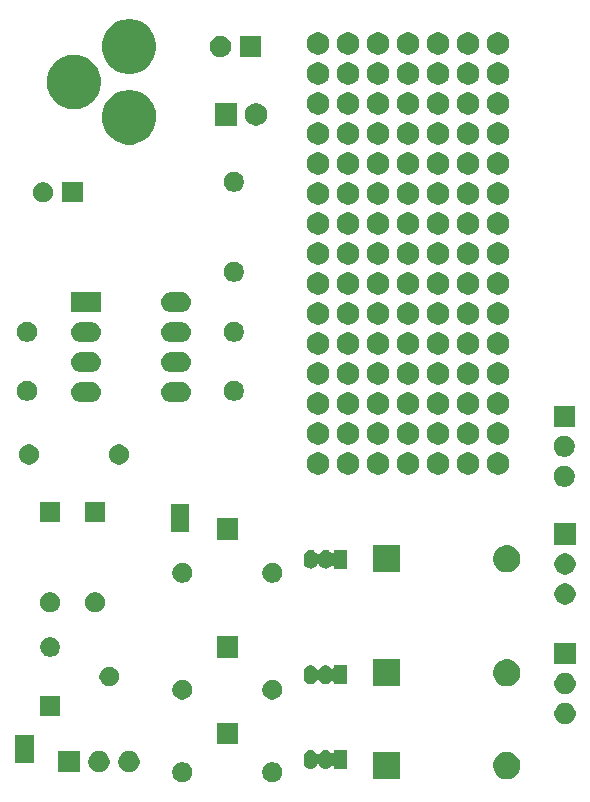
<source format=gbr>
G04 #@! TF.GenerationSoftware,KiCad,Pcbnew,(5.1.5)-3*
G04 #@! TF.CreationDate,2023-01-24T14:10:26+01:00*
G04 #@! TF.ProjectId,pump controller schematics,70756d70-2063-46f6-9e74-726f6c6c6572,rev?*
G04 #@! TF.SameCoordinates,Original*
G04 #@! TF.FileFunction,Soldermask,Top*
G04 #@! TF.FilePolarity,Negative*
%FSLAX46Y46*%
G04 Gerber Fmt 4.6, Leading zero omitted, Abs format (unit mm)*
G04 Created by KiCad (PCBNEW (5.1.5)-3) date 2023-01-24 14:10:26*
%MOMM*%
%LPD*%
G04 APERTURE LIST*
%ADD10C,0.100000*%
G04 APERTURE END LIST*
D10*
G36*
X24368228Y-65381703D02*
G01*
X24523100Y-65445853D01*
X24662481Y-65538985D01*
X24781015Y-65657519D01*
X24874147Y-65796900D01*
X24938297Y-65951772D01*
X24971000Y-66116184D01*
X24971000Y-66283816D01*
X24938297Y-66448228D01*
X24874147Y-66603100D01*
X24781015Y-66742481D01*
X24662481Y-66861015D01*
X24523100Y-66954147D01*
X24368228Y-67018297D01*
X24203816Y-67051000D01*
X24036184Y-67051000D01*
X23871772Y-67018297D01*
X23716900Y-66954147D01*
X23577519Y-66861015D01*
X23458985Y-66742481D01*
X23365853Y-66603100D01*
X23301703Y-66448228D01*
X23269000Y-66283816D01*
X23269000Y-66116184D01*
X23301703Y-65951772D01*
X23365853Y-65796900D01*
X23458985Y-65657519D01*
X23577519Y-65538985D01*
X23716900Y-65445853D01*
X23871772Y-65381703D01*
X24036184Y-65349000D01*
X24203816Y-65349000D01*
X24368228Y-65381703D01*
G37*
G36*
X16748228Y-65381703D02*
G01*
X16903100Y-65445853D01*
X17042481Y-65538985D01*
X17161015Y-65657519D01*
X17254147Y-65796900D01*
X17318297Y-65951772D01*
X17351000Y-66116184D01*
X17351000Y-66283816D01*
X17318297Y-66448228D01*
X17254147Y-66603100D01*
X17161015Y-66742481D01*
X17042481Y-66861015D01*
X16903100Y-66954147D01*
X16748228Y-67018297D01*
X16583816Y-67051000D01*
X16416184Y-67051000D01*
X16251772Y-67018297D01*
X16096900Y-66954147D01*
X15957519Y-66861015D01*
X15838985Y-66742481D01*
X15745853Y-66603100D01*
X15681703Y-66448228D01*
X15649000Y-66283816D01*
X15649000Y-66116184D01*
X15681703Y-65951772D01*
X15745853Y-65796900D01*
X15838985Y-65657519D01*
X15957519Y-65538985D01*
X16096900Y-65445853D01*
X16251772Y-65381703D01*
X16416184Y-65349000D01*
X16583816Y-65349000D01*
X16748228Y-65381703D01*
G37*
G36*
X44081368Y-64475592D02*
G01*
X44295734Y-64518232D01*
X44429353Y-64573579D01*
X44493497Y-64600148D01*
X44505203Y-64604997D01*
X44693720Y-64730960D01*
X44854040Y-64891280D01*
X44980003Y-65079797D01*
X45066768Y-65289266D01*
X45079505Y-65353298D01*
X45109571Y-65504449D01*
X45111000Y-65511636D01*
X45111000Y-65738364D01*
X45066768Y-65960734D01*
X44980003Y-66170203D01*
X44854040Y-66358720D01*
X44693720Y-66519040D01*
X44505203Y-66645003D01*
X44295734Y-66731768D01*
X44184549Y-66753884D01*
X44073365Y-66776000D01*
X43846635Y-66776000D01*
X43735451Y-66753884D01*
X43624266Y-66731768D01*
X43414797Y-66645003D01*
X43226280Y-66519040D01*
X43065960Y-66358720D01*
X42939997Y-66170203D01*
X42853232Y-65960734D01*
X42809000Y-65738364D01*
X42809000Y-65511636D01*
X42810430Y-65504449D01*
X42840495Y-65353298D01*
X42853232Y-65289266D01*
X42939997Y-65079797D01*
X43065960Y-64891280D01*
X43226280Y-64730960D01*
X43414797Y-64604997D01*
X43426504Y-64600148D01*
X43490647Y-64573579D01*
X43624266Y-64518232D01*
X43838632Y-64475592D01*
X43846635Y-64474000D01*
X44073365Y-64474000D01*
X44081368Y-64475592D01*
G37*
G36*
X34951000Y-66776000D02*
G01*
X32649000Y-66776000D01*
X32649000Y-64474000D01*
X34951000Y-64474000D01*
X34951000Y-66776000D01*
G37*
G36*
X12083512Y-64403927D02*
G01*
X12232812Y-64433624D01*
X12396784Y-64501544D01*
X12544354Y-64600147D01*
X12669853Y-64725646D01*
X12768456Y-64873216D01*
X12836376Y-65037188D01*
X12871000Y-65211259D01*
X12871000Y-65388741D01*
X12836376Y-65562812D01*
X12768456Y-65726784D01*
X12669853Y-65874354D01*
X12544354Y-65999853D01*
X12396784Y-66098456D01*
X12232812Y-66166376D01*
X12083512Y-66196073D01*
X12058742Y-66201000D01*
X11881258Y-66201000D01*
X11856488Y-66196073D01*
X11707188Y-66166376D01*
X11543216Y-66098456D01*
X11395646Y-65999853D01*
X11270147Y-65874354D01*
X11171544Y-65726784D01*
X11103624Y-65562812D01*
X11069000Y-65388741D01*
X11069000Y-65211259D01*
X11103624Y-65037188D01*
X11171544Y-64873216D01*
X11270147Y-64725646D01*
X11395646Y-64600147D01*
X11543216Y-64501544D01*
X11707188Y-64433624D01*
X11856488Y-64403927D01*
X11881258Y-64399000D01*
X12058742Y-64399000D01*
X12083512Y-64403927D01*
G37*
G36*
X7791000Y-66201000D02*
G01*
X5989000Y-66201000D01*
X5989000Y-64399000D01*
X7791000Y-64399000D01*
X7791000Y-66201000D01*
G37*
G36*
X9543512Y-64403927D02*
G01*
X9692812Y-64433624D01*
X9856784Y-64501544D01*
X10004354Y-64600147D01*
X10129853Y-64725646D01*
X10228456Y-64873216D01*
X10296376Y-65037188D01*
X10331000Y-65211259D01*
X10331000Y-65388741D01*
X10296376Y-65562812D01*
X10228456Y-65726784D01*
X10129853Y-65874354D01*
X10004354Y-65999853D01*
X9856784Y-66098456D01*
X9692812Y-66166376D01*
X9543512Y-66196073D01*
X9518742Y-66201000D01*
X9341258Y-66201000D01*
X9316488Y-66196073D01*
X9167188Y-66166376D01*
X9003216Y-66098456D01*
X8855646Y-65999853D01*
X8730147Y-65874354D01*
X8631544Y-65726784D01*
X8563624Y-65562812D01*
X8529000Y-65388741D01*
X8529000Y-65211259D01*
X8563624Y-65037188D01*
X8631544Y-64873216D01*
X8730147Y-64725646D01*
X8855646Y-64600147D01*
X9003216Y-64501544D01*
X9167188Y-64433624D01*
X9316488Y-64403927D01*
X9341258Y-64399000D01*
X9518742Y-64399000D01*
X9543512Y-64403927D01*
G37*
G36*
X28742916Y-64307334D02*
G01*
X28851492Y-64340271D01*
X28851495Y-64340272D01*
X28887601Y-64359571D01*
X28951557Y-64393756D01*
X29039264Y-64465736D01*
X29102383Y-64542646D01*
X29119702Y-64559965D01*
X29140077Y-64573579D01*
X29162716Y-64582957D01*
X29186749Y-64587737D01*
X29211253Y-64587737D01*
X29235286Y-64582957D01*
X29257925Y-64573579D01*
X29278299Y-64559966D01*
X29295626Y-64542639D01*
X29309240Y-64522264D01*
X29318618Y-64499625D01*
X29323398Y-64475592D01*
X29324000Y-64463340D01*
X29324000Y-64299000D01*
X30476000Y-64299000D01*
X30476000Y-65901000D01*
X29324000Y-65901000D01*
X29324000Y-65736660D01*
X29321598Y-65712274D01*
X29314485Y-65688825D01*
X29302934Y-65667214D01*
X29287389Y-65648272D01*
X29268447Y-65632727D01*
X29246836Y-65621176D01*
X29223387Y-65614063D01*
X29199001Y-65611661D01*
X29174615Y-65614063D01*
X29151166Y-65621176D01*
X29129555Y-65632727D01*
X29102381Y-65657356D01*
X29039264Y-65734264D01*
X28951556Y-65806244D01*
X28887600Y-65840429D01*
X28851494Y-65859728D01*
X28851491Y-65859729D01*
X28742915Y-65892666D01*
X28630000Y-65903787D01*
X28517084Y-65892666D01*
X28408508Y-65859729D01*
X28408505Y-65859728D01*
X28372399Y-65840429D01*
X28308443Y-65806244D01*
X28220736Y-65734264D01*
X28148756Y-65646556D01*
X28105239Y-65565140D01*
X28091625Y-65544766D01*
X28074298Y-65527439D01*
X28053924Y-65513825D01*
X28031285Y-65504448D01*
X28007251Y-65499668D01*
X27982747Y-65499668D01*
X27958714Y-65504449D01*
X27936075Y-65513826D01*
X27915701Y-65527440D01*
X27898374Y-65544767D01*
X27884762Y-65565140D01*
X27841244Y-65646557D01*
X27769264Y-65734264D01*
X27681556Y-65806244D01*
X27617600Y-65840429D01*
X27581494Y-65859728D01*
X27581491Y-65859729D01*
X27472915Y-65892666D01*
X27360000Y-65903787D01*
X27247084Y-65892666D01*
X27138508Y-65859729D01*
X27138505Y-65859728D01*
X27102399Y-65840429D01*
X27038443Y-65806244D01*
X26950736Y-65734264D01*
X26878756Y-65646556D01*
X26835239Y-65565140D01*
X26825272Y-65546494D01*
X26819492Y-65527440D01*
X26792334Y-65437915D01*
X26784000Y-65353297D01*
X26784000Y-64846702D01*
X26792334Y-64762084D01*
X26825271Y-64653508D01*
X26825272Y-64653505D01*
X26878756Y-64553445D01*
X26878757Y-64553443D01*
X26950737Y-64465736D01*
X27038444Y-64393756D01*
X27102400Y-64359571D01*
X27138506Y-64340272D01*
X27138509Y-64340271D01*
X27247085Y-64307334D01*
X27360000Y-64296213D01*
X27472916Y-64307334D01*
X27581492Y-64340271D01*
X27581495Y-64340272D01*
X27617601Y-64359571D01*
X27681557Y-64393756D01*
X27769264Y-64465736D01*
X27841244Y-64553443D01*
X27884761Y-64634859D01*
X27898375Y-64655234D01*
X27915702Y-64672561D01*
X27936076Y-64686174D01*
X27958715Y-64695552D01*
X27982748Y-64700332D01*
X28007252Y-64700332D01*
X28031285Y-64695552D01*
X28053924Y-64686174D01*
X28074299Y-64672560D01*
X28091626Y-64655233D01*
X28105239Y-64634859D01*
X28148756Y-64553445D01*
X28148757Y-64553443D01*
X28220737Y-64465736D01*
X28308444Y-64393756D01*
X28372400Y-64359571D01*
X28408506Y-64340272D01*
X28408509Y-64340271D01*
X28517085Y-64307334D01*
X28630000Y-64296213D01*
X28742916Y-64307334D01*
G37*
G36*
X3901000Y-65451000D02*
G01*
X2299000Y-65451000D01*
X2299000Y-63049000D01*
X3901000Y-63049000D01*
X3901000Y-65451000D01*
G37*
G36*
X21201000Y-63801000D02*
G01*
X19399000Y-63801000D01*
X19399000Y-61999000D01*
X21201000Y-61999000D01*
X21201000Y-63801000D01*
G37*
G36*
X49013512Y-60333927D02*
G01*
X49162812Y-60363624D01*
X49326784Y-60431544D01*
X49474354Y-60530147D01*
X49599853Y-60655646D01*
X49698456Y-60803216D01*
X49766376Y-60967188D01*
X49801000Y-61141259D01*
X49801000Y-61318741D01*
X49766376Y-61492812D01*
X49698456Y-61656784D01*
X49599853Y-61804354D01*
X49474354Y-61929853D01*
X49326784Y-62028456D01*
X49162812Y-62096376D01*
X49013512Y-62126073D01*
X48988742Y-62131000D01*
X48811258Y-62131000D01*
X48786488Y-62126073D01*
X48637188Y-62096376D01*
X48473216Y-62028456D01*
X48325646Y-61929853D01*
X48200147Y-61804354D01*
X48101544Y-61656784D01*
X48033624Y-61492812D01*
X47999000Y-61318741D01*
X47999000Y-61141259D01*
X48033624Y-60967188D01*
X48101544Y-60803216D01*
X48200147Y-60655646D01*
X48325646Y-60530147D01*
X48473216Y-60431544D01*
X48637188Y-60363624D01*
X48786488Y-60333927D01*
X48811258Y-60329000D01*
X48988742Y-60329000D01*
X49013512Y-60333927D01*
G37*
G36*
X6126000Y-61426000D02*
G01*
X4474000Y-61426000D01*
X4474000Y-59774000D01*
X6126000Y-59774000D01*
X6126000Y-61426000D01*
G37*
G36*
X24368228Y-58381703D02*
G01*
X24523100Y-58445853D01*
X24662481Y-58538985D01*
X24781015Y-58657519D01*
X24874147Y-58796900D01*
X24938297Y-58951772D01*
X24971000Y-59116184D01*
X24971000Y-59283816D01*
X24938297Y-59448228D01*
X24874147Y-59603100D01*
X24781015Y-59742481D01*
X24662481Y-59861015D01*
X24523100Y-59954147D01*
X24368228Y-60018297D01*
X24203816Y-60051000D01*
X24036184Y-60051000D01*
X23871772Y-60018297D01*
X23716900Y-59954147D01*
X23577519Y-59861015D01*
X23458985Y-59742481D01*
X23365853Y-59603100D01*
X23301703Y-59448228D01*
X23269000Y-59283816D01*
X23269000Y-59116184D01*
X23301703Y-58951772D01*
X23365853Y-58796900D01*
X23458985Y-58657519D01*
X23577519Y-58538985D01*
X23716900Y-58445853D01*
X23871772Y-58381703D01*
X24036184Y-58349000D01*
X24203816Y-58349000D01*
X24368228Y-58381703D01*
G37*
G36*
X16748228Y-58381703D02*
G01*
X16903100Y-58445853D01*
X17042481Y-58538985D01*
X17161015Y-58657519D01*
X17254147Y-58796900D01*
X17318297Y-58951772D01*
X17351000Y-59116184D01*
X17351000Y-59283816D01*
X17318297Y-59448228D01*
X17254147Y-59603100D01*
X17161015Y-59742481D01*
X17042481Y-59861015D01*
X16903100Y-59954147D01*
X16748228Y-60018297D01*
X16583816Y-60051000D01*
X16416184Y-60051000D01*
X16251772Y-60018297D01*
X16096900Y-59954147D01*
X15957519Y-59861015D01*
X15838985Y-59742481D01*
X15745853Y-59603100D01*
X15681703Y-59448228D01*
X15649000Y-59283816D01*
X15649000Y-59116184D01*
X15681703Y-58951772D01*
X15745853Y-58796900D01*
X15838985Y-58657519D01*
X15957519Y-58538985D01*
X16096900Y-58445853D01*
X16251772Y-58381703D01*
X16416184Y-58349000D01*
X16583816Y-58349000D01*
X16748228Y-58381703D01*
G37*
G36*
X49013512Y-57793927D02*
G01*
X49162812Y-57823624D01*
X49326784Y-57891544D01*
X49474354Y-57990147D01*
X49599853Y-58115646D01*
X49698456Y-58263216D01*
X49766376Y-58427188D01*
X49801000Y-58601259D01*
X49801000Y-58778741D01*
X49766376Y-58952812D01*
X49698456Y-59116784D01*
X49599853Y-59264354D01*
X49474354Y-59389853D01*
X49326784Y-59488456D01*
X49162812Y-59556376D01*
X49013512Y-59586073D01*
X48988742Y-59591000D01*
X48811258Y-59591000D01*
X48786488Y-59586073D01*
X48637188Y-59556376D01*
X48473216Y-59488456D01*
X48325646Y-59389853D01*
X48200147Y-59264354D01*
X48101544Y-59116784D01*
X48033624Y-58952812D01*
X47999000Y-58778741D01*
X47999000Y-58601259D01*
X48033624Y-58427188D01*
X48101544Y-58263216D01*
X48200147Y-58115646D01*
X48325646Y-57990147D01*
X48473216Y-57891544D01*
X48637188Y-57823624D01*
X48786488Y-57793927D01*
X48811258Y-57789000D01*
X48988742Y-57789000D01*
X49013512Y-57793927D01*
G37*
G36*
X10540935Y-57305742D02*
G01*
X10691258Y-57368008D01*
X10826545Y-57458404D01*
X10941596Y-57573455D01*
X11031992Y-57708742D01*
X11094258Y-57859065D01*
X11126000Y-58018646D01*
X11126000Y-58181354D01*
X11094258Y-58340935D01*
X11031992Y-58491258D01*
X10941596Y-58626545D01*
X10826545Y-58741596D01*
X10691258Y-58831992D01*
X10540935Y-58894258D01*
X10381354Y-58926000D01*
X10218646Y-58926000D01*
X10059065Y-58894258D01*
X9908742Y-58831992D01*
X9773455Y-58741596D01*
X9658404Y-58626545D01*
X9568008Y-58491258D01*
X9505742Y-58340935D01*
X9474000Y-58181354D01*
X9474000Y-58018646D01*
X9505742Y-57859065D01*
X9568008Y-57708742D01*
X9658404Y-57573455D01*
X9773455Y-57458404D01*
X9908742Y-57368008D01*
X10059065Y-57305742D01*
X10218646Y-57274000D01*
X10381354Y-57274000D01*
X10540935Y-57305742D01*
G37*
G36*
X34951000Y-58926000D02*
G01*
X32649000Y-58926000D01*
X32649000Y-56624000D01*
X34951000Y-56624000D01*
X34951000Y-58926000D01*
G37*
G36*
X44184549Y-56646116D02*
G01*
X44295734Y-56668232D01*
X44505203Y-56754997D01*
X44693720Y-56880960D01*
X44854040Y-57041280D01*
X44980003Y-57229797D01*
X45066135Y-57437737D01*
X45066768Y-57439267D01*
X45111000Y-57661635D01*
X45111000Y-57888365D01*
X45090754Y-57990147D01*
X45066768Y-58110734D01*
X44980003Y-58320203D01*
X44854040Y-58508720D01*
X44693720Y-58669040D01*
X44505203Y-58795003D01*
X44505202Y-58795004D01*
X44505201Y-58795004D01*
X44500616Y-58796903D01*
X44295734Y-58881768D01*
X44232947Y-58894257D01*
X44073365Y-58926000D01*
X43846635Y-58926000D01*
X43687053Y-58894257D01*
X43624266Y-58881768D01*
X43419384Y-58796903D01*
X43414799Y-58795004D01*
X43414798Y-58795004D01*
X43414797Y-58795003D01*
X43226280Y-58669040D01*
X43065960Y-58508720D01*
X42939997Y-58320203D01*
X42853232Y-58110734D01*
X42829246Y-57990147D01*
X42809000Y-57888365D01*
X42809000Y-57661635D01*
X42853232Y-57439267D01*
X42853866Y-57437737D01*
X42939997Y-57229797D01*
X43065960Y-57041280D01*
X43226280Y-56880960D01*
X43414797Y-56754997D01*
X43624266Y-56668232D01*
X43735451Y-56646116D01*
X43846635Y-56624000D01*
X44073365Y-56624000D01*
X44184549Y-56646116D01*
G37*
G36*
X28742916Y-57157334D02*
G01*
X28851492Y-57190271D01*
X28851495Y-57190272D01*
X28887601Y-57209571D01*
X28951557Y-57243756D01*
X29039264Y-57315736D01*
X29102383Y-57392646D01*
X29119702Y-57409965D01*
X29140077Y-57423579D01*
X29162716Y-57432957D01*
X29186749Y-57437737D01*
X29211253Y-57437737D01*
X29235286Y-57432957D01*
X29257925Y-57423579D01*
X29278299Y-57409966D01*
X29295626Y-57392639D01*
X29309240Y-57372264D01*
X29318618Y-57349625D01*
X29323398Y-57325592D01*
X29324000Y-57313340D01*
X29324000Y-57149000D01*
X30476000Y-57149000D01*
X30476000Y-58751000D01*
X29324000Y-58751000D01*
X29324000Y-58586660D01*
X29321598Y-58562274D01*
X29314485Y-58538825D01*
X29302934Y-58517214D01*
X29287389Y-58498272D01*
X29268447Y-58482727D01*
X29246836Y-58471176D01*
X29223387Y-58464063D01*
X29199001Y-58461661D01*
X29174615Y-58464063D01*
X29151166Y-58471176D01*
X29129555Y-58482727D01*
X29102381Y-58507356D01*
X29039264Y-58584264D01*
X28951556Y-58656244D01*
X28887600Y-58690429D01*
X28851494Y-58709728D01*
X28851491Y-58709729D01*
X28742915Y-58742666D01*
X28630000Y-58753787D01*
X28517084Y-58742666D01*
X28408508Y-58709729D01*
X28408505Y-58709728D01*
X28372399Y-58690429D01*
X28308443Y-58656244D01*
X28220736Y-58584264D01*
X28148756Y-58496556D01*
X28105239Y-58415140D01*
X28091625Y-58394766D01*
X28074298Y-58377439D01*
X28053924Y-58363825D01*
X28031285Y-58354448D01*
X28007251Y-58349668D01*
X27982747Y-58349668D01*
X27958714Y-58354449D01*
X27936075Y-58363826D01*
X27915701Y-58377440D01*
X27898374Y-58394767D01*
X27884762Y-58415140D01*
X27841244Y-58496557D01*
X27769264Y-58584264D01*
X27681556Y-58656244D01*
X27617600Y-58690429D01*
X27581494Y-58709728D01*
X27581491Y-58709729D01*
X27472915Y-58742666D01*
X27360000Y-58753787D01*
X27247084Y-58742666D01*
X27138508Y-58709729D01*
X27138505Y-58709728D01*
X27102399Y-58690429D01*
X27038443Y-58656244D01*
X26950736Y-58584264D01*
X26878756Y-58496556D01*
X26835239Y-58415140D01*
X26825272Y-58396494D01*
X26819492Y-58377440D01*
X26792334Y-58287915D01*
X26784000Y-58203297D01*
X26784000Y-57696702D01*
X26792334Y-57612084D01*
X26825271Y-57503508D01*
X26825272Y-57503505D01*
X26878756Y-57403445D01*
X26878757Y-57403443D01*
X26950737Y-57315736D01*
X27038444Y-57243756D01*
X27102400Y-57209571D01*
X27138506Y-57190272D01*
X27138509Y-57190271D01*
X27247085Y-57157334D01*
X27360000Y-57146213D01*
X27472916Y-57157334D01*
X27581492Y-57190271D01*
X27581495Y-57190272D01*
X27617601Y-57209571D01*
X27681557Y-57243756D01*
X27769264Y-57315736D01*
X27841244Y-57403443D01*
X27884761Y-57484859D01*
X27898375Y-57505234D01*
X27915702Y-57522561D01*
X27936076Y-57536174D01*
X27958715Y-57545552D01*
X27982748Y-57550332D01*
X28007252Y-57550332D01*
X28031285Y-57545552D01*
X28053924Y-57536174D01*
X28074299Y-57522560D01*
X28091626Y-57505233D01*
X28105239Y-57484859D01*
X28148756Y-57403445D01*
X28148757Y-57403443D01*
X28220737Y-57315736D01*
X28308444Y-57243756D01*
X28372400Y-57209571D01*
X28408506Y-57190272D01*
X28408509Y-57190271D01*
X28517085Y-57157334D01*
X28630000Y-57146213D01*
X28742916Y-57157334D01*
G37*
G36*
X49801000Y-57051000D02*
G01*
X47999000Y-57051000D01*
X47999000Y-55249000D01*
X49801000Y-55249000D01*
X49801000Y-57051000D01*
G37*
G36*
X21201000Y-56501000D02*
G01*
X19399000Y-56501000D01*
X19399000Y-54699000D01*
X21201000Y-54699000D01*
X21201000Y-56501000D01*
G37*
G36*
X5540935Y-54805742D02*
G01*
X5691258Y-54868008D01*
X5826545Y-54958404D01*
X5941596Y-55073455D01*
X6031992Y-55208742D01*
X6094258Y-55359065D01*
X6126000Y-55518646D01*
X6126000Y-55681354D01*
X6094258Y-55840935D01*
X6031992Y-55991258D01*
X5941596Y-56126545D01*
X5826545Y-56241596D01*
X5691258Y-56331992D01*
X5540935Y-56394258D01*
X5381354Y-56426000D01*
X5218646Y-56426000D01*
X5059065Y-56394258D01*
X4908742Y-56331992D01*
X4773455Y-56241596D01*
X4658404Y-56126545D01*
X4568008Y-55991258D01*
X4505742Y-55840935D01*
X4474000Y-55681354D01*
X4474000Y-55518646D01*
X4505742Y-55359065D01*
X4568008Y-55208742D01*
X4658404Y-55073455D01*
X4773455Y-54958404D01*
X4908742Y-54868008D01*
X5059065Y-54805742D01*
X5218646Y-54774000D01*
X5381354Y-54774000D01*
X5540935Y-54805742D01*
G37*
G36*
X9348228Y-51001703D02*
G01*
X9503100Y-51065853D01*
X9642481Y-51158985D01*
X9761015Y-51277519D01*
X9854147Y-51416900D01*
X9918297Y-51571772D01*
X9951000Y-51736184D01*
X9951000Y-51903816D01*
X9918297Y-52068228D01*
X9854147Y-52223100D01*
X9761015Y-52362481D01*
X9642481Y-52481015D01*
X9503100Y-52574147D01*
X9348228Y-52638297D01*
X9183816Y-52671000D01*
X9016184Y-52671000D01*
X8851772Y-52638297D01*
X8696900Y-52574147D01*
X8557519Y-52481015D01*
X8438985Y-52362481D01*
X8345853Y-52223100D01*
X8281703Y-52068228D01*
X8249000Y-51903816D01*
X8249000Y-51736184D01*
X8281703Y-51571772D01*
X8345853Y-51416900D01*
X8438985Y-51277519D01*
X8557519Y-51158985D01*
X8696900Y-51065853D01*
X8851772Y-51001703D01*
X9016184Y-50969000D01*
X9183816Y-50969000D01*
X9348228Y-51001703D01*
G37*
G36*
X5548228Y-51001703D02*
G01*
X5703100Y-51065853D01*
X5842481Y-51158985D01*
X5961015Y-51277519D01*
X6054147Y-51416900D01*
X6118297Y-51571772D01*
X6151000Y-51736184D01*
X6151000Y-51903816D01*
X6118297Y-52068228D01*
X6054147Y-52223100D01*
X5961015Y-52362481D01*
X5842481Y-52481015D01*
X5703100Y-52574147D01*
X5548228Y-52638297D01*
X5383816Y-52671000D01*
X5216184Y-52671000D01*
X5051772Y-52638297D01*
X4896900Y-52574147D01*
X4757519Y-52481015D01*
X4638985Y-52362481D01*
X4545853Y-52223100D01*
X4481703Y-52068228D01*
X4449000Y-51903816D01*
X4449000Y-51736184D01*
X4481703Y-51571772D01*
X4545853Y-51416900D01*
X4638985Y-51277519D01*
X4757519Y-51158985D01*
X4896900Y-51065853D01*
X5051772Y-51001703D01*
X5216184Y-50969000D01*
X5383816Y-50969000D01*
X5548228Y-51001703D01*
G37*
G36*
X49013512Y-50208927D02*
G01*
X49162812Y-50238624D01*
X49326784Y-50306544D01*
X49474354Y-50405147D01*
X49599853Y-50530646D01*
X49698456Y-50678216D01*
X49766376Y-50842188D01*
X49801000Y-51016259D01*
X49801000Y-51193741D01*
X49766376Y-51367812D01*
X49698456Y-51531784D01*
X49599853Y-51679354D01*
X49474354Y-51804853D01*
X49326784Y-51903456D01*
X49162812Y-51971376D01*
X49013512Y-52001073D01*
X48988742Y-52006000D01*
X48811258Y-52006000D01*
X48786488Y-52001073D01*
X48637188Y-51971376D01*
X48473216Y-51903456D01*
X48325646Y-51804853D01*
X48200147Y-51679354D01*
X48101544Y-51531784D01*
X48033624Y-51367812D01*
X47999000Y-51193741D01*
X47999000Y-51016259D01*
X48033624Y-50842188D01*
X48101544Y-50678216D01*
X48200147Y-50530646D01*
X48325646Y-50405147D01*
X48473216Y-50306544D01*
X48637188Y-50238624D01*
X48786488Y-50208927D01*
X48811258Y-50204000D01*
X48988742Y-50204000D01*
X49013512Y-50208927D01*
G37*
G36*
X16748228Y-48481703D02*
G01*
X16903100Y-48545853D01*
X17042481Y-48638985D01*
X17161015Y-48757519D01*
X17254147Y-48896900D01*
X17318297Y-49051772D01*
X17351000Y-49216184D01*
X17351000Y-49383816D01*
X17318297Y-49548228D01*
X17254147Y-49703100D01*
X17161015Y-49842481D01*
X17042481Y-49961015D01*
X16903100Y-50054147D01*
X16748228Y-50118297D01*
X16583816Y-50151000D01*
X16416184Y-50151000D01*
X16251772Y-50118297D01*
X16096900Y-50054147D01*
X15957519Y-49961015D01*
X15838985Y-49842481D01*
X15745853Y-49703100D01*
X15681703Y-49548228D01*
X15649000Y-49383816D01*
X15649000Y-49216184D01*
X15681703Y-49051772D01*
X15745853Y-48896900D01*
X15838985Y-48757519D01*
X15957519Y-48638985D01*
X16096900Y-48545853D01*
X16251772Y-48481703D01*
X16416184Y-48449000D01*
X16583816Y-48449000D01*
X16748228Y-48481703D01*
G37*
G36*
X24368228Y-48481703D02*
G01*
X24523100Y-48545853D01*
X24662481Y-48638985D01*
X24781015Y-48757519D01*
X24874147Y-48896900D01*
X24938297Y-49051772D01*
X24971000Y-49216184D01*
X24971000Y-49383816D01*
X24938297Y-49548228D01*
X24874147Y-49703100D01*
X24781015Y-49842481D01*
X24662481Y-49961015D01*
X24523100Y-50054147D01*
X24368228Y-50118297D01*
X24203816Y-50151000D01*
X24036184Y-50151000D01*
X23871772Y-50118297D01*
X23716900Y-50054147D01*
X23577519Y-49961015D01*
X23458985Y-49842481D01*
X23365853Y-49703100D01*
X23301703Y-49548228D01*
X23269000Y-49383816D01*
X23269000Y-49216184D01*
X23301703Y-49051772D01*
X23365853Y-48896900D01*
X23458985Y-48757519D01*
X23577519Y-48638985D01*
X23716900Y-48545853D01*
X23871772Y-48481703D01*
X24036184Y-48449000D01*
X24203816Y-48449000D01*
X24368228Y-48481703D01*
G37*
G36*
X49013512Y-47668927D02*
G01*
X49162812Y-47698624D01*
X49326784Y-47766544D01*
X49474354Y-47865147D01*
X49599853Y-47990646D01*
X49698456Y-48138216D01*
X49766376Y-48302188D01*
X49801000Y-48476259D01*
X49801000Y-48653741D01*
X49766376Y-48827812D01*
X49698456Y-48991784D01*
X49599853Y-49139354D01*
X49474354Y-49264853D01*
X49326784Y-49363456D01*
X49162812Y-49431376D01*
X49013512Y-49461073D01*
X48988742Y-49466000D01*
X48811258Y-49466000D01*
X48786488Y-49461073D01*
X48637188Y-49431376D01*
X48473216Y-49363456D01*
X48325646Y-49264853D01*
X48200147Y-49139354D01*
X48101544Y-48991784D01*
X48033624Y-48827812D01*
X47999000Y-48653741D01*
X47999000Y-48476259D01*
X48033624Y-48302188D01*
X48101544Y-48138216D01*
X48200147Y-47990646D01*
X48325646Y-47865147D01*
X48473216Y-47766544D01*
X48637188Y-47698624D01*
X48786488Y-47668927D01*
X48811258Y-47664000D01*
X48988742Y-47664000D01*
X49013512Y-47668927D01*
G37*
G36*
X34951000Y-49276000D02*
G01*
X32649000Y-49276000D01*
X32649000Y-46974000D01*
X34951000Y-46974000D01*
X34951000Y-49276000D01*
G37*
G36*
X44184549Y-46996116D02*
G01*
X44295734Y-47018232D01*
X44505203Y-47104997D01*
X44693720Y-47230960D01*
X44854040Y-47391280D01*
X44980003Y-47579797D01*
X44980004Y-47579799D01*
X44998138Y-47623579D01*
X45044777Y-47736174D01*
X45066768Y-47789267D01*
X45111000Y-48011635D01*
X45111000Y-48238365D01*
X45088884Y-48349549D01*
X45066768Y-48460734D01*
X45029930Y-48549668D01*
X44986822Y-48653742D01*
X44980003Y-48670203D01*
X44854040Y-48858720D01*
X44693720Y-49019040D01*
X44505203Y-49145003D01*
X44295734Y-49231768D01*
X44184549Y-49253884D01*
X44073365Y-49276000D01*
X43846635Y-49276000D01*
X43735451Y-49253884D01*
X43624266Y-49231768D01*
X43414797Y-49145003D01*
X43226280Y-49019040D01*
X43065960Y-48858720D01*
X42939997Y-48670203D01*
X42933179Y-48653742D01*
X42890070Y-48549668D01*
X42853232Y-48460734D01*
X42831116Y-48349549D01*
X42809000Y-48238365D01*
X42809000Y-48011635D01*
X42853232Y-47789267D01*
X42875224Y-47736174D01*
X42921862Y-47623579D01*
X42939996Y-47579799D01*
X42939997Y-47579797D01*
X43065960Y-47391280D01*
X43226280Y-47230960D01*
X43414797Y-47104997D01*
X43624266Y-47018232D01*
X43735451Y-46996116D01*
X43846635Y-46974000D01*
X44073365Y-46974000D01*
X44184549Y-46996116D01*
G37*
G36*
X28742916Y-47357334D02*
G01*
X28851492Y-47390271D01*
X28851495Y-47390272D01*
X28887601Y-47409571D01*
X28951557Y-47443756D01*
X29039264Y-47515736D01*
X29102383Y-47592646D01*
X29119702Y-47609965D01*
X29140077Y-47623579D01*
X29162716Y-47632957D01*
X29186749Y-47637737D01*
X29211253Y-47637737D01*
X29235286Y-47632957D01*
X29257925Y-47623579D01*
X29278299Y-47609966D01*
X29295626Y-47592639D01*
X29309240Y-47572264D01*
X29318618Y-47549625D01*
X29323398Y-47525592D01*
X29324000Y-47513340D01*
X29324000Y-47349000D01*
X30476000Y-47349000D01*
X30476000Y-48951000D01*
X29324000Y-48951000D01*
X29324000Y-48786660D01*
X29321598Y-48762274D01*
X29314485Y-48738825D01*
X29302934Y-48717214D01*
X29287389Y-48698272D01*
X29268447Y-48682727D01*
X29246836Y-48671176D01*
X29223387Y-48664063D01*
X29199001Y-48661661D01*
X29174615Y-48664063D01*
X29151166Y-48671176D01*
X29129555Y-48682727D01*
X29102381Y-48707356D01*
X29039264Y-48784264D01*
X28951556Y-48856244D01*
X28887600Y-48890429D01*
X28851494Y-48909728D01*
X28851491Y-48909729D01*
X28742915Y-48942666D01*
X28630000Y-48953787D01*
X28517084Y-48942666D01*
X28408508Y-48909729D01*
X28408505Y-48909728D01*
X28372399Y-48890429D01*
X28308443Y-48856244D01*
X28220736Y-48784264D01*
X28148756Y-48696556D01*
X28105239Y-48615140D01*
X28091625Y-48594766D01*
X28074298Y-48577439D01*
X28053924Y-48563825D01*
X28031285Y-48554448D01*
X28007251Y-48549668D01*
X27982747Y-48549668D01*
X27958714Y-48554449D01*
X27936075Y-48563826D01*
X27915701Y-48577440D01*
X27898374Y-48594767D01*
X27884762Y-48615140D01*
X27841244Y-48696557D01*
X27769264Y-48784264D01*
X27681556Y-48856244D01*
X27617600Y-48890429D01*
X27581494Y-48909728D01*
X27581491Y-48909729D01*
X27472915Y-48942666D01*
X27360000Y-48953787D01*
X27247084Y-48942666D01*
X27138508Y-48909729D01*
X27138505Y-48909728D01*
X27102399Y-48890429D01*
X27038443Y-48856244D01*
X26950736Y-48784264D01*
X26878756Y-48696556D01*
X26835239Y-48615140D01*
X26825272Y-48596494D01*
X26819492Y-48577440D01*
X26792334Y-48487915D01*
X26784000Y-48403297D01*
X26784000Y-47896702D01*
X26792334Y-47812084D01*
X26825271Y-47703508D01*
X26825272Y-47703505D01*
X26878756Y-47603445D01*
X26878757Y-47603443D01*
X26950737Y-47515736D01*
X27038444Y-47443756D01*
X27102400Y-47409571D01*
X27138506Y-47390272D01*
X27138509Y-47390271D01*
X27247085Y-47357334D01*
X27360000Y-47346213D01*
X27472916Y-47357334D01*
X27581492Y-47390271D01*
X27581495Y-47390272D01*
X27617601Y-47409571D01*
X27681557Y-47443756D01*
X27769264Y-47515736D01*
X27841244Y-47603443D01*
X27857019Y-47632957D01*
X27884761Y-47684859D01*
X27898375Y-47705234D01*
X27915702Y-47722561D01*
X27936076Y-47736174D01*
X27958715Y-47745552D01*
X27982748Y-47750332D01*
X28007252Y-47750332D01*
X28031285Y-47745552D01*
X28053924Y-47736174D01*
X28074299Y-47722560D01*
X28091626Y-47705233D01*
X28105239Y-47684859D01*
X28148756Y-47603445D01*
X28148757Y-47603443D01*
X28220737Y-47515736D01*
X28308444Y-47443756D01*
X28372400Y-47409571D01*
X28408506Y-47390272D01*
X28408509Y-47390271D01*
X28517085Y-47357334D01*
X28630000Y-47346213D01*
X28742916Y-47357334D01*
G37*
G36*
X49801000Y-46926000D02*
G01*
X47999000Y-46926000D01*
X47999000Y-45124000D01*
X49801000Y-45124000D01*
X49801000Y-46926000D01*
G37*
G36*
X21201000Y-46501000D02*
G01*
X19399000Y-46501000D01*
X19399000Y-44699000D01*
X21201000Y-44699000D01*
X21201000Y-46501000D01*
G37*
G36*
X17101000Y-45851000D02*
G01*
X15499000Y-45851000D01*
X15499000Y-43449000D01*
X17101000Y-43449000D01*
X17101000Y-45851000D01*
G37*
G36*
X6151000Y-45051000D02*
G01*
X4449000Y-45051000D01*
X4449000Y-43349000D01*
X6151000Y-43349000D01*
X6151000Y-45051000D01*
G37*
G36*
X9951000Y-45051000D02*
G01*
X8249000Y-45051000D01*
X8249000Y-43349000D01*
X9951000Y-43349000D01*
X9951000Y-45051000D01*
G37*
G36*
X48938512Y-40233927D02*
G01*
X49087812Y-40263624D01*
X49251784Y-40331544D01*
X49399354Y-40430147D01*
X49524853Y-40555646D01*
X49623456Y-40703216D01*
X49691376Y-40867188D01*
X49726000Y-41041259D01*
X49726000Y-41218741D01*
X49691376Y-41392812D01*
X49623456Y-41556784D01*
X49524853Y-41704354D01*
X49399354Y-41829853D01*
X49251784Y-41928456D01*
X49087812Y-41996376D01*
X48938512Y-42026073D01*
X48913742Y-42031000D01*
X48736258Y-42031000D01*
X48711488Y-42026073D01*
X48562188Y-41996376D01*
X48398216Y-41928456D01*
X48250646Y-41829853D01*
X48125147Y-41704354D01*
X48026544Y-41556784D01*
X47958624Y-41392812D01*
X47924000Y-41218741D01*
X47924000Y-41041259D01*
X47958624Y-40867188D01*
X48026544Y-40703216D01*
X48125147Y-40555646D01*
X48250646Y-40430147D01*
X48398216Y-40331544D01*
X48562188Y-40263624D01*
X48711488Y-40233927D01*
X48736258Y-40229000D01*
X48913742Y-40229000D01*
X48938512Y-40233927D01*
G37*
G36*
X30817395Y-39145546D02*
G01*
X30990466Y-39217234D01*
X30990467Y-39217235D01*
X31146227Y-39321310D01*
X31278690Y-39453773D01*
X31280429Y-39456376D01*
X31382766Y-39609534D01*
X31454454Y-39782605D01*
X31491000Y-39966333D01*
X31491000Y-40153667D01*
X31454454Y-40337395D01*
X31382766Y-40510466D01*
X31382765Y-40510467D01*
X31278690Y-40666227D01*
X31146227Y-40798690D01*
X31067818Y-40851081D01*
X30990466Y-40902766D01*
X30817395Y-40974454D01*
X30633667Y-41011000D01*
X30446333Y-41011000D01*
X30262605Y-40974454D01*
X30089534Y-40902766D01*
X30012182Y-40851081D01*
X29933773Y-40798690D01*
X29801310Y-40666227D01*
X29697235Y-40510467D01*
X29697234Y-40510466D01*
X29625546Y-40337395D01*
X29589000Y-40153667D01*
X29589000Y-39966333D01*
X29625546Y-39782605D01*
X29697234Y-39609534D01*
X29799571Y-39456376D01*
X29801310Y-39453773D01*
X29933773Y-39321310D01*
X30089533Y-39217235D01*
X30089534Y-39217234D01*
X30262605Y-39145546D01*
X30446333Y-39109000D01*
X30633667Y-39109000D01*
X30817395Y-39145546D01*
G37*
G36*
X28277395Y-39145546D02*
G01*
X28450466Y-39217234D01*
X28450467Y-39217235D01*
X28606227Y-39321310D01*
X28738690Y-39453773D01*
X28740429Y-39456376D01*
X28842766Y-39609534D01*
X28914454Y-39782605D01*
X28951000Y-39966333D01*
X28951000Y-40153667D01*
X28914454Y-40337395D01*
X28842766Y-40510466D01*
X28842765Y-40510467D01*
X28738690Y-40666227D01*
X28606227Y-40798690D01*
X28527818Y-40851081D01*
X28450466Y-40902766D01*
X28277395Y-40974454D01*
X28093667Y-41011000D01*
X27906333Y-41011000D01*
X27722605Y-40974454D01*
X27549534Y-40902766D01*
X27472182Y-40851081D01*
X27393773Y-40798690D01*
X27261310Y-40666227D01*
X27157235Y-40510467D01*
X27157234Y-40510466D01*
X27085546Y-40337395D01*
X27049000Y-40153667D01*
X27049000Y-39966333D01*
X27085546Y-39782605D01*
X27157234Y-39609534D01*
X27259571Y-39456376D01*
X27261310Y-39453773D01*
X27393773Y-39321310D01*
X27549533Y-39217235D01*
X27549534Y-39217234D01*
X27722605Y-39145546D01*
X27906333Y-39109000D01*
X28093667Y-39109000D01*
X28277395Y-39145546D01*
G37*
G36*
X33357395Y-39145546D02*
G01*
X33530466Y-39217234D01*
X33530467Y-39217235D01*
X33686227Y-39321310D01*
X33818690Y-39453773D01*
X33820429Y-39456376D01*
X33922766Y-39609534D01*
X33994454Y-39782605D01*
X34031000Y-39966333D01*
X34031000Y-40153667D01*
X33994454Y-40337395D01*
X33922766Y-40510466D01*
X33922765Y-40510467D01*
X33818690Y-40666227D01*
X33686227Y-40798690D01*
X33607818Y-40851081D01*
X33530466Y-40902766D01*
X33357395Y-40974454D01*
X33173667Y-41011000D01*
X32986333Y-41011000D01*
X32802605Y-40974454D01*
X32629534Y-40902766D01*
X32552182Y-40851081D01*
X32473773Y-40798690D01*
X32341310Y-40666227D01*
X32237235Y-40510467D01*
X32237234Y-40510466D01*
X32165546Y-40337395D01*
X32129000Y-40153667D01*
X32129000Y-39966333D01*
X32165546Y-39782605D01*
X32237234Y-39609534D01*
X32339571Y-39456376D01*
X32341310Y-39453773D01*
X32473773Y-39321310D01*
X32629533Y-39217235D01*
X32629534Y-39217234D01*
X32802605Y-39145546D01*
X32986333Y-39109000D01*
X33173667Y-39109000D01*
X33357395Y-39145546D01*
G37*
G36*
X35897395Y-39145546D02*
G01*
X36070466Y-39217234D01*
X36070467Y-39217235D01*
X36226227Y-39321310D01*
X36358690Y-39453773D01*
X36360429Y-39456376D01*
X36462766Y-39609534D01*
X36534454Y-39782605D01*
X36571000Y-39966333D01*
X36571000Y-40153667D01*
X36534454Y-40337395D01*
X36462766Y-40510466D01*
X36462765Y-40510467D01*
X36358690Y-40666227D01*
X36226227Y-40798690D01*
X36147818Y-40851081D01*
X36070466Y-40902766D01*
X35897395Y-40974454D01*
X35713667Y-41011000D01*
X35526333Y-41011000D01*
X35342605Y-40974454D01*
X35169534Y-40902766D01*
X35092182Y-40851081D01*
X35013773Y-40798690D01*
X34881310Y-40666227D01*
X34777235Y-40510467D01*
X34777234Y-40510466D01*
X34705546Y-40337395D01*
X34669000Y-40153667D01*
X34669000Y-39966333D01*
X34705546Y-39782605D01*
X34777234Y-39609534D01*
X34879571Y-39456376D01*
X34881310Y-39453773D01*
X35013773Y-39321310D01*
X35169533Y-39217235D01*
X35169534Y-39217234D01*
X35342605Y-39145546D01*
X35526333Y-39109000D01*
X35713667Y-39109000D01*
X35897395Y-39145546D01*
G37*
G36*
X38437395Y-39145546D02*
G01*
X38610466Y-39217234D01*
X38610467Y-39217235D01*
X38766227Y-39321310D01*
X38898690Y-39453773D01*
X38900429Y-39456376D01*
X39002766Y-39609534D01*
X39074454Y-39782605D01*
X39111000Y-39966333D01*
X39111000Y-40153667D01*
X39074454Y-40337395D01*
X39002766Y-40510466D01*
X39002765Y-40510467D01*
X38898690Y-40666227D01*
X38766227Y-40798690D01*
X38687818Y-40851081D01*
X38610466Y-40902766D01*
X38437395Y-40974454D01*
X38253667Y-41011000D01*
X38066333Y-41011000D01*
X37882605Y-40974454D01*
X37709534Y-40902766D01*
X37632182Y-40851081D01*
X37553773Y-40798690D01*
X37421310Y-40666227D01*
X37317235Y-40510467D01*
X37317234Y-40510466D01*
X37245546Y-40337395D01*
X37209000Y-40153667D01*
X37209000Y-39966333D01*
X37245546Y-39782605D01*
X37317234Y-39609534D01*
X37419571Y-39456376D01*
X37421310Y-39453773D01*
X37553773Y-39321310D01*
X37709533Y-39217235D01*
X37709534Y-39217234D01*
X37882605Y-39145546D01*
X38066333Y-39109000D01*
X38253667Y-39109000D01*
X38437395Y-39145546D01*
G37*
G36*
X40977395Y-39145546D02*
G01*
X41150466Y-39217234D01*
X41150467Y-39217235D01*
X41306227Y-39321310D01*
X41438690Y-39453773D01*
X41440429Y-39456376D01*
X41542766Y-39609534D01*
X41614454Y-39782605D01*
X41651000Y-39966333D01*
X41651000Y-40153667D01*
X41614454Y-40337395D01*
X41542766Y-40510466D01*
X41542765Y-40510467D01*
X41438690Y-40666227D01*
X41306227Y-40798690D01*
X41227818Y-40851081D01*
X41150466Y-40902766D01*
X40977395Y-40974454D01*
X40793667Y-41011000D01*
X40606333Y-41011000D01*
X40422605Y-40974454D01*
X40249534Y-40902766D01*
X40172182Y-40851081D01*
X40093773Y-40798690D01*
X39961310Y-40666227D01*
X39857235Y-40510467D01*
X39857234Y-40510466D01*
X39785546Y-40337395D01*
X39749000Y-40153667D01*
X39749000Y-39966333D01*
X39785546Y-39782605D01*
X39857234Y-39609534D01*
X39959571Y-39456376D01*
X39961310Y-39453773D01*
X40093773Y-39321310D01*
X40249533Y-39217235D01*
X40249534Y-39217234D01*
X40422605Y-39145546D01*
X40606333Y-39109000D01*
X40793667Y-39109000D01*
X40977395Y-39145546D01*
G37*
G36*
X43517395Y-39145546D02*
G01*
X43690466Y-39217234D01*
X43690467Y-39217235D01*
X43846227Y-39321310D01*
X43978690Y-39453773D01*
X43980429Y-39456376D01*
X44082766Y-39609534D01*
X44154454Y-39782605D01*
X44191000Y-39966333D01*
X44191000Y-40153667D01*
X44154454Y-40337395D01*
X44082766Y-40510466D01*
X44082765Y-40510467D01*
X43978690Y-40666227D01*
X43846227Y-40798690D01*
X43767818Y-40851081D01*
X43690466Y-40902766D01*
X43517395Y-40974454D01*
X43333667Y-41011000D01*
X43146333Y-41011000D01*
X42962605Y-40974454D01*
X42789534Y-40902766D01*
X42712182Y-40851081D01*
X42633773Y-40798690D01*
X42501310Y-40666227D01*
X42397235Y-40510467D01*
X42397234Y-40510466D01*
X42325546Y-40337395D01*
X42289000Y-40153667D01*
X42289000Y-39966333D01*
X42325546Y-39782605D01*
X42397234Y-39609534D01*
X42499571Y-39456376D01*
X42501310Y-39453773D01*
X42633773Y-39321310D01*
X42789533Y-39217235D01*
X42789534Y-39217234D01*
X42962605Y-39145546D01*
X43146333Y-39109000D01*
X43333667Y-39109000D01*
X43517395Y-39145546D01*
G37*
G36*
X11368228Y-38481703D02*
G01*
X11523100Y-38545853D01*
X11662481Y-38638985D01*
X11781015Y-38757519D01*
X11874147Y-38896900D01*
X11938297Y-39051772D01*
X11971000Y-39216184D01*
X11971000Y-39383816D01*
X11938297Y-39548228D01*
X11874147Y-39703100D01*
X11781015Y-39842481D01*
X11662481Y-39961015D01*
X11523100Y-40054147D01*
X11368228Y-40118297D01*
X11203816Y-40151000D01*
X11036184Y-40151000D01*
X10871772Y-40118297D01*
X10716900Y-40054147D01*
X10577519Y-39961015D01*
X10458985Y-39842481D01*
X10365853Y-39703100D01*
X10301703Y-39548228D01*
X10269000Y-39383816D01*
X10269000Y-39216184D01*
X10301703Y-39051772D01*
X10365853Y-38896900D01*
X10458985Y-38757519D01*
X10577519Y-38638985D01*
X10716900Y-38545853D01*
X10871772Y-38481703D01*
X11036184Y-38449000D01*
X11203816Y-38449000D01*
X11368228Y-38481703D01*
G37*
G36*
X3748228Y-38481703D02*
G01*
X3903100Y-38545853D01*
X4042481Y-38638985D01*
X4161015Y-38757519D01*
X4254147Y-38896900D01*
X4318297Y-39051772D01*
X4351000Y-39216184D01*
X4351000Y-39383816D01*
X4318297Y-39548228D01*
X4254147Y-39703100D01*
X4161015Y-39842481D01*
X4042481Y-39961015D01*
X3903100Y-40054147D01*
X3748228Y-40118297D01*
X3583816Y-40151000D01*
X3416184Y-40151000D01*
X3251772Y-40118297D01*
X3096900Y-40054147D01*
X2957519Y-39961015D01*
X2838985Y-39842481D01*
X2745853Y-39703100D01*
X2681703Y-39548228D01*
X2649000Y-39383816D01*
X2649000Y-39216184D01*
X2681703Y-39051772D01*
X2745853Y-38896900D01*
X2838985Y-38757519D01*
X2957519Y-38638985D01*
X3096900Y-38545853D01*
X3251772Y-38481703D01*
X3416184Y-38449000D01*
X3583816Y-38449000D01*
X3748228Y-38481703D01*
G37*
G36*
X48938512Y-37693927D02*
G01*
X49087812Y-37723624D01*
X49251784Y-37791544D01*
X49399354Y-37890147D01*
X49524853Y-38015646D01*
X49623456Y-38163216D01*
X49691376Y-38327188D01*
X49726000Y-38501259D01*
X49726000Y-38678741D01*
X49691376Y-38852812D01*
X49623456Y-39016784D01*
X49524853Y-39164354D01*
X49399354Y-39289853D01*
X49251784Y-39388456D01*
X49087812Y-39456376D01*
X48938512Y-39486073D01*
X48913742Y-39491000D01*
X48736258Y-39491000D01*
X48711488Y-39486073D01*
X48562188Y-39456376D01*
X48398216Y-39388456D01*
X48250646Y-39289853D01*
X48125147Y-39164354D01*
X48026544Y-39016784D01*
X47958624Y-38852812D01*
X47924000Y-38678741D01*
X47924000Y-38501259D01*
X47958624Y-38327188D01*
X48026544Y-38163216D01*
X48125147Y-38015646D01*
X48250646Y-37890147D01*
X48398216Y-37791544D01*
X48562188Y-37723624D01*
X48711488Y-37693927D01*
X48736258Y-37689000D01*
X48913742Y-37689000D01*
X48938512Y-37693927D01*
G37*
G36*
X40977395Y-36605546D02*
G01*
X41150466Y-36677234D01*
X41150467Y-36677235D01*
X41306227Y-36781310D01*
X41438690Y-36913773D01*
X41438691Y-36913775D01*
X41542766Y-37069534D01*
X41614454Y-37242605D01*
X41651000Y-37426333D01*
X41651000Y-37613667D01*
X41614454Y-37797395D01*
X41542766Y-37970466D01*
X41542765Y-37970467D01*
X41438690Y-38126227D01*
X41306227Y-38258690D01*
X41227818Y-38311081D01*
X41150466Y-38362766D01*
X40977395Y-38434454D01*
X40793667Y-38471000D01*
X40606333Y-38471000D01*
X40422605Y-38434454D01*
X40249534Y-38362766D01*
X40172182Y-38311081D01*
X40093773Y-38258690D01*
X39961310Y-38126227D01*
X39857235Y-37970467D01*
X39857234Y-37970466D01*
X39785546Y-37797395D01*
X39749000Y-37613667D01*
X39749000Y-37426333D01*
X39785546Y-37242605D01*
X39857234Y-37069534D01*
X39961309Y-36913775D01*
X39961310Y-36913773D01*
X40093773Y-36781310D01*
X40249533Y-36677235D01*
X40249534Y-36677234D01*
X40422605Y-36605546D01*
X40606333Y-36569000D01*
X40793667Y-36569000D01*
X40977395Y-36605546D01*
G37*
G36*
X28277395Y-36605546D02*
G01*
X28450466Y-36677234D01*
X28450467Y-36677235D01*
X28606227Y-36781310D01*
X28738690Y-36913773D01*
X28738691Y-36913775D01*
X28842766Y-37069534D01*
X28914454Y-37242605D01*
X28951000Y-37426333D01*
X28951000Y-37613667D01*
X28914454Y-37797395D01*
X28842766Y-37970466D01*
X28842765Y-37970467D01*
X28738690Y-38126227D01*
X28606227Y-38258690D01*
X28527818Y-38311081D01*
X28450466Y-38362766D01*
X28277395Y-38434454D01*
X28093667Y-38471000D01*
X27906333Y-38471000D01*
X27722605Y-38434454D01*
X27549534Y-38362766D01*
X27472182Y-38311081D01*
X27393773Y-38258690D01*
X27261310Y-38126227D01*
X27157235Y-37970467D01*
X27157234Y-37970466D01*
X27085546Y-37797395D01*
X27049000Y-37613667D01*
X27049000Y-37426333D01*
X27085546Y-37242605D01*
X27157234Y-37069534D01*
X27261309Y-36913775D01*
X27261310Y-36913773D01*
X27393773Y-36781310D01*
X27549533Y-36677235D01*
X27549534Y-36677234D01*
X27722605Y-36605546D01*
X27906333Y-36569000D01*
X28093667Y-36569000D01*
X28277395Y-36605546D01*
G37*
G36*
X43517395Y-36605546D02*
G01*
X43690466Y-36677234D01*
X43690467Y-36677235D01*
X43846227Y-36781310D01*
X43978690Y-36913773D01*
X43978691Y-36913775D01*
X44082766Y-37069534D01*
X44154454Y-37242605D01*
X44191000Y-37426333D01*
X44191000Y-37613667D01*
X44154454Y-37797395D01*
X44082766Y-37970466D01*
X44082765Y-37970467D01*
X43978690Y-38126227D01*
X43846227Y-38258690D01*
X43767818Y-38311081D01*
X43690466Y-38362766D01*
X43517395Y-38434454D01*
X43333667Y-38471000D01*
X43146333Y-38471000D01*
X42962605Y-38434454D01*
X42789534Y-38362766D01*
X42712182Y-38311081D01*
X42633773Y-38258690D01*
X42501310Y-38126227D01*
X42397235Y-37970467D01*
X42397234Y-37970466D01*
X42325546Y-37797395D01*
X42289000Y-37613667D01*
X42289000Y-37426333D01*
X42325546Y-37242605D01*
X42397234Y-37069534D01*
X42501309Y-36913775D01*
X42501310Y-36913773D01*
X42633773Y-36781310D01*
X42789533Y-36677235D01*
X42789534Y-36677234D01*
X42962605Y-36605546D01*
X43146333Y-36569000D01*
X43333667Y-36569000D01*
X43517395Y-36605546D01*
G37*
G36*
X30817395Y-36605546D02*
G01*
X30990466Y-36677234D01*
X30990467Y-36677235D01*
X31146227Y-36781310D01*
X31278690Y-36913773D01*
X31278691Y-36913775D01*
X31382766Y-37069534D01*
X31454454Y-37242605D01*
X31491000Y-37426333D01*
X31491000Y-37613667D01*
X31454454Y-37797395D01*
X31382766Y-37970466D01*
X31382765Y-37970467D01*
X31278690Y-38126227D01*
X31146227Y-38258690D01*
X31067818Y-38311081D01*
X30990466Y-38362766D01*
X30817395Y-38434454D01*
X30633667Y-38471000D01*
X30446333Y-38471000D01*
X30262605Y-38434454D01*
X30089534Y-38362766D01*
X30012182Y-38311081D01*
X29933773Y-38258690D01*
X29801310Y-38126227D01*
X29697235Y-37970467D01*
X29697234Y-37970466D01*
X29625546Y-37797395D01*
X29589000Y-37613667D01*
X29589000Y-37426333D01*
X29625546Y-37242605D01*
X29697234Y-37069534D01*
X29801309Y-36913775D01*
X29801310Y-36913773D01*
X29933773Y-36781310D01*
X30089533Y-36677235D01*
X30089534Y-36677234D01*
X30262605Y-36605546D01*
X30446333Y-36569000D01*
X30633667Y-36569000D01*
X30817395Y-36605546D01*
G37*
G36*
X33357395Y-36605546D02*
G01*
X33530466Y-36677234D01*
X33530467Y-36677235D01*
X33686227Y-36781310D01*
X33818690Y-36913773D01*
X33818691Y-36913775D01*
X33922766Y-37069534D01*
X33994454Y-37242605D01*
X34031000Y-37426333D01*
X34031000Y-37613667D01*
X33994454Y-37797395D01*
X33922766Y-37970466D01*
X33922765Y-37970467D01*
X33818690Y-38126227D01*
X33686227Y-38258690D01*
X33607818Y-38311081D01*
X33530466Y-38362766D01*
X33357395Y-38434454D01*
X33173667Y-38471000D01*
X32986333Y-38471000D01*
X32802605Y-38434454D01*
X32629534Y-38362766D01*
X32552182Y-38311081D01*
X32473773Y-38258690D01*
X32341310Y-38126227D01*
X32237235Y-37970467D01*
X32237234Y-37970466D01*
X32165546Y-37797395D01*
X32129000Y-37613667D01*
X32129000Y-37426333D01*
X32165546Y-37242605D01*
X32237234Y-37069534D01*
X32341309Y-36913775D01*
X32341310Y-36913773D01*
X32473773Y-36781310D01*
X32629533Y-36677235D01*
X32629534Y-36677234D01*
X32802605Y-36605546D01*
X32986333Y-36569000D01*
X33173667Y-36569000D01*
X33357395Y-36605546D01*
G37*
G36*
X35897395Y-36605546D02*
G01*
X36070466Y-36677234D01*
X36070467Y-36677235D01*
X36226227Y-36781310D01*
X36358690Y-36913773D01*
X36358691Y-36913775D01*
X36462766Y-37069534D01*
X36534454Y-37242605D01*
X36571000Y-37426333D01*
X36571000Y-37613667D01*
X36534454Y-37797395D01*
X36462766Y-37970466D01*
X36462765Y-37970467D01*
X36358690Y-38126227D01*
X36226227Y-38258690D01*
X36147818Y-38311081D01*
X36070466Y-38362766D01*
X35897395Y-38434454D01*
X35713667Y-38471000D01*
X35526333Y-38471000D01*
X35342605Y-38434454D01*
X35169534Y-38362766D01*
X35092182Y-38311081D01*
X35013773Y-38258690D01*
X34881310Y-38126227D01*
X34777235Y-37970467D01*
X34777234Y-37970466D01*
X34705546Y-37797395D01*
X34669000Y-37613667D01*
X34669000Y-37426333D01*
X34705546Y-37242605D01*
X34777234Y-37069534D01*
X34881309Y-36913775D01*
X34881310Y-36913773D01*
X35013773Y-36781310D01*
X35169533Y-36677235D01*
X35169534Y-36677234D01*
X35342605Y-36605546D01*
X35526333Y-36569000D01*
X35713667Y-36569000D01*
X35897395Y-36605546D01*
G37*
G36*
X38437395Y-36605546D02*
G01*
X38610466Y-36677234D01*
X38610467Y-36677235D01*
X38766227Y-36781310D01*
X38898690Y-36913773D01*
X38898691Y-36913775D01*
X39002766Y-37069534D01*
X39074454Y-37242605D01*
X39111000Y-37426333D01*
X39111000Y-37613667D01*
X39074454Y-37797395D01*
X39002766Y-37970466D01*
X39002765Y-37970467D01*
X38898690Y-38126227D01*
X38766227Y-38258690D01*
X38687818Y-38311081D01*
X38610466Y-38362766D01*
X38437395Y-38434454D01*
X38253667Y-38471000D01*
X38066333Y-38471000D01*
X37882605Y-38434454D01*
X37709534Y-38362766D01*
X37632182Y-38311081D01*
X37553773Y-38258690D01*
X37421310Y-38126227D01*
X37317235Y-37970467D01*
X37317234Y-37970466D01*
X37245546Y-37797395D01*
X37209000Y-37613667D01*
X37209000Y-37426333D01*
X37245546Y-37242605D01*
X37317234Y-37069534D01*
X37421309Y-36913775D01*
X37421310Y-36913773D01*
X37553773Y-36781310D01*
X37709533Y-36677235D01*
X37709534Y-36677234D01*
X37882605Y-36605546D01*
X38066333Y-36569000D01*
X38253667Y-36569000D01*
X38437395Y-36605546D01*
G37*
G36*
X49726000Y-36951000D02*
G01*
X47924000Y-36951000D01*
X47924000Y-35149000D01*
X49726000Y-35149000D01*
X49726000Y-36951000D01*
G37*
G36*
X43517395Y-34065546D02*
G01*
X43690466Y-34137234D01*
X43706921Y-34148229D01*
X43846227Y-34241310D01*
X43978690Y-34373773D01*
X43978691Y-34373775D01*
X44082766Y-34529534D01*
X44154454Y-34702605D01*
X44191000Y-34886333D01*
X44191000Y-35073667D01*
X44154454Y-35257395D01*
X44082766Y-35430466D01*
X44082765Y-35430467D01*
X43978690Y-35586227D01*
X43846227Y-35718690D01*
X43767818Y-35771081D01*
X43690466Y-35822766D01*
X43517395Y-35894454D01*
X43333667Y-35931000D01*
X43146333Y-35931000D01*
X42962605Y-35894454D01*
X42789534Y-35822766D01*
X42712182Y-35771081D01*
X42633773Y-35718690D01*
X42501310Y-35586227D01*
X42397235Y-35430467D01*
X42397234Y-35430466D01*
X42325546Y-35257395D01*
X42289000Y-35073667D01*
X42289000Y-34886333D01*
X42325546Y-34702605D01*
X42397234Y-34529534D01*
X42501309Y-34373775D01*
X42501310Y-34373773D01*
X42633773Y-34241310D01*
X42773079Y-34148229D01*
X42789534Y-34137234D01*
X42962605Y-34065546D01*
X43146333Y-34029000D01*
X43333667Y-34029000D01*
X43517395Y-34065546D01*
G37*
G36*
X40977395Y-34065546D02*
G01*
X41150466Y-34137234D01*
X41166921Y-34148229D01*
X41306227Y-34241310D01*
X41438690Y-34373773D01*
X41438691Y-34373775D01*
X41542766Y-34529534D01*
X41614454Y-34702605D01*
X41651000Y-34886333D01*
X41651000Y-35073667D01*
X41614454Y-35257395D01*
X41542766Y-35430466D01*
X41542765Y-35430467D01*
X41438690Y-35586227D01*
X41306227Y-35718690D01*
X41227818Y-35771081D01*
X41150466Y-35822766D01*
X40977395Y-35894454D01*
X40793667Y-35931000D01*
X40606333Y-35931000D01*
X40422605Y-35894454D01*
X40249534Y-35822766D01*
X40172182Y-35771081D01*
X40093773Y-35718690D01*
X39961310Y-35586227D01*
X39857235Y-35430467D01*
X39857234Y-35430466D01*
X39785546Y-35257395D01*
X39749000Y-35073667D01*
X39749000Y-34886333D01*
X39785546Y-34702605D01*
X39857234Y-34529534D01*
X39961309Y-34373775D01*
X39961310Y-34373773D01*
X40093773Y-34241310D01*
X40233079Y-34148229D01*
X40249534Y-34137234D01*
X40422605Y-34065546D01*
X40606333Y-34029000D01*
X40793667Y-34029000D01*
X40977395Y-34065546D01*
G37*
G36*
X33357395Y-34065546D02*
G01*
X33530466Y-34137234D01*
X33546921Y-34148229D01*
X33686227Y-34241310D01*
X33818690Y-34373773D01*
X33818691Y-34373775D01*
X33922766Y-34529534D01*
X33994454Y-34702605D01*
X34031000Y-34886333D01*
X34031000Y-35073667D01*
X33994454Y-35257395D01*
X33922766Y-35430466D01*
X33922765Y-35430467D01*
X33818690Y-35586227D01*
X33686227Y-35718690D01*
X33607818Y-35771081D01*
X33530466Y-35822766D01*
X33357395Y-35894454D01*
X33173667Y-35931000D01*
X32986333Y-35931000D01*
X32802605Y-35894454D01*
X32629534Y-35822766D01*
X32552182Y-35771081D01*
X32473773Y-35718690D01*
X32341310Y-35586227D01*
X32237235Y-35430467D01*
X32237234Y-35430466D01*
X32165546Y-35257395D01*
X32129000Y-35073667D01*
X32129000Y-34886333D01*
X32165546Y-34702605D01*
X32237234Y-34529534D01*
X32341309Y-34373775D01*
X32341310Y-34373773D01*
X32473773Y-34241310D01*
X32613079Y-34148229D01*
X32629534Y-34137234D01*
X32802605Y-34065546D01*
X32986333Y-34029000D01*
X33173667Y-34029000D01*
X33357395Y-34065546D01*
G37*
G36*
X38437395Y-34065546D02*
G01*
X38610466Y-34137234D01*
X38626921Y-34148229D01*
X38766227Y-34241310D01*
X38898690Y-34373773D01*
X38898691Y-34373775D01*
X39002766Y-34529534D01*
X39074454Y-34702605D01*
X39111000Y-34886333D01*
X39111000Y-35073667D01*
X39074454Y-35257395D01*
X39002766Y-35430466D01*
X39002765Y-35430467D01*
X38898690Y-35586227D01*
X38766227Y-35718690D01*
X38687818Y-35771081D01*
X38610466Y-35822766D01*
X38437395Y-35894454D01*
X38253667Y-35931000D01*
X38066333Y-35931000D01*
X37882605Y-35894454D01*
X37709534Y-35822766D01*
X37632182Y-35771081D01*
X37553773Y-35718690D01*
X37421310Y-35586227D01*
X37317235Y-35430467D01*
X37317234Y-35430466D01*
X37245546Y-35257395D01*
X37209000Y-35073667D01*
X37209000Y-34886333D01*
X37245546Y-34702605D01*
X37317234Y-34529534D01*
X37421309Y-34373775D01*
X37421310Y-34373773D01*
X37553773Y-34241310D01*
X37693079Y-34148229D01*
X37709534Y-34137234D01*
X37882605Y-34065546D01*
X38066333Y-34029000D01*
X38253667Y-34029000D01*
X38437395Y-34065546D01*
G37*
G36*
X30817395Y-34065546D02*
G01*
X30990466Y-34137234D01*
X31006921Y-34148229D01*
X31146227Y-34241310D01*
X31278690Y-34373773D01*
X31278691Y-34373775D01*
X31382766Y-34529534D01*
X31454454Y-34702605D01*
X31491000Y-34886333D01*
X31491000Y-35073667D01*
X31454454Y-35257395D01*
X31382766Y-35430466D01*
X31382765Y-35430467D01*
X31278690Y-35586227D01*
X31146227Y-35718690D01*
X31067818Y-35771081D01*
X30990466Y-35822766D01*
X30817395Y-35894454D01*
X30633667Y-35931000D01*
X30446333Y-35931000D01*
X30262605Y-35894454D01*
X30089534Y-35822766D01*
X30012182Y-35771081D01*
X29933773Y-35718690D01*
X29801310Y-35586227D01*
X29697235Y-35430467D01*
X29697234Y-35430466D01*
X29625546Y-35257395D01*
X29589000Y-35073667D01*
X29589000Y-34886333D01*
X29625546Y-34702605D01*
X29697234Y-34529534D01*
X29801309Y-34373775D01*
X29801310Y-34373773D01*
X29933773Y-34241310D01*
X30073079Y-34148229D01*
X30089534Y-34137234D01*
X30262605Y-34065546D01*
X30446333Y-34029000D01*
X30633667Y-34029000D01*
X30817395Y-34065546D01*
G37*
G36*
X28277395Y-34065546D02*
G01*
X28450466Y-34137234D01*
X28466921Y-34148229D01*
X28606227Y-34241310D01*
X28738690Y-34373773D01*
X28738691Y-34373775D01*
X28842766Y-34529534D01*
X28914454Y-34702605D01*
X28951000Y-34886333D01*
X28951000Y-35073667D01*
X28914454Y-35257395D01*
X28842766Y-35430466D01*
X28842765Y-35430467D01*
X28738690Y-35586227D01*
X28606227Y-35718690D01*
X28527818Y-35771081D01*
X28450466Y-35822766D01*
X28277395Y-35894454D01*
X28093667Y-35931000D01*
X27906333Y-35931000D01*
X27722605Y-35894454D01*
X27549534Y-35822766D01*
X27472182Y-35771081D01*
X27393773Y-35718690D01*
X27261310Y-35586227D01*
X27157235Y-35430467D01*
X27157234Y-35430466D01*
X27085546Y-35257395D01*
X27049000Y-35073667D01*
X27049000Y-34886333D01*
X27085546Y-34702605D01*
X27157234Y-34529534D01*
X27261309Y-34373775D01*
X27261310Y-34373773D01*
X27393773Y-34241310D01*
X27533079Y-34148229D01*
X27549534Y-34137234D01*
X27722605Y-34065546D01*
X27906333Y-34029000D01*
X28093667Y-34029000D01*
X28277395Y-34065546D01*
G37*
G36*
X35897395Y-34065546D02*
G01*
X36070466Y-34137234D01*
X36086921Y-34148229D01*
X36226227Y-34241310D01*
X36358690Y-34373773D01*
X36358691Y-34373775D01*
X36462766Y-34529534D01*
X36534454Y-34702605D01*
X36571000Y-34886333D01*
X36571000Y-35073667D01*
X36534454Y-35257395D01*
X36462766Y-35430466D01*
X36462765Y-35430467D01*
X36358690Y-35586227D01*
X36226227Y-35718690D01*
X36147818Y-35771081D01*
X36070466Y-35822766D01*
X35897395Y-35894454D01*
X35713667Y-35931000D01*
X35526333Y-35931000D01*
X35342605Y-35894454D01*
X35169534Y-35822766D01*
X35092182Y-35771081D01*
X35013773Y-35718690D01*
X34881310Y-35586227D01*
X34777235Y-35430467D01*
X34777234Y-35430466D01*
X34705546Y-35257395D01*
X34669000Y-35073667D01*
X34669000Y-34886333D01*
X34705546Y-34702605D01*
X34777234Y-34529534D01*
X34881309Y-34373775D01*
X34881310Y-34373773D01*
X35013773Y-34241310D01*
X35153079Y-34148229D01*
X35169534Y-34137234D01*
X35342605Y-34065546D01*
X35526333Y-34029000D01*
X35713667Y-34029000D01*
X35897395Y-34065546D01*
G37*
G36*
X16536823Y-33181313D02*
G01*
X16697242Y-33229976D01*
X16796003Y-33282765D01*
X16845078Y-33308996D01*
X16974659Y-33415341D01*
X17081004Y-33544922D01*
X17081005Y-33544924D01*
X17160024Y-33692758D01*
X17208687Y-33853177D01*
X17225117Y-34020000D01*
X17208687Y-34186823D01*
X17160024Y-34347242D01*
X17089114Y-34479906D01*
X17081004Y-34495078D01*
X16974659Y-34624659D01*
X16845078Y-34731004D01*
X16845076Y-34731005D01*
X16697242Y-34810024D01*
X16536823Y-34858687D01*
X16411804Y-34871000D01*
X15528196Y-34871000D01*
X15403177Y-34858687D01*
X15242758Y-34810024D01*
X15094924Y-34731005D01*
X15094922Y-34731004D01*
X14965341Y-34624659D01*
X14858996Y-34495078D01*
X14850886Y-34479906D01*
X14779976Y-34347242D01*
X14731313Y-34186823D01*
X14714883Y-34020000D01*
X14731313Y-33853177D01*
X14779976Y-33692758D01*
X14858995Y-33544924D01*
X14858996Y-33544922D01*
X14965341Y-33415341D01*
X15094922Y-33308996D01*
X15143997Y-33282765D01*
X15242758Y-33229976D01*
X15403177Y-33181313D01*
X15528196Y-33169000D01*
X16411804Y-33169000D01*
X16536823Y-33181313D01*
G37*
G36*
X8916823Y-33181313D02*
G01*
X9077242Y-33229976D01*
X9176003Y-33282765D01*
X9225078Y-33308996D01*
X9354659Y-33415341D01*
X9461004Y-33544922D01*
X9461005Y-33544924D01*
X9540024Y-33692758D01*
X9588687Y-33853177D01*
X9605117Y-34020000D01*
X9588687Y-34186823D01*
X9540024Y-34347242D01*
X9469114Y-34479906D01*
X9461004Y-34495078D01*
X9354659Y-34624659D01*
X9225078Y-34731004D01*
X9225076Y-34731005D01*
X9077242Y-34810024D01*
X8916823Y-34858687D01*
X8791804Y-34871000D01*
X7908196Y-34871000D01*
X7783177Y-34858687D01*
X7622758Y-34810024D01*
X7474924Y-34731005D01*
X7474922Y-34731004D01*
X7345341Y-34624659D01*
X7238996Y-34495078D01*
X7230886Y-34479906D01*
X7159976Y-34347242D01*
X7111313Y-34186823D01*
X7094883Y-34020000D01*
X7111313Y-33853177D01*
X7159976Y-33692758D01*
X7238995Y-33544924D01*
X7238996Y-33544922D01*
X7345341Y-33415341D01*
X7474922Y-33308996D01*
X7523997Y-33282765D01*
X7622758Y-33229976D01*
X7783177Y-33181313D01*
X7908196Y-33169000D01*
X8791804Y-33169000D01*
X8916823Y-33181313D01*
G37*
G36*
X21098228Y-33081703D02*
G01*
X21253100Y-33145853D01*
X21392481Y-33238985D01*
X21511015Y-33357519D01*
X21604147Y-33496900D01*
X21668297Y-33651772D01*
X21701000Y-33816184D01*
X21701000Y-33983816D01*
X21668297Y-34148228D01*
X21604147Y-34303100D01*
X21511015Y-34442481D01*
X21392481Y-34561015D01*
X21253100Y-34654147D01*
X21098228Y-34718297D01*
X20933816Y-34751000D01*
X20766184Y-34751000D01*
X20601772Y-34718297D01*
X20446900Y-34654147D01*
X20307519Y-34561015D01*
X20188985Y-34442481D01*
X20095853Y-34303100D01*
X20031703Y-34148228D01*
X19999000Y-33983816D01*
X19999000Y-33816184D01*
X20031703Y-33651772D01*
X20095853Y-33496900D01*
X20188985Y-33357519D01*
X20307519Y-33238985D01*
X20446900Y-33145853D01*
X20601772Y-33081703D01*
X20766184Y-33049000D01*
X20933816Y-33049000D01*
X21098228Y-33081703D01*
G37*
G36*
X3598228Y-33081703D02*
G01*
X3753100Y-33145853D01*
X3892481Y-33238985D01*
X4011015Y-33357519D01*
X4104147Y-33496900D01*
X4168297Y-33651772D01*
X4201000Y-33816184D01*
X4201000Y-33983816D01*
X4168297Y-34148228D01*
X4104147Y-34303100D01*
X4011015Y-34442481D01*
X3892481Y-34561015D01*
X3753100Y-34654147D01*
X3598228Y-34718297D01*
X3433816Y-34751000D01*
X3266184Y-34751000D01*
X3101772Y-34718297D01*
X2946900Y-34654147D01*
X2807519Y-34561015D01*
X2688985Y-34442481D01*
X2595853Y-34303100D01*
X2531703Y-34148228D01*
X2499000Y-33983816D01*
X2499000Y-33816184D01*
X2531703Y-33651772D01*
X2595853Y-33496900D01*
X2688985Y-33357519D01*
X2807519Y-33238985D01*
X2946900Y-33145853D01*
X3101772Y-33081703D01*
X3266184Y-33049000D01*
X3433816Y-33049000D01*
X3598228Y-33081703D01*
G37*
G36*
X38437395Y-31525546D02*
G01*
X38610466Y-31597234D01*
X38610467Y-31597235D01*
X38766227Y-31701310D01*
X38898690Y-31833773D01*
X38898691Y-31833775D01*
X39002766Y-31989534D01*
X39074454Y-32162605D01*
X39111000Y-32346333D01*
X39111000Y-32533667D01*
X39074454Y-32717395D01*
X39002766Y-32890466D01*
X39002765Y-32890467D01*
X38898690Y-33046227D01*
X38766227Y-33178690D01*
X38689473Y-33229975D01*
X38610466Y-33282766D01*
X38437395Y-33354454D01*
X38253667Y-33391000D01*
X38066333Y-33391000D01*
X37882605Y-33354454D01*
X37709534Y-33282766D01*
X37630527Y-33229975D01*
X37553773Y-33178690D01*
X37421310Y-33046227D01*
X37317235Y-32890467D01*
X37317234Y-32890466D01*
X37245546Y-32717395D01*
X37209000Y-32533667D01*
X37209000Y-32346333D01*
X37245546Y-32162605D01*
X37317234Y-31989534D01*
X37421309Y-31833775D01*
X37421310Y-31833773D01*
X37553773Y-31701310D01*
X37709533Y-31597235D01*
X37709534Y-31597234D01*
X37882605Y-31525546D01*
X38066333Y-31489000D01*
X38253667Y-31489000D01*
X38437395Y-31525546D01*
G37*
G36*
X28277395Y-31525546D02*
G01*
X28450466Y-31597234D01*
X28450467Y-31597235D01*
X28606227Y-31701310D01*
X28738690Y-31833773D01*
X28738691Y-31833775D01*
X28842766Y-31989534D01*
X28914454Y-32162605D01*
X28951000Y-32346333D01*
X28951000Y-32533667D01*
X28914454Y-32717395D01*
X28842766Y-32890466D01*
X28842765Y-32890467D01*
X28738690Y-33046227D01*
X28606227Y-33178690D01*
X28529473Y-33229975D01*
X28450466Y-33282766D01*
X28277395Y-33354454D01*
X28093667Y-33391000D01*
X27906333Y-33391000D01*
X27722605Y-33354454D01*
X27549534Y-33282766D01*
X27470527Y-33229975D01*
X27393773Y-33178690D01*
X27261310Y-33046227D01*
X27157235Y-32890467D01*
X27157234Y-32890466D01*
X27085546Y-32717395D01*
X27049000Y-32533667D01*
X27049000Y-32346333D01*
X27085546Y-32162605D01*
X27157234Y-31989534D01*
X27261309Y-31833775D01*
X27261310Y-31833773D01*
X27393773Y-31701310D01*
X27549533Y-31597235D01*
X27549534Y-31597234D01*
X27722605Y-31525546D01*
X27906333Y-31489000D01*
X28093667Y-31489000D01*
X28277395Y-31525546D01*
G37*
G36*
X30817395Y-31525546D02*
G01*
X30990466Y-31597234D01*
X30990467Y-31597235D01*
X31146227Y-31701310D01*
X31278690Y-31833773D01*
X31278691Y-31833775D01*
X31382766Y-31989534D01*
X31454454Y-32162605D01*
X31491000Y-32346333D01*
X31491000Y-32533667D01*
X31454454Y-32717395D01*
X31382766Y-32890466D01*
X31382765Y-32890467D01*
X31278690Y-33046227D01*
X31146227Y-33178690D01*
X31069473Y-33229975D01*
X30990466Y-33282766D01*
X30817395Y-33354454D01*
X30633667Y-33391000D01*
X30446333Y-33391000D01*
X30262605Y-33354454D01*
X30089534Y-33282766D01*
X30010527Y-33229975D01*
X29933773Y-33178690D01*
X29801310Y-33046227D01*
X29697235Y-32890467D01*
X29697234Y-32890466D01*
X29625546Y-32717395D01*
X29589000Y-32533667D01*
X29589000Y-32346333D01*
X29625546Y-32162605D01*
X29697234Y-31989534D01*
X29801309Y-31833775D01*
X29801310Y-31833773D01*
X29933773Y-31701310D01*
X30089533Y-31597235D01*
X30089534Y-31597234D01*
X30262605Y-31525546D01*
X30446333Y-31489000D01*
X30633667Y-31489000D01*
X30817395Y-31525546D01*
G37*
G36*
X35897395Y-31525546D02*
G01*
X36070466Y-31597234D01*
X36070467Y-31597235D01*
X36226227Y-31701310D01*
X36358690Y-31833773D01*
X36358691Y-31833775D01*
X36462766Y-31989534D01*
X36534454Y-32162605D01*
X36571000Y-32346333D01*
X36571000Y-32533667D01*
X36534454Y-32717395D01*
X36462766Y-32890466D01*
X36462765Y-32890467D01*
X36358690Y-33046227D01*
X36226227Y-33178690D01*
X36149473Y-33229975D01*
X36070466Y-33282766D01*
X35897395Y-33354454D01*
X35713667Y-33391000D01*
X35526333Y-33391000D01*
X35342605Y-33354454D01*
X35169534Y-33282766D01*
X35090527Y-33229975D01*
X35013773Y-33178690D01*
X34881310Y-33046227D01*
X34777235Y-32890467D01*
X34777234Y-32890466D01*
X34705546Y-32717395D01*
X34669000Y-32533667D01*
X34669000Y-32346333D01*
X34705546Y-32162605D01*
X34777234Y-31989534D01*
X34881309Y-31833775D01*
X34881310Y-31833773D01*
X35013773Y-31701310D01*
X35169533Y-31597235D01*
X35169534Y-31597234D01*
X35342605Y-31525546D01*
X35526333Y-31489000D01*
X35713667Y-31489000D01*
X35897395Y-31525546D01*
G37*
G36*
X40977395Y-31525546D02*
G01*
X41150466Y-31597234D01*
X41150467Y-31597235D01*
X41306227Y-31701310D01*
X41438690Y-31833773D01*
X41438691Y-31833775D01*
X41542766Y-31989534D01*
X41614454Y-32162605D01*
X41651000Y-32346333D01*
X41651000Y-32533667D01*
X41614454Y-32717395D01*
X41542766Y-32890466D01*
X41542765Y-32890467D01*
X41438690Y-33046227D01*
X41306227Y-33178690D01*
X41229473Y-33229975D01*
X41150466Y-33282766D01*
X40977395Y-33354454D01*
X40793667Y-33391000D01*
X40606333Y-33391000D01*
X40422605Y-33354454D01*
X40249534Y-33282766D01*
X40170527Y-33229975D01*
X40093773Y-33178690D01*
X39961310Y-33046227D01*
X39857235Y-32890467D01*
X39857234Y-32890466D01*
X39785546Y-32717395D01*
X39749000Y-32533667D01*
X39749000Y-32346333D01*
X39785546Y-32162605D01*
X39857234Y-31989534D01*
X39961309Y-31833775D01*
X39961310Y-31833773D01*
X40093773Y-31701310D01*
X40249533Y-31597235D01*
X40249534Y-31597234D01*
X40422605Y-31525546D01*
X40606333Y-31489000D01*
X40793667Y-31489000D01*
X40977395Y-31525546D01*
G37*
G36*
X43517395Y-31525546D02*
G01*
X43690466Y-31597234D01*
X43690467Y-31597235D01*
X43846227Y-31701310D01*
X43978690Y-31833773D01*
X43978691Y-31833775D01*
X44082766Y-31989534D01*
X44154454Y-32162605D01*
X44191000Y-32346333D01*
X44191000Y-32533667D01*
X44154454Y-32717395D01*
X44082766Y-32890466D01*
X44082765Y-32890467D01*
X43978690Y-33046227D01*
X43846227Y-33178690D01*
X43769473Y-33229975D01*
X43690466Y-33282766D01*
X43517395Y-33354454D01*
X43333667Y-33391000D01*
X43146333Y-33391000D01*
X42962605Y-33354454D01*
X42789534Y-33282766D01*
X42710527Y-33229975D01*
X42633773Y-33178690D01*
X42501310Y-33046227D01*
X42397235Y-32890467D01*
X42397234Y-32890466D01*
X42325546Y-32717395D01*
X42289000Y-32533667D01*
X42289000Y-32346333D01*
X42325546Y-32162605D01*
X42397234Y-31989534D01*
X42501309Y-31833775D01*
X42501310Y-31833773D01*
X42633773Y-31701310D01*
X42789533Y-31597235D01*
X42789534Y-31597234D01*
X42962605Y-31525546D01*
X43146333Y-31489000D01*
X43333667Y-31489000D01*
X43517395Y-31525546D01*
G37*
G36*
X33357395Y-31525546D02*
G01*
X33530466Y-31597234D01*
X33530467Y-31597235D01*
X33686227Y-31701310D01*
X33818690Y-31833773D01*
X33818691Y-31833775D01*
X33922766Y-31989534D01*
X33994454Y-32162605D01*
X34031000Y-32346333D01*
X34031000Y-32533667D01*
X33994454Y-32717395D01*
X33922766Y-32890466D01*
X33922765Y-32890467D01*
X33818690Y-33046227D01*
X33686227Y-33178690D01*
X33609473Y-33229975D01*
X33530466Y-33282766D01*
X33357395Y-33354454D01*
X33173667Y-33391000D01*
X32986333Y-33391000D01*
X32802605Y-33354454D01*
X32629534Y-33282766D01*
X32550527Y-33229975D01*
X32473773Y-33178690D01*
X32341310Y-33046227D01*
X32237235Y-32890467D01*
X32237234Y-32890466D01*
X32165546Y-32717395D01*
X32129000Y-32533667D01*
X32129000Y-32346333D01*
X32165546Y-32162605D01*
X32237234Y-31989534D01*
X32341309Y-31833775D01*
X32341310Y-31833773D01*
X32473773Y-31701310D01*
X32629533Y-31597235D01*
X32629534Y-31597234D01*
X32802605Y-31525546D01*
X32986333Y-31489000D01*
X33173667Y-31489000D01*
X33357395Y-31525546D01*
G37*
G36*
X8916823Y-30641313D02*
G01*
X9077242Y-30689976D01*
X9176003Y-30742765D01*
X9225078Y-30768996D01*
X9354659Y-30875341D01*
X9461004Y-31004922D01*
X9461005Y-31004924D01*
X9540024Y-31152758D01*
X9588687Y-31313177D01*
X9605117Y-31480000D01*
X9588687Y-31646823D01*
X9540024Y-31807242D01*
X9469114Y-31939906D01*
X9461004Y-31955078D01*
X9354659Y-32084659D01*
X9225078Y-32191004D01*
X9225076Y-32191005D01*
X9077242Y-32270024D01*
X8916823Y-32318687D01*
X8791804Y-32331000D01*
X7908196Y-32331000D01*
X7783177Y-32318687D01*
X7622758Y-32270024D01*
X7474924Y-32191005D01*
X7474922Y-32191004D01*
X7345341Y-32084659D01*
X7238996Y-31955078D01*
X7230886Y-31939906D01*
X7159976Y-31807242D01*
X7111313Y-31646823D01*
X7094883Y-31480000D01*
X7111313Y-31313177D01*
X7159976Y-31152758D01*
X7238995Y-31004924D01*
X7238996Y-31004922D01*
X7345341Y-30875341D01*
X7474922Y-30768996D01*
X7523997Y-30742765D01*
X7622758Y-30689976D01*
X7783177Y-30641313D01*
X7908196Y-30629000D01*
X8791804Y-30629000D01*
X8916823Y-30641313D01*
G37*
G36*
X16536823Y-30641313D02*
G01*
X16697242Y-30689976D01*
X16796003Y-30742765D01*
X16845078Y-30768996D01*
X16974659Y-30875341D01*
X17081004Y-31004922D01*
X17081005Y-31004924D01*
X17160024Y-31152758D01*
X17208687Y-31313177D01*
X17225117Y-31480000D01*
X17208687Y-31646823D01*
X17160024Y-31807242D01*
X17089114Y-31939906D01*
X17081004Y-31955078D01*
X16974659Y-32084659D01*
X16845078Y-32191004D01*
X16845076Y-32191005D01*
X16697242Y-32270024D01*
X16536823Y-32318687D01*
X16411804Y-32331000D01*
X15528196Y-32331000D01*
X15403177Y-32318687D01*
X15242758Y-32270024D01*
X15094924Y-32191005D01*
X15094922Y-32191004D01*
X14965341Y-32084659D01*
X14858996Y-31955078D01*
X14850886Y-31939906D01*
X14779976Y-31807242D01*
X14731313Y-31646823D01*
X14714883Y-31480000D01*
X14731313Y-31313177D01*
X14779976Y-31152758D01*
X14858995Y-31004924D01*
X14858996Y-31004922D01*
X14965341Y-30875341D01*
X15094922Y-30768996D01*
X15143997Y-30742765D01*
X15242758Y-30689976D01*
X15403177Y-30641313D01*
X15528196Y-30629000D01*
X16411804Y-30629000D01*
X16536823Y-30641313D01*
G37*
G36*
X28277395Y-28985546D02*
G01*
X28450466Y-29057234D01*
X28450467Y-29057235D01*
X28606227Y-29161310D01*
X28738690Y-29293773D01*
X28738691Y-29293775D01*
X28842766Y-29449534D01*
X28914454Y-29622605D01*
X28951000Y-29806333D01*
X28951000Y-29993667D01*
X28914454Y-30177395D01*
X28842766Y-30350466D01*
X28842765Y-30350467D01*
X28738690Y-30506227D01*
X28606227Y-30638690D01*
X28529473Y-30689975D01*
X28450466Y-30742766D01*
X28277395Y-30814454D01*
X28093667Y-30851000D01*
X27906333Y-30851000D01*
X27722605Y-30814454D01*
X27549534Y-30742766D01*
X27470527Y-30689975D01*
X27393773Y-30638690D01*
X27261310Y-30506227D01*
X27157235Y-30350467D01*
X27157234Y-30350466D01*
X27085546Y-30177395D01*
X27049000Y-29993667D01*
X27049000Y-29806333D01*
X27085546Y-29622605D01*
X27157234Y-29449534D01*
X27261309Y-29293775D01*
X27261310Y-29293773D01*
X27393773Y-29161310D01*
X27549533Y-29057235D01*
X27549534Y-29057234D01*
X27722605Y-28985546D01*
X27906333Y-28949000D01*
X28093667Y-28949000D01*
X28277395Y-28985546D01*
G37*
G36*
X30817395Y-28985546D02*
G01*
X30990466Y-29057234D01*
X30990467Y-29057235D01*
X31146227Y-29161310D01*
X31278690Y-29293773D01*
X31278691Y-29293775D01*
X31382766Y-29449534D01*
X31454454Y-29622605D01*
X31491000Y-29806333D01*
X31491000Y-29993667D01*
X31454454Y-30177395D01*
X31382766Y-30350466D01*
X31382765Y-30350467D01*
X31278690Y-30506227D01*
X31146227Y-30638690D01*
X31069473Y-30689975D01*
X30990466Y-30742766D01*
X30817395Y-30814454D01*
X30633667Y-30851000D01*
X30446333Y-30851000D01*
X30262605Y-30814454D01*
X30089534Y-30742766D01*
X30010527Y-30689975D01*
X29933773Y-30638690D01*
X29801310Y-30506227D01*
X29697235Y-30350467D01*
X29697234Y-30350466D01*
X29625546Y-30177395D01*
X29589000Y-29993667D01*
X29589000Y-29806333D01*
X29625546Y-29622605D01*
X29697234Y-29449534D01*
X29801309Y-29293775D01*
X29801310Y-29293773D01*
X29933773Y-29161310D01*
X30089533Y-29057235D01*
X30089534Y-29057234D01*
X30262605Y-28985546D01*
X30446333Y-28949000D01*
X30633667Y-28949000D01*
X30817395Y-28985546D01*
G37*
G36*
X33357395Y-28985546D02*
G01*
X33530466Y-29057234D01*
X33530467Y-29057235D01*
X33686227Y-29161310D01*
X33818690Y-29293773D01*
X33818691Y-29293775D01*
X33922766Y-29449534D01*
X33994454Y-29622605D01*
X34031000Y-29806333D01*
X34031000Y-29993667D01*
X33994454Y-30177395D01*
X33922766Y-30350466D01*
X33922765Y-30350467D01*
X33818690Y-30506227D01*
X33686227Y-30638690D01*
X33609473Y-30689975D01*
X33530466Y-30742766D01*
X33357395Y-30814454D01*
X33173667Y-30851000D01*
X32986333Y-30851000D01*
X32802605Y-30814454D01*
X32629534Y-30742766D01*
X32550527Y-30689975D01*
X32473773Y-30638690D01*
X32341310Y-30506227D01*
X32237235Y-30350467D01*
X32237234Y-30350466D01*
X32165546Y-30177395D01*
X32129000Y-29993667D01*
X32129000Y-29806333D01*
X32165546Y-29622605D01*
X32237234Y-29449534D01*
X32341309Y-29293775D01*
X32341310Y-29293773D01*
X32473773Y-29161310D01*
X32629533Y-29057235D01*
X32629534Y-29057234D01*
X32802605Y-28985546D01*
X32986333Y-28949000D01*
X33173667Y-28949000D01*
X33357395Y-28985546D01*
G37*
G36*
X35897395Y-28985546D02*
G01*
X36070466Y-29057234D01*
X36070467Y-29057235D01*
X36226227Y-29161310D01*
X36358690Y-29293773D01*
X36358691Y-29293775D01*
X36462766Y-29449534D01*
X36534454Y-29622605D01*
X36571000Y-29806333D01*
X36571000Y-29993667D01*
X36534454Y-30177395D01*
X36462766Y-30350466D01*
X36462765Y-30350467D01*
X36358690Y-30506227D01*
X36226227Y-30638690D01*
X36149473Y-30689975D01*
X36070466Y-30742766D01*
X35897395Y-30814454D01*
X35713667Y-30851000D01*
X35526333Y-30851000D01*
X35342605Y-30814454D01*
X35169534Y-30742766D01*
X35090527Y-30689975D01*
X35013773Y-30638690D01*
X34881310Y-30506227D01*
X34777235Y-30350467D01*
X34777234Y-30350466D01*
X34705546Y-30177395D01*
X34669000Y-29993667D01*
X34669000Y-29806333D01*
X34705546Y-29622605D01*
X34777234Y-29449534D01*
X34881309Y-29293775D01*
X34881310Y-29293773D01*
X35013773Y-29161310D01*
X35169533Y-29057235D01*
X35169534Y-29057234D01*
X35342605Y-28985546D01*
X35526333Y-28949000D01*
X35713667Y-28949000D01*
X35897395Y-28985546D01*
G37*
G36*
X43517395Y-28985546D02*
G01*
X43690466Y-29057234D01*
X43690467Y-29057235D01*
X43846227Y-29161310D01*
X43978690Y-29293773D01*
X43978691Y-29293775D01*
X44082766Y-29449534D01*
X44154454Y-29622605D01*
X44191000Y-29806333D01*
X44191000Y-29993667D01*
X44154454Y-30177395D01*
X44082766Y-30350466D01*
X44082765Y-30350467D01*
X43978690Y-30506227D01*
X43846227Y-30638690D01*
X43769473Y-30689975D01*
X43690466Y-30742766D01*
X43517395Y-30814454D01*
X43333667Y-30851000D01*
X43146333Y-30851000D01*
X42962605Y-30814454D01*
X42789534Y-30742766D01*
X42710527Y-30689975D01*
X42633773Y-30638690D01*
X42501310Y-30506227D01*
X42397235Y-30350467D01*
X42397234Y-30350466D01*
X42325546Y-30177395D01*
X42289000Y-29993667D01*
X42289000Y-29806333D01*
X42325546Y-29622605D01*
X42397234Y-29449534D01*
X42501309Y-29293775D01*
X42501310Y-29293773D01*
X42633773Y-29161310D01*
X42789533Y-29057235D01*
X42789534Y-29057234D01*
X42962605Y-28985546D01*
X43146333Y-28949000D01*
X43333667Y-28949000D01*
X43517395Y-28985546D01*
G37*
G36*
X40977395Y-28985546D02*
G01*
X41150466Y-29057234D01*
X41150467Y-29057235D01*
X41306227Y-29161310D01*
X41438690Y-29293773D01*
X41438691Y-29293775D01*
X41542766Y-29449534D01*
X41614454Y-29622605D01*
X41651000Y-29806333D01*
X41651000Y-29993667D01*
X41614454Y-30177395D01*
X41542766Y-30350466D01*
X41542765Y-30350467D01*
X41438690Y-30506227D01*
X41306227Y-30638690D01*
X41229473Y-30689975D01*
X41150466Y-30742766D01*
X40977395Y-30814454D01*
X40793667Y-30851000D01*
X40606333Y-30851000D01*
X40422605Y-30814454D01*
X40249534Y-30742766D01*
X40170527Y-30689975D01*
X40093773Y-30638690D01*
X39961310Y-30506227D01*
X39857235Y-30350467D01*
X39857234Y-30350466D01*
X39785546Y-30177395D01*
X39749000Y-29993667D01*
X39749000Y-29806333D01*
X39785546Y-29622605D01*
X39857234Y-29449534D01*
X39961309Y-29293775D01*
X39961310Y-29293773D01*
X40093773Y-29161310D01*
X40249533Y-29057235D01*
X40249534Y-29057234D01*
X40422605Y-28985546D01*
X40606333Y-28949000D01*
X40793667Y-28949000D01*
X40977395Y-28985546D01*
G37*
G36*
X38437395Y-28985546D02*
G01*
X38610466Y-29057234D01*
X38610467Y-29057235D01*
X38766227Y-29161310D01*
X38898690Y-29293773D01*
X38898691Y-29293775D01*
X39002766Y-29449534D01*
X39074454Y-29622605D01*
X39111000Y-29806333D01*
X39111000Y-29993667D01*
X39074454Y-30177395D01*
X39002766Y-30350466D01*
X39002765Y-30350467D01*
X38898690Y-30506227D01*
X38766227Y-30638690D01*
X38689473Y-30689975D01*
X38610466Y-30742766D01*
X38437395Y-30814454D01*
X38253667Y-30851000D01*
X38066333Y-30851000D01*
X37882605Y-30814454D01*
X37709534Y-30742766D01*
X37630527Y-30689975D01*
X37553773Y-30638690D01*
X37421310Y-30506227D01*
X37317235Y-30350467D01*
X37317234Y-30350466D01*
X37245546Y-30177395D01*
X37209000Y-29993667D01*
X37209000Y-29806333D01*
X37245546Y-29622605D01*
X37317234Y-29449534D01*
X37421309Y-29293775D01*
X37421310Y-29293773D01*
X37553773Y-29161310D01*
X37709533Y-29057235D01*
X37709534Y-29057234D01*
X37882605Y-28985546D01*
X38066333Y-28949000D01*
X38253667Y-28949000D01*
X38437395Y-28985546D01*
G37*
G36*
X16536823Y-28101313D02*
G01*
X16667380Y-28140917D01*
X16683651Y-28145853D01*
X16697242Y-28149976D01*
X16796003Y-28202765D01*
X16845078Y-28228996D01*
X16974659Y-28335341D01*
X17081004Y-28464922D01*
X17081005Y-28464924D01*
X17160024Y-28612758D01*
X17208687Y-28773177D01*
X17225117Y-28940000D01*
X17208687Y-29106823D01*
X17160024Y-29267242D01*
X17140859Y-29303097D01*
X17081004Y-29415078D01*
X16974659Y-29544659D01*
X16845078Y-29651004D01*
X16845076Y-29651005D01*
X16697242Y-29730024D01*
X16536823Y-29778687D01*
X16411804Y-29791000D01*
X15528196Y-29791000D01*
X15403177Y-29778687D01*
X15242758Y-29730024D01*
X15094924Y-29651005D01*
X15094922Y-29651004D01*
X14965341Y-29544659D01*
X14858996Y-29415078D01*
X14799141Y-29303097D01*
X14779976Y-29267242D01*
X14731313Y-29106823D01*
X14714883Y-28940000D01*
X14731313Y-28773177D01*
X14779976Y-28612758D01*
X14858995Y-28464924D01*
X14858996Y-28464922D01*
X14965341Y-28335341D01*
X15094922Y-28228996D01*
X15143997Y-28202765D01*
X15242758Y-28149976D01*
X15256350Y-28145853D01*
X15272620Y-28140917D01*
X15403177Y-28101313D01*
X15528196Y-28089000D01*
X16411804Y-28089000D01*
X16536823Y-28101313D01*
G37*
G36*
X8916823Y-28101313D02*
G01*
X9047380Y-28140917D01*
X9063651Y-28145853D01*
X9077242Y-28149976D01*
X9176003Y-28202765D01*
X9225078Y-28228996D01*
X9354659Y-28335341D01*
X9461004Y-28464922D01*
X9461005Y-28464924D01*
X9540024Y-28612758D01*
X9588687Y-28773177D01*
X9605117Y-28940000D01*
X9588687Y-29106823D01*
X9540024Y-29267242D01*
X9520859Y-29303097D01*
X9461004Y-29415078D01*
X9354659Y-29544659D01*
X9225078Y-29651004D01*
X9225076Y-29651005D01*
X9077242Y-29730024D01*
X8916823Y-29778687D01*
X8791804Y-29791000D01*
X7908196Y-29791000D01*
X7783177Y-29778687D01*
X7622758Y-29730024D01*
X7474924Y-29651005D01*
X7474922Y-29651004D01*
X7345341Y-29544659D01*
X7238996Y-29415078D01*
X7179141Y-29303097D01*
X7159976Y-29267242D01*
X7111313Y-29106823D01*
X7094883Y-28940000D01*
X7111313Y-28773177D01*
X7159976Y-28612758D01*
X7238995Y-28464924D01*
X7238996Y-28464922D01*
X7345341Y-28335341D01*
X7474922Y-28228996D01*
X7523997Y-28202765D01*
X7622758Y-28149976D01*
X7636350Y-28145853D01*
X7652620Y-28140917D01*
X7783177Y-28101313D01*
X7908196Y-28089000D01*
X8791804Y-28089000D01*
X8916823Y-28101313D01*
G37*
G36*
X21098228Y-28081703D02*
G01*
X21253100Y-28145853D01*
X21392481Y-28238985D01*
X21511015Y-28357519D01*
X21604147Y-28496900D01*
X21668297Y-28651772D01*
X21701000Y-28816184D01*
X21701000Y-28983816D01*
X21668297Y-29148228D01*
X21604147Y-29303100D01*
X21511015Y-29442481D01*
X21392481Y-29561015D01*
X21253100Y-29654147D01*
X21098228Y-29718297D01*
X20933816Y-29751000D01*
X20766184Y-29751000D01*
X20601772Y-29718297D01*
X20446900Y-29654147D01*
X20307519Y-29561015D01*
X20188985Y-29442481D01*
X20095853Y-29303100D01*
X20031703Y-29148228D01*
X19999000Y-28983816D01*
X19999000Y-28816184D01*
X20031703Y-28651772D01*
X20095853Y-28496900D01*
X20188985Y-28357519D01*
X20307519Y-28238985D01*
X20446900Y-28145853D01*
X20601772Y-28081703D01*
X20766184Y-28049000D01*
X20933816Y-28049000D01*
X21098228Y-28081703D01*
G37*
G36*
X3598228Y-28081703D02*
G01*
X3753100Y-28145853D01*
X3892481Y-28238985D01*
X4011015Y-28357519D01*
X4104147Y-28496900D01*
X4168297Y-28651772D01*
X4201000Y-28816184D01*
X4201000Y-28983816D01*
X4168297Y-29148228D01*
X4104147Y-29303100D01*
X4011015Y-29442481D01*
X3892481Y-29561015D01*
X3753100Y-29654147D01*
X3598228Y-29718297D01*
X3433816Y-29751000D01*
X3266184Y-29751000D01*
X3101772Y-29718297D01*
X2946900Y-29654147D01*
X2807519Y-29561015D01*
X2688985Y-29442481D01*
X2595853Y-29303100D01*
X2531703Y-29148228D01*
X2499000Y-28983816D01*
X2499000Y-28816184D01*
X2531703Y-28651772D01*
X2595853Y-28496900D01*
X2688985Y-28357519D01*
X2807519Y-28238985D01*
X2946900Y-28145853D01*
X3101772Y-28081703D01*
X3266184Y-28049000D01*
X3433816Y-28049000D01*
X3598228Y-28081703D01*
G37*
G36*
X38437395Y-26445546D02*
G01*
X38610466Y-26517234D01*
X38610467Y-26517235D01*
X38766227Y-26621310D01*
X38898690Y-26753773D01*
X38898691Y-26753775D01*
X39002766Y-26909534D01*
X39074454Y-27082605D01*
X39111000Y-27266333D01*
X39111000Y-27453667D01*
X39074454Y-27637395D01*
X39002766Y-27810466D01*
X39002765Y-27810467D01*
X38898690Y-27966227D01*
X38766227Y-28098690D01*
X38695644Y-28145852D01*
X38610466Y-28202766D01*
X38437395Y-28274454D01*
X38253667Y-28311000D01*
X38066333Y-28311000D01*
X37882605Y-28274454D01*
X37709534Y-28202766D01*
X37624356Y-28145852D01*
X37553773Y-28098690D01*
X37421310Y-27966227D01*
X37317235Y-27810467D01*
X37317234Y-27810466D01*
X37245546Y-27637395D01*
X37209000Y-27453667D01*
X37209000Y-27266333D01*
X37245546Y-27082605D01*
X37317234Y-26909534D01*
X37421309Y-26753775D01*
X37421310Y-26753773D01*
X37553773Y-26621310D01*
X37709533Y-26517235D01*
X37709534Y-26517234D01*
X37882605Y-26445546D01*
X38066333Y-26409000D01*
X38253667Y-26409000D01*
X38437395Y-26445546D01*
G37*
G36*
X35897395Y-26445546D02*
G01*
X36070466Y-26517234D01*
X36070467Y-26517235D01*
X36226227Y-26621310D01*
X36358690Y-26753773D01*
X36358691Y-26753775D01*
X36462766Y-26909534D01*
X36534454Y-27082605D01*
X36571000Y-27266333D01*
X36571000Y-27453667D01*
X36534454Y-27637395D01*
X36462766Y-27810466D01*
X36462765Y-27810467D01*
X36358690Y-27966227D01*
X36226227Y-28098690D01*
X36155644Y-28145852D01*
X36070466Y-28202766D01*
X35897395Y-28274454D01*
X35713667Y-28311000D01*
X35526333Y-28311000D01*
X35342605Y-28274454D01*
X35169534Y-28202766D01*
X35084356Y-28145852D01*
X35013773Y-28098690D01*
X34881310Y-27966227D01*
X34777235Y-27810467D01*
X34777234Y-27810466D01*
X34705546Y-27637395D01*
X34669000Y-27453667D01*
X34669000Y-27266333D01*
X34705546Y-27082605D01*
X34777234Y-26909534D01*
X34881309Y-26753775D01*
X34881310Y-26753773D01*
X35013773Y-26621310D01*
X35169533Y-26517235D01*
X35169534Y-26517234D01*
X35342605Y-26445546D01*
X35526333Y-26409000D01*
X35713667Y-26409000D01*
X35897395Y-26445546D01*
G37*
G36*
X33357395Y-26445546D02*
G01*
X33530466Y-26517234D01*
X33530467Y-26517235D01*
X33686227Y-26621310D01*
X33818690Y-26753773D01*
X33818691Y-26753775D01*
X33922766Y-26909534D01*
X33994454Y-27082605D01*
X34031000Y-27266333D01*
X34031000Y-27453667D01*
X33994454Y-27637395D01*
X33922766Y-27810466D01*
X33922765Y-27810467D01*
X33818690Y-27966227D01*
X33686227Y-28098690D01*
X33615644Y-28145852D01*
X33530466Y-28202766D01*
X33357395Y-28274454D01*
X33173667Y-28311000D01*
X32986333Y-28311000D01*
X32802605Y-28274454D01*
X32629534Y-28202766D01*
X32544356Y-28145852D01*
X32473773Y-28098690D01*
X32341310Y-27966227D01*
X32237235Y-27810467D01*
X32237234Y-27810466D01*
X32165546Y-27637395D01*
X32129000Y-27453667D01*
X32129000Y-27266333D01*
X32165546Y-27082605D01*
X32237234Y-26909534D01*
X32341309Y-26753775D01*
X32341310Y-26753773D01*
X32473773Y-26621310D01*
X32629533Y-26517235D01*
X32629534Y-26517234D01*
X32802605Y-26445546D01*
X32986333Y-26409000D01*
X33173667Y-26409000D01*
X33357395Y-26445546D01*
G37*
G36*
X30817395Y-26445546D02*
G01*
X30990466Y-26517234D01*
X30990467Y-26517235D01*
X31146227Y-26621310D01*
X31278690Y-26753773D01*
X31278691Y-26753775D01*
X31382766Y-26909534D01*
X31454454Y-27082605D01*
X31491000Y-27266333D01*
X31491000Y-27453667D01*
X31454454Y-27637395D01*
X31382766Y-27810466D01*
X31382765Y-27810467D01*
X31278690Y-27966227D01*
X31146227Y-28098690D01*
X31075644Y-28145852D01*
X30990466Y-28202766D01*
X30817395Y-28274454D01*
X30633667Y-28311000D01*
X30446333Y-28311000D01*
X30262605Y-28274454D01*
X30089534Y-28202766D01*
X30004356Y-28145852D01*
X29933773Y-28098690D01*
X29801310Y-27966227D01*
X29697235Y-27810467D01*
X29697234Y-27810466D01*
X29625546Y-27637395D01*
X29589000Y-27453667D01*
X29589000Y-27266333D01*
X29625546Y-27082605D01*
X29697234Y-26909534D01*
X29801309Y-26753775D01*
X29801310Y-26753773D01*
X29933773Y-26621310D01*
X30089533Y-26517235D01*
X30089534Y-26517234D01*
X30262605Y-26445546D01*
X30446333Y-26409000D01*
X30633667Y-26409000D01*
X30817395Y-26445546D01*
G37*
G36*
X28277395Y-26445546D02*
G01*
X28450466Y-26517234D01*
X28450467Y-26517235D01*
X28606227Y-26621310D01*
X28738690Y-26753773D01*
X28738691Y-26753775D01*
X28842766Y-26909534D01*
X28914454Y-27082605D01*
X28951000Y-27266333D01*
X28951000Y-27453667D01*
X28914454Y-27637395D01*
X28842766Y-27810466D01*
X28842765Y-27810467D01*
X28738690Y-27966227D01*
X28606227Y-28098690D01*
X28535644Y-28145852D01*
X28450466Y-28202766D01*
X28277395Y-28274454D01*
X28093667Y-28311000D01*
X27906333Y-28311000D01*
X27722605Y-28274454D01*
X27549534Y-28202766D01*
X27464356Y-28145852D01*
X27393773Y-28098690D01*
X27261310Y-27966227D01*
X27157235Y-27810467D01*
X27157234Y-27810466D01*
X27085546Y-27637395D01*
X27049000Y-27453667D01*
X27049000Y-27266333D01*
X27085546Y-27082605D01*
X27157234Y-26909534D01*
X27261309Y-26753775D01*
X27261310Y-26753773D01*
X27393773Y-26621310D01*
X27549533Y-26517235D01*
X27549534Y-26517234D01*
X27722605Y-26445546D01*
X27906333Y-26409000D01*
X28093667Y-26409000D01*
X28277395Y-26445546D01*
G37*
G36*
X40977395Y-26445546D02*
G01*
X41150466Y-26517234D01*
X41150467Y-26517235D01*
X41306227Y-26621310D01*
X41438690Y-26753773D01*
X41438691Y-26753775D01*
X41542766Y-26909534D01*
X41614454Y-27082605D01*
X41651000Y-27266333D01*
X41651000Y-27453667D01*
X41614454Y-27637395D01*
X41542766Y-27810466D01*
X41542765Y-27810467D01*
X41438690Y-27966227D01*
X41306227Y-28098690D01*
X41235644Y-28145852D01*
X41150466Y-28202766D01*
X40977395Y-28274454D01*
X40793667Y-28311000D01*
X40606333Y-28311000D01*
X40422605Y-28274454D01*
X40249534Y-28202766D01*
X40164356Y-28145852D01*
X40093773Y-28098690D01*
X39961310Y-27966227D01*
X39857235Y-27810467D01*
X39857234Y-27810466D01*
X39785546Y-27637395D01*
X39749000Y-27453667D01*
X39749000Y-27266333D01*
X39785546Y-27082605D01*
X39857234Y-26909534D01*
X39961309Y-26753775D01*
X39961310Y-26753773D01*
X40093773Y-26621310D01*
X40249533Y-26517235D01*
X40249534Y-26517234D01*
X40422605Y-26445546D01*
X40606333Y-26409000D01*
X40793667Y-26409000D01*
X40977395Y-26445546D01*
G37*
G36*
X43517395Y-26445546D02*
G01*
X43690466Y-26517234D01*
X43690467Y-26517235D01*
X43846227Y-26621310D01*
X43978690Y-26753773D01*
X43978691Y-26753775D01*
X44082766Y-26909534D01*
X44154454Y-27082605D01*
X44191000Y-27266333D01*
X44191000Y-27453667D01*
X44154454Y-27637395D01*
X44082766Y-27810466D01*
X44082765Y-27810467D01*
X43978690Y-27966227D01*
X43846227Y-28098690D01*
X43775644Y-28145852D01*
X43690466Y-28202766D01*
X43517395Y-28274454D01*
X43333667Y-28311000D01*
X43146333Y-28311000D01*
X42962605Y-28274454D01*
X42789534Y-28202766D01*
X42704356Y-28145852D01*
X42633773Y-28098690D01*
X42501310Y-27966227D01*
X42397235Y-27810467D01*
X42397234Y-27810466D01*
X42325546Y-27637395D01*
X42289000Y-27453667D01*
X42289000Y-27266333D01*
X42325546Y-27082605D01*
X42397234Y-26909534D01*
X42501309Y-26753775D01*
X42501310Y-26753773D01*
X42633773Y-26621310D01*
X42789533Y-26517235D01*
X42789534Y-26517234D01*
X42962605Y-26445546D01*
X43146333Y-26409000D01*
X43333667Y-26409000D01*
X43517395Y-26445546D01*
G37*
G36*
X9601000Y-27251000D02*
G01*
X7099000Y-27251000D01*
X7099000Y-25549000D01*
X9601000Y-25549000D01*
X9601000Y-27251000D01*
G37*
G36*
X16536823Y-25561313D02*
G01*
X16697242Y-25609976D01*
X16796003Y-25662765D01*
X16845078Y-25688996D01*
X16974659Y-25795341D01*
X17081004Y-25924922D01*
X17081005Y-25924924D01*
X17160024Y-26072758D01*
X17208687Y-26233177D01*
X17225117Y-26400000D01*
X17208687Y-26566823D01*
X17160024Y-26727242D01*
X17089114Y-26859906D01*
X17081004Y-26875078D01*
X16974659Y-27004659D01*
X16845078Y-27111004D01*
X16845076Y-27111005D01*
X16697242Y-27190024D01*
X16536823Y-27238687D01*
X16411804Y-27251000D01*
X15528196Y-27251000D01*
X15403177Y-27238687D01*
X15242758Y-27190024D01*
X15094924Y-27111005D01*
X15094922Y-27111004D01*
X14965341Y-27004659D01*
X14858996Y-26875078D01*
X14850886Y-26859906D01*
X14779976Y-26727242D01*
X14731313Y-26566823D01*
X14714883Y-26400000D01*
X14731313Y-26233177D01*
X14779976Y-26072758D01*
X14858995Y-25924924D01*
X14858996Y-25924922D01*
X14965341Y-25795341D01*
X15094922Y-25688996D01*
X15143997Y-25662765D01*
X15242758Y-25609976D01*
X15403177Y-25561313D01*
X15528196Y-25549000D01*
X16411804Y-25549000D01*
X16536823Y-25561313D01*
G37*
G36*
X33357395Y-23905546D02*
G01*
X33530466Y-23977234D01*
X33530467Y-23977235D01*
X33686227Y-24081310D01*
X33818690Y-24213773D01*
X33818691Y-24213775D01*
X33922766Y-24369534D01*
X33994454Y-24542605D01*
X34031000Y-24726333D01*
X34031000Y-24913667D01*
X33994454Y-25097395D01*
X33922766Y-25270466D01*
X33922765Y-25270467D01*
X33818690Y-25426227D01*
X33686227Y-25558690D01*
X33609473Y-25609975D01*
X33530466Y-25662766D01*
X33357395Y-25734454D01*
X33173667Y-25771000D01*
X32986333Y-25771000D01*
X32802605Y-25734454D01*
X32629534Y-25662766D01*
X32550527Y-25609975D01*
X32473773Y-25558690D01*
X32341310Y-25426227D01*
X32237235Y-25270467D01*
X32237234Y-25270466D01*
X32165546Y-25097395D01*
X32129000Y-24913667D01*
X32129000Y-24726333D01*
X32165546Y-24542605D01*
X32237234Y-24369534D01*
X32341309Y-24213775D01*
X32341310Y-24213773D01*
X32473773Y-24081310D01*
X32629533Y-23977235D01*
X32629534Y-23977234D01*
X32802605Y-23905546D01*
X32986333Y-23869000D01*
X33173667Y-23869000D01*
X33357395Y-23905546D01*
G37*
G36*
X35897395Y-23905546D02*
G01*
X36070466Y-23977234D01*
X36070467Y-23977235D01*
X36226227Y-24081310D01*
X36358690Y-24213773D01*
X36358691Y-24213775D01*
X36462766Y-24369534D01*
X36534454Y-24542605D01*
X36571000Y-24726333D01*
X36571000Y-24913667D01*
X36534454Y-25097395D01*
X36462766Y-25270466D01*
X36462765Y-25270467D01*
X36358690Y-25426227D01*
X36226227Y-25558690D01*
X36149473Y-25609975D01*
X36070466Y-25662766D01*
X35897395Y-25734454D01*
X35713667Y-25771000D01*
X35526333Y-25771000D01*
X35342605Y-25734454D01*
X35169534Y-25662766D01*
X35090527Y-25609975D01*
X35013773Y-25558690D01*
X34881310Y-25426227D01*
X34777235Y-25270467D01*
X34777234Y-25270466D01*
X34705546Y-25097395D01*
X34669000Y-24913667D01*
X34669000Y-24726333D01*
X34705546Y-24542605D01*
X34777234Y-24369534D01*
X34881309Y-24213775D01*
X34881310Y-24213773D01*
X35013773Y-24081310D01*
X35169533Y-23977235D01*
X35169534Y-23977234D01*
X35342605Y-23905546D01*
X35526333Y-23869000D01*
X35713667Y-23869000D01*
X35897395Y-23905546D01*
G37*
G36*
X38437395Y-23905546D02*
G01*
X38610466Y-23977234D01*
X38610467Y-23977235D01*
X38766227Y-24081310D01*
X38898690Y-24213773D01*
X38898691Y-24213775D01*
X39002766Y-24369534D01*
X39074454Y-24542605D01*
X39111000Y-24726333D01*
X39111000Y-24913667D01*
X39074454Y-25097395D01*
X39002766Y-25270466D01*
X39002765Y-25270467D01*
X38898690Y-25426227D01*
X38766227Y-25558690D01*
X38689473Y-25609975D01*
X38610466Y-25662766D01*
X38437395Y-25734454D01*
X38253667Y-25771000D01*
X38066333Y-25771000D01*
X37882605Y-25734454D01*
X37709534Y-25662766D01*
X37630527Y-25609975D01*
X37553773Y-25558690D01*
X37421310Y-25426227D01*
X37317235Y-25270467D01*
X37317234Y-25270466D01*
X37245546Y-25097395D01*
X37209000Y-24913667D01*
X37209000Y-24726333D01*
X37245546Y-24542605D01*
X37317234Y-24369534D01*
X37421309Y-24213775D01*
X37421310Y-24213773D01*
X37553773Y-24081310D01*
X37709533Y-23977235D01*
X37709534Y-23977234D01*
X37882605Y-23905546D01*
X38066333Y-23869000D01*
X38253667Y-23869000D01*
X38437395Y-23905546D01*
G37*
G36*
X40977395Y-23905546D02*
G01*
X41150466Y-23977234D01*
X41150467Y-23977235D01*
X41306227Y-24081310D01*
X41438690Y-24213773D01*
X41438691Y-24213775D01*
X41542766Y-24369534D01*
X41614454Y-24542605D01*
X41651000Y-24726333D01*
X41651000Y-24913667D01*
X41614454Y-25097395D01*
X41542766Y-25270466D01*
X41542765Y-25270467D01*
X41438690Y-25426227D01*
X41306227Y-25558690D01*
X41229473Y-25609975D01*
X41150466Y-25662766D01*
X40977395Y-25734454D01*
X40793667Y-25771000D01*
X40606333Y-25771000D01*
X40422605Y-25734454D01*
X40249534Y-25662766D01*
X40170527Y-25609975D01*
X40093773Y-25558690D01*
X39961310Y-25426227D01*
X39857235Y-25270467D01*
X39857234Y-25270466D01*
X39785546Y-25097395D01*
X39749000Y-24913667D01*
X39749000Y-24726333D01*
X39785546Y-24542605D01*
X39857234Y-24369534D01*
X39961309Y-24213775D01*
X39961310Y-24213773D01*
X40093773Y-24081310D01*
X40249533Y-23977235D01*
X40249534Y-23977234D01*
X40422605Y-23905546D01*
X40606333Y-23869000D01*
X40793667Y-23869000D01*
X40977395Y-23905546D01*
G37*
G36*
X43517395Y-23905546D02*
G01*
X43690466Y-23977234D01*
X43690467Y-23977235D01*
X43846227Y-24081310D01*
X43978690Y-24213773D01*
X43978691Y-24213775D01*
X44082766Y-24369534D01*
X44154454Y-24542605D01*
X44191000Y-24726333D01*
X44191000Y-24913667D01*
X44154454Y-25097395D01*
X44082766Y-25270466D01*
X44082765Y-25270467D01*
X43978690Y-25426227D01*
X43846227Y-25558690D01*
X43769473Y-25609975D01*
X43690466Y-25662766D01*
X43517395Y-25734454D01*
X43333667Y-25771000D01*
X43146333Y-25771000D01*
X42962605Y-25734454D01*
X42789534Y-25662766D01*
X42710527Y-25609975D01*
X42633773Y-25558690D01*
X42501310Y-25426227D01*
X42397235Y-25270467D01*
X42397234Y-25270466D01*
X42325546Y-25097395D01*
X42289000Y-24913667D01*
X42289000Y-24726333D01*
X42325546Y-24542605D01*
X42397234Y-24369534D01*
X42501309Y-24213775D01*
X42501310Y-24213773D01*
X42633773Y-24081310D01*
X42789533Y-23977235D01*
X42789534Y-23977234D01*
X42962605Y-23905546D01*
X43146333Y-23869000D01*
X43333667Y-23869000D01*
X43517395Y-23905546D01*
G37*
G36*
X28277395Y-23905546D02*
G01*
X28450466Y-23977234D01*
X28450467Y-23977235D01*
X28606227Y-24081310D01*
X28738690Y-24213773D01*
X28738691Y-24213775D01*
X28842766Y-24369534D01*
X28914454Y-24542605D01*
X28951000Y-24726333D01*
X28951000Y-24913667D01*
X28914454Y-25097395D01*
X28842766Y-25270466D01*
X28842765Y-25270467D01*
X28738690Y-25426227D01*
X28606227Y-25558690D01*
X28529473Y-25609975D01*
X28450466Y-25662766D01*
X28277395Y-25734454D01*
X28093667Y-25771000D01*
X27906333Y-25771000D01*
X27722605Y-25734454D01*
X27549534Y-25662766D01*
X27470527Y-25609975D01*
X27393773Y-25558690D01*
X27261310Y-25426227D01*
X27157235Y-25270467D01*
X27157234Y-25270466D01*
X27085546Y-25097395D01*
X27049000Y-24913667D01*
X27049000Y-24726333D01*
X27085546Y-24542605D01*
X27157234Y-24369534D01*
X27261309Y-24213775D01*
X27261310Y-24213773D01*
X27393773Y-24081310D01*
X27549533Y-23977235D01*
X27549534Y-23977234D01*
X27722605Y-23905546D01*
X27906333Y-23869000D01*
X28093667Y-23869000D01*
X28277395Y-23905546D01*
G37*
G36*
X30817395Y-23905546D02*
G01*
X30990466Y-23977234D01*
X30990467Y-23977235D01*
X31146227Y-24081310D01*
X31278690Y-24213773D01*
X31278691Y-24213775D01*
X31382766Y-24369534D01*
X31454454Y-24542605D01*
X31491000Y-24726333D01*
X31491000Y-24913667D01*
X31454454Y-25097395D01*
X31382766Y-25270466D01*
X31382765Y-25270467D01*
X31278690Y-25426227D01*
X31146227Y-25558690D01*
X31069473Y-25609975D01*
X30990466Y-25662766D01*
X30817395Y-25734454D01*
X30633667Y-25771000D01*
X30446333Y-25771000D01*
X30262605Y-25734454D01*
X30089534Y-25662766D01*
X30010527Y-25609975D01*
X29933773Y-25558690D01*
X29801310Y-25426227D01*
X29697235Y-25270467D01*
X29697234Y-25270466D01*
X29625546Y-25097395D01*
X29589000Y-24913667D01*
X29589000Y-24726333D01*
X29625546Y-24542605D01*
X29697234Y-24369534D01*
X29801309Y-24213775D01*
X29801310Y-24213773D01*
X29933773Y-24081310D01*
X30089533Y-23977235D01*
X30089534Y-23977234D01*
X30262605Y-23905546D01*
X30446333Y-23869000D01*
X30633667Y-23869000D01*
X30817395Y-23905546D01*
G37*
G36*
X21098228Y-23001703D02*
G01*
X21253100Y-23065853D01*
X21392481Y-23158985D01*
X21511015Y-23277519D01*
X21604147Y-23416900D01*
X21668297Y-23571772D01*
X21701000Y-23736184D01*
X21701000Y-23903816D01*
X21668297Y-24068228D01*
X21604147Y-24223100D01*
X21511015Y-24362481D01*
X21392481Y-24481015D01*
X21253100Y-24574147D01*
X21098228Y-24638297D01*
X20933816Y-24671000D01*
X20766184Y-24671000D01*
X20601772Y-24638297D01*
X20446900Y-24574147D01*
X20307519Y-24481015D01*
X20188985Y-24362481D01*
X20095853Y-24223100D01*
X20031703Y-24068228D01*
X19999000Y-23903816D01*
X19999000Y-23736184D01*
X20031703Y-23571772D01*
X20095853Y-23416900D01*
X20188985Y-23277519D01*
X20307519Y-23158985D01*
X20446900Y-23065853D01*
X20601772Y-23001703D01*
X20766184Y-22969000D01*
X20933816Y-22969000D01*
X21098228Y-23001703D01*
G37*
G36*
X33357395Y-21365546D02*
G01*
X33530466Y-21437234D01*
X33530467Y-21437235D01*
X33686227Y-21541310D01*
X33818690Y-21673773D01*
X33818691Y-21673775D01*
X33922766Y-21829534D01*
X33994454Y-22002605D01*
X34031000Y-22186333D01*
X34031000Y-22373667D01*
X33994454Y-22557395D01*
X33922766Y-22730466D01*
X33922765Y-22730467D01*
X33818690Y-22886227D01*
X33686227Y-23018690D01*
X33615644Y-23065852D01*
X33530466Y-23122766D01*
X33357395Y-23194454D01*
X33173667Y-23231000D01*
X32986333Y-23231000D01*
X32802605Y-23194454D01*
X32629534Y-23122766D01*
X32544356Y-23065852D01*
X32473773Y-23018690D01*
X32341310Y-22886227D01*
X32237235Y-22730467D01*
X32237234Y-22730466D01*
X32165546Y-22557395D01*
X32129000Y-22373667D01*
X32129000Y-22186333D01*
X32165546Y-22002605D01*
X32237234Y-21829534D01*
X32341309Y-21673775D01*
X32341310Y-21673773D01*
X32473773Y-21541310D01*
X32629533Y-21437235D01*
X32629534Y-21437234D01*
X32802605Y-21365546D01*
X32986333Y-21329000D01*
X33173667Y-21329000D01*
X33357395Y-21365546D01*
G37*
G36*
X35897395Y-21365546D02*
G01*
X36070466Y-21437234D01*
X36070467Y-21437235D01*
X36226227Y-21541310D01*
X36358690Y-21673773D01*
X36358691Y-21673775D01*
X36462766Y-21829534D01*
X36534454Y-22002605D01*
X36571000Y-22186333D01*
X36571000Y-22373667D01*
X36534454Y-22557395D01*
X36462766Y-22730466D01*
X36462765Y-22730467D01*
X36358690Y-22886227D01*
X36226227Y-23018690D01*
X36155644Y-23065852D01*
X36070466Y-23122766D01*
X35897395Y-23194454D01*
X35713667Y-23231000D01*
X35526333Y-23231000D01*
X35342605Y-23194454D01*
X35169534Y-23122766D01*
X35084356Y-23065852D01*
X35013773Y-23018690D01*
X34881310Y-22886227D01*
X34777235Y-22730467D01*
X34777234Y-22730466D01*
X34705546Y-22557395D01*
X34669000Y-22373667D01*
X34669000Y-22186333D01*
X34705546Y-22002605D01*
X34777234Y-21829534D01*
X34881309Y-21673775D01*
X34881310Y-21673773D01*
X35013773Y-21541310D01*
X35169533Y-21437235D01*
X35169534Y-21437234D01*
X35342605Y-21365546D01*
X35526333Y-21329000D01*
X35713667Y-21329000D01*
X35897395Y-21365546D01*
G37*
G36*
X38437395Y-21365546D02*
G01*
X38610466Y-21437234D01*
X38610467Y-21437235D01*
X38766227Y-21541310D01*
X38898690Y-21673773D01*
X38898691Y-21673775D01*
X39002766Y-21829534D01*
X39074454Y-22002605D01*
X39111000Y-22186333D01*
X39111000Y-22373667D01*
X39074454Y-22557395D01*
X39002766Y-22730466D01*
X39002765Y-22730467D01*
X38898690Y-22886227D01*
X38766227Y-23018690D01*
X38695644Y-23065852D01*
X38610466Y-23122766D01*
X38437395Y-23194454D01*
X38253667Y-23231000D01*
X38066333Y-23231000D01*
X37882605Y-23194454D01*
X37709534Y-23122766D01*
X37624356Y-23065852D01*
X37553773Y-23018690D01*
X37421310Y-22886227D01*
X37317235Y-22730467D01*
X37317234Y-22730466D01*
X37245546Y-22557395D01*
X37209000Y-22373667D01*
X37209000Y-22186333D01*
X37245546Y-22002605D01*
X37317234Y-21829534D01*
X37421309Y-21673775D01*
X37421310Y-21673773D01*
X37553773Y-21541310D01*
X37709533Y-21437235D01*
X37709534Y-21437234D01*
X37882605Y-21365546D01*
X38066333Y-21329000D01*
X38253667Y-21329000D01*
X38437395Y-21365546D01*
G37*
G36*
X40977395Y-21365546D02*
G01*
X41150466Y-21437234D01*
X41150467Y-21437235D01*
X41306227Y-21541310D01*
X41438690Y-21673773D01*
X41438691Y-21673775D01*
X41542766Y-21829534D01*
X41614454Y-22002605D01*
X41651000Y-22186333D01*
X41651000Y-22373667D01*
X41614454Y-22557395D01*
X41542766Y-22730466D01*
X41542765Y-22730467D01*
X41438690Y-22886227D01*
X41306227Y-23018690D01*
X41235644Y-23065852D01*
X41150466Y-23122766D01*
X40977395Y-23194454D01*
X40793667Y-23231000D01*
X40606333Y-23231000D01*
X40422605Y-23194454D01*
X40249534Y-23122766D01*
X40164356Y-23065852D01*
X40093773Y-23018690D01*
X39961310Y-22886227D01*
X39857235Y-22730467D01*
X39857234Y-22730466D01*
X39785546Y-22557395D01*
X39749000Y-22373667D01*
X39749000Y-22186333D01*
X39785546Y-22002605D01*
X39857234Y-21829534D01*
X39961309Y-21673775D01*
X39961310Y-21673773D01*
X40093773Y-21541310D01*
X40249533Y-21437235D01*
X40249534Y-21437234D01*
X40422605Y-21365546D01*
X40606333Y-21329000D01*
X40793667Y-21329000D01*
X40977395Y-21365546D01*
G37*
G36*
X30817395Y-21365546D02*
G01*
X30990466Y-21437234D01*
X30990467Y-21437235D01*
X31146227Y-21541310D01*
X31278690Y-21673773D01*
X31278691Y-21673775D01*
X31382766Y-21829534D01*
X31454454Y-22002605D01*
X31491000Y-22186333D01*
X31491000Y-22373667D01*
X31454454Y-22557395D01*
X31382766Y-22730466D01*
X31382765Y-22730467D01*
X31278690Y-22886227D01*
X31146227Y-23018690D01*
X31075644Y-23065852D01*
X30990466Y-23122766D01*
X30817395Y-23194454D01*
X30633667Y-23231000D01*
X30446333Y-23231000D01*
X30262605Y-23194454D01*
X30089534Y-23122766D01*
X30004356Y-23065852D01*
X29933773Y-23018690D01*
X29801310Y-22886227D01*
X29697235Y-22730467D01*
X29697234Y-22730466D01*
X29625546Y-22557395D01*
X29589000Y-22373667D01*
X29589000Y-22186333D01*
X29625546Y-22002605D01*
X29697234Y-21829534D01*
X29801309Y-21673775D01*
X29801310Y-21673773D01*
X29933773Y-21541310D01*
X30089533Y-21437235D01*
X30089534Y-21437234D01*
X30262605Y-21365546D01*
X30446333Y-21329000D01*
X30633667Y-21329000D01*
X30817395Y-21365546D01*
G37*
G36*
X28277395Y-21365546D02*
G01*
X28450466Y-21437234D01*
X28450467Y-21437235D01*
X28606227Y-21541310D01*
X28738690Y-21673773D01*
X28738691Y-21673775D01*
X28842766Y-21829534D01*
X28914454Y-22002605D01*
X28951000Y-22186333D01*
X28951000Y-22373667D01*
X28914454Y-22557395D01*
X28842766Y-22730466D01*
X28842765Y-22730467D01*
X28738690Y-22886227D01*
X28606227Y-23018690D01*
X28535644Y-23065852D01*
X28450466Y-23122766D01*
X28277395Y-23194454D01*
X28093667Y-23231000D01*
X27906333Y-23231000D01*
X27722605Y-23194454D01*
X27549534Y-23122766D01*
X27464356Y-23065852D01*
X27393773Y-23018690D01*
X27261310Y-22886227D01*
X27157235Y-22730467D01*
X27157234Y-22730466D01*
X27085546Y-22557395D01*
X27049000Y-22373667D01*
X27049000Y-22186333D01*
X27085546Y-22002605D01*
X27157234Y-21829534D01*
X27261309Y-21673775D01*
X27261310Y-21673773D01*
X27393773Y-21541310D01*
X27549533Y-21437235D01*
X27549534Y-21437234D01*
X27722605Y-21365546D01*
X27906333Y-21329000D01*
X28093667Y-21329000D01*
X28277395Y-21365546D01*
G37*
G36*
X43517395Y-21365546D02*
G01*
X43690466Y-21437234D01*
X43690467Y-21437235D01*
X43846227Y-21541310D01*
X43978690Y-21673773D01*
X43978691Y-21673775D01*
X44082766Y-21829534D01*
X44154454Y-22002605D01*
X44191000Y-22186333D01*
X44191000Y-22373667D01*
X44154454Y-22557395D01*
X44082766Y-22730466D01*
X44082765Y-22730467D01*
X43978690Y-22886227D01*
X43846227Y-23018690D01*
X43775644Y-23065852D01*
X43690466Y-23122766D01*
X43517395Y-23194454D01*
X43333667Y-23231000D01*
X43146333Y-23231000D01*
X42962605Y-23194454D01*
X42789534Y-23122766D01*
X42704356Y-23065852D01*
X42633773Y-23018690D01*
X42501310Y-22886227D01*
X42397235Y-22730467D01*
X42397234Y-22730466D01*
X42325546Y-22557395D01*
X42289000Y-22373667D01*
X42289000Y-22186333D01*
X42325546Y-22002605D01*
X42397234Y-21829534D01*
X42501309Y-21673775D01*
X42501310Y-21673773D01*
X42633773Y-21541310D01*
X42789533Y-21437235D01*
X42789534Y-21437234D01*
X42962605Y-21365546D01*
X43146333Y-21329000D01*
X43333667Y-21329000D01*
X43517395Y-21365546D01*
G37*
G36*
X28277395Y-18825546D02*
G01*
X28450466Y-18897234D01*
X28450467Y-18897235D01*
X28606227Y-19001310D01*
X28738690Y-19133773D01*
X28738691Y-19133775D01*
X28842766Y-19289534D01*
X28914454Y-19462605D01*
X28951000Y-19646333D01*
X28951000Y-19833667D01*
X28914454Y-20017395D01*
X28842766Y-20190466D01*
X28842765Y-20190467D01*
X28738690Y-20346227D01*
X28606227Y-20478690D01*
X28527818Y-20531081D01*
X28450466Y-20582766D01*
X28277395Y-20654454D01*
X28093667Y-20691000D01*
X27906333Y-20691000D01*
X27722605Y-20654454D01*
X27549534Y-20582766D01*
X27472182Y-20531081D01*
X27393773Y-20478690D01*
X27261310Y-20346227D01*
X27157235Y-20190467D01*
X27157234Y-20190466D01*
X27085546Y-20017395D01*
X27049000Y-19833667D01*
X27049000Y-19646333D01*
X27085546Y-19462605D01*
X27157234Y-19289534D01*
X27261309Y-19133775D01*
X27261310Y-19133773D01*
X27393773Y-19001310D01*
X27549533Y-18897235D01*
X27549534Y-18897234D01*
X27722605Y-18825546D01*
X27906333Y-18789000D01*
X28093667Y-18789000D01*
X28277395Y-18825546D01*
G37*
G36*
X30817395Y-18825546D02*
G01*
X30990466Y-18897234D01*
X30990467Y-18897235D01*
X31146227Y-19001310D01*
X31278690Y-19133773D01*
X31278691Y-19133775D01*
X31382766Y-19289534D01*
X31454454Y-19462605D01*
X31491000Y-19646333D01*
X31491000Y-19833667D01*
X31454454Y-20017395D01*
X31382766Y-20190466D01*
X31382765Y-20190467D01*
X31278690Y-20346227D01*
X31146227Y-20478690D01*
X31067818Y-20531081D01*
X30990466Y-20582766D01*
X30817395Y-20654454D01*
X30633667Y-20691000D01*
X30446333Y-20691000D01*
X30262605Y-20654454D01*
X30089534Y-20582766D01*
X30012182Y-20531081D01*
X29933773Y-20478690D01*
X29801310Y-20346227D01*
X29697235Y-20190467D01*
X29697234Y-20190466D01*
X29625546Y-20017395D01*
X29589000Y-19833667D01*
X29589000Y-19646333D01*
X29625546Y-19462605D01*
X29697234Y-19289534D01*
X29801309Y-19133775D01*
X29801310Y-19133773D01*
X29933773Y-19001310D01*
X30089533Y-18897235D01*
X30089534Y-18897234D01*
X30262605Y-18825546D01*
X30446333Y-18789000D01*
X30633667Y-18789000D01*
X30817395Y-18825546D01*
G37*
G36*
X33357395Y-18825546D02*
G01*
X33530466Y-18897234D01*
X33530467Y-18897235D01*
X33686227Y-19001310D01*
X33818690Y-19133773D01*
X33818691Y-19133775D01*
X33922766Y-19289534D01*
X33994454Y-19462605D01*
X34031000Y-19646333D01*
X34031000Y-19833667D01*
X33994454Y-20017395D01*
X33922766Y-20190466D01*
X33922765Y-20190467D01*
X33818690Y-20346227D01*
X33686227Y-20478690D01*
X33607818Y-20531081D01*
X33530466Y-20582766D01*
X33357395Y-20654454D01*
X33173667Y-20691000D01*
X32986333Y-20691000D01*
X32802605Y-20654454D01*
X32629534Y-20582766D01*
X32552182Y-20531081D01*
X32473773Y-20478690D01*
X32341310Y-20346227D01*
X32237235Y-20190467D01*
X32237234Y-20190466D01*
X32165546Y-20017395D01*
X32129000Y-19833667D01*
X32129000Y-19646333D01*
X32165546Y-19462605D01*
X32237234Y-19289534D01*
X32341309Y-19133775D01*
X32341310Y-19133773D01*
X32473773Y-19001310D01*
X32629533Y-18897235D01*
X32629534Y-18897234D01*
X32802605Y-18825546D01*
X32986333Y-18789000D01*
X33173667Y-18789000D01*
X33357395Y-18825546D01*
G37*
G36*
X35897395Y-18825546D02*
G01*
X36070466Y-18897234D01*
X36070467Y-18897235D01*
X36226227Y-19001310D01*
X36358690Y-19133773D01*
X36358691Y-19133775D01*
X36462766Y-19289534D01*
X36534454Y-19462605D01*
X36571000Y-19646333D01*
X36571000Y-19833667D01*
X36534454Y-20017395D01*
X36462766Y-20190466D01*
X36462765Y-20190467D01*
X36358690Y-20346227D01*
X36226227Y-20478690D01*
X36147818Y-20531081D01*
X36070466Y-20582766D01*
X35897395Y-20654454D01*
X35713667Y-20691000D01*
X35526333Y-20691000D01*
X35342605Y-20654454D01*
X35169534Y-20582766D01*
X35092182Y-20531081D01*
X35013773Y-20478690D01*
X34881310Y-20346227D01*
X34777235Y-20190467D01*
X34777234Y-20190466D01*
X34705546Y-20017395D01*
X34669000Y-19833667D01*
X34669000Y-19646333D01*
X34705546Y-19462605D01*
X34777234Y-19289534D01*
X34881309Y-19133775D01*
X34881310Y-19133773D01*
X35013773Y-19001310D01*
X35169533Y-18897235D01*
X35169534Y-18897234D01*
X35342605Y-18825546D01*
X35526333Y-18789000D01*
X35713667Y-18789000D01*
X35897395Y-18825546D01*
G37*
G36*
X38437395Y-18825546D02*
G01*
X38610466Y-18897234D01*
X38610467Y-18897235D01*
X38766227Y-19001310D01*
X38898690Y-19133773D01*
X38898691Y-19133775D01*
X39002766Y-19289534D01*
X39074454Y-19462605D01*
X39111000Y-19646333D01*
X39111000Y-19833667D01*
X39074454Y-20017395D01*
X39002766Y-20190466D01*
X39002765Y-20190467D01*
X38898690Y-20346227D01*
X38766227Y-20478690D01*
X38687818Y-20531081D01*
X38610466Y-20582766D01*
X38437395Y-20654454D01*
X38253667Y-20691000D01*
X38066333Y-20691000D01*
X37882605Y-20654454D01*
X37709534Y-20582766D01*
X37632182Y-20531081D01*
X37553773Y-20478690D01*
X37421310Y-20346227D01*
X37317235Y-20190467D01*
X37317234Y-20190466D01*
X37245546Y-20017395D01*
X37209000Y-19833667D01*
X37209000Y-19646333D01*
X37245546Y-19462605D01*
X37317234Y-19289534D01*
X37421309Y-19133775D01*
X37421310Y-19133773D01*
X37553773Y-19001310D01*
X37709533Y-18897235D01*
X37709534Y-18897234D01*
X37882605Y-18825546D01*
X38066333Y-18789000D01*
X38253667Y-18789000D01*
X38437395Y-18825546D01*
G37*
G36*
X40977395Y-18825546D02*
G01*
X41150466Y-18897234D01*
X41150467Y-18897235D01*
X41306227Y-19001310D01*
X41438690Y-19133773D01*
X41438691Y-19133775D01*
X41542766Y-19289534D01*
X41614454Y-19462605D01*
X41651000Y-19646333D01*
X41651000Y-19833667D01*
X41614454Y-20017395D01*
X41542766Y-20190466D01*
X41542765Y-20190467D01*
X41438690Y-20346227D01*
X41306227Y-20478690D01*
X41227818Y-20531081D01*
X41150466Y-20582766D01*
X40977395Y-20654454D01*
X40793667Y-20691000D01*
X40606333Y-20691000D01*
X40422605Y-20654454D01*
X40249534Y-20582766D01*
X40172182Y-20531081D01*
X40093773Y-20478690D01*
X39961310Y-20346227D01*
X39857235Y-20190467D01*
X39857234Y-20190466D01*
X39785546Y-20017395D01*
X39749000Y-19833667D01*
X39749000Y-19646333D01*
X39785546Y-19462605D01*
X39857234Y-19289534D01*
X39961309Y-19133775D01*
X39961310Y-19133773D01*
X40093773Y-19001310D01*
X40249533Y-18897235D01*
X40249534Y-18897234D01*
X40422605Y-18825546D01*
X40606333Y-18789000D01*
X40793667Y-18789000D01*
X40977395Y-18825546D01*
G37*
G36*
X43517395Y-18825546D02*
G01*
X43690466Y-18897234D01*
X43690467Y-18897235D01*
X43846227Y-19001310D01*
X43978690Y-19133773D01*
X43978691Y-19133775D01*
X44082766Y-19289534D01*
X44154454Y-19462605D01*
X44191000Y-19646333D01*
X44191000Y-19833667D01*
X44154454Y-20017395D01*
X44082766Y-20190466D01*
X44082765Y-20190467D01*
X43978690Y-20346227D01*
X43846227Y-20478690D01*
X43767818Y-20531081D01*
X43690466Y-20582766D01*
X43517395Y-20654454D01*
X43333667Y-20691000D01*
X43146333Y-20691000D01*
X42962605Y-20654454D01*
X42789534Y-20582766D01*
X42712182Y-20531081D01*
X42633773Y-20478690D01*
X42501310Y-20346227D01*
X42397235Y-20190467D01*
X42397234Y-20190466D01*
X42325546Y-20017395D01*
X42289000Y-19833667D01*
X42289000Y-19646333D01*
X42325546Y-19462605D01*
X42397234Y-19289534D01*
X42501309Y-19133775D01*
X42501310Y-19133773D01*
X42633773Y-19001310D01*
X42789533Y-18897235D01*
X42789534Y-18897234D01*
X42962605Y-18825546D01*
X43146333Y-18789000D01*
X43333667Y-18789000D01*
X43517395Y-18825546D01*
G37*
G36*
X28277395Y-16285546D02*
G01*
X28450466Y-16357234D01*
X28450467Y-16357235D01*
X28606227Y-16461310D01*
X28738690Y-16593773D01*
X28738691Y-16593775D01*
X28842766Y-16749534D01*
X28914454Y-16922605D01*
X28951000Y-17106333D01*
X28951000Y-17293667D01*
X28914454Y-17477395D01*
X28842766Y-17650466D01*
X28842765Y-17650467D01*
X28738690Y-17806227D01*
X28606227Y-17938690D01*
X28527818Y-17991081D01*
X28450466Y-18042766D01*
X28277395Y-18114454D01*
X28093667Y-18151000D01*
X27906333Y-18151000D01*
X27722605Y-18114454D01*
X27549534Y-18042766D01*
X27472182Y-17991081D01*
X27393773Y-17938690D01*
X27261310Y-17806227D01*
X27157235Y-17650467D01*
X27157234Y-17650466D01*
X27085546Y-17477395D01*
X27049000Y-17293667D01*
X27049000Y-17106333D01*
X27085546Y-16922605D01*
X27157234Y-16749534D01*
X27261309Y-16593775D01*
X27261310Y-16593773D01*
X27393773Y-16461310D01*
X27549533Y-16357235D01*
X27549534Y-16357234D01*
X27722605Y-16285546D01*
X27906333Y-16249000D01*
X28093667Y-16249000D01*
X28277395Y-16285546D01*
G37*
G36*
X30817395Y-16285546D02*
G01*
X30990466Y-16357234D01*
X30990467Y-16357235D01*
X31146227Y-16461310D01*
X31278690Y-16593773D01*
X31278691Y-16593775D01*
X31382766Y-16749534D01*
X31454454Y-16922605D01*
X31491000Y-17106333D01*
X31491000Y-17293667D01*
X31454454Y-17477395D01*
X31382766Y-17650466D01*
X31382765Y-17650467D01*
X31278690Y-17806227D01*
X31146227Y-17938690D01*
X31067818Y-17991081D01*
X30990466Y-18042766D01*
X30817395Y-18114454D01*
X30633667Y-18151000D01*
X30446333Y-18151000D01*
X30262605Y-18114454D01*
X30089534Y-18042766D01*
X30012182Y-17991081D01*
X29933773Y-17938690D01*
X29801310Y-17806227D01*
X29697235Y-17650467D01*
X29697234Y-17650466D01*
X29625546Y-17477395D01*
X29589000Y-17293667D01*
X29589000Y-17106333D01*
X29625546Y-16922605D01*
X29697234Y-16749534D01*
X29801309Y-16593775D01*
X29801310Y-16593773D01*
X29933773Y-16461310D01*
X30089533Y-16357235D01*
X30089534Y-16357234D01*
X30262605Y-16285546D01*
X30446333Y-16249000D01*
X30633667Y-16249000D01*
X30817395Y-16285546D01*
G37*
G36*
X33357395Y-16285546D02*
G01*
X33530466Y-16357234D01*
X33530467Y-16357235D01*
X33686227Y-16461310D01*
X33818690Y-16593773D01*
X33818691Y-16593775D01*
X33922766Y-16749534D01*
X33994454Y-16922605D01*
X34031000Y-17106333D01*
X34031000Y-17293667D01*
X33994454Y-17477395D01*
X33922766Y-17650466D01*
X33922765Y-17650467D01*
X33818690Y-17806227D01*
X33686227Y-17938690D01*
X33607818Y-17991081D01*
X33530466Y-18042766D01*
X33357395Y-18114454D01*
X33173667Y-18151000D01*
X32986333Y-18151000D01*
X32802605Y-18114454D01*
X32629534Y-18042766D01*
X32552182Y-17991081D01*
X32473773Y-17938690D01*
X32341310Y-17806227D01*
X32237235Y-17650467D01*
X32237234Y-17650466D01*
X32165546Y-17477395D01*
X32129000Y-17293667D01*
X32129000Y-17106333D01*
X32165546Y-16922605D01*
X32237234Y-16749534D01*
X32341309Y-16593775D01*
X32341310Y-16593773D01*
X32473773Y-16461310D01*
X32629533Y-16357235D01*
X32629534Y-16357234D01*
X32802605Y-16285546D01*
X32986333Y-16249000D01*
X33173667Y-16249000D01*
X33357395Y-16285546D01*
G37*
G36*
X35897395Y-16285546D02*
G01*
X36070466Y-16357234D01*
X36070467Y-16357235D01*
X36226227Y-16461310D01*
X36358690Y-16593773D01*
X36358691Y-16593775D01*
X36462766Y-16749534D01*
X36534454Y-16922605D01*
X36571000Y-17106333D01*
X36571000Y-17293667D01*
X36534454Y-17477395D01*
X36462766Y-17650466D01*
X36462765Y-17650467D01*
X36358690Y-17806227D01*
X36226227Y-17938690D01*
X36147818Y-17991081D01*
X36070466Y-18042766D01*
X35897395Y-18114454D01*
X35713667Y-18151000D01*
X35526333Y-18151000D01*
X35342605Y-18114454D01*
X35169534Y-18042766D01*
X35092182Y-17991081D01*
X35013773Y-17938690D01*
X34881310Y-17806227D01*
X34777235Y-17650467D01*
X34777234Y-17650466D01*
X34705546Y-17477395D01*
X34669000Y-17293667D01*
X34669000Y-17106333D01*
X34705546Y-16922605D01*
X34777234Y-16749534D01*
X34881309Y-16593775D01*
X34881310Y-16593773D01*
X35013773Y-16461310D01*
X35169533Y-16357235D01*
X35169534Y-16357234D01*
X35342605Y-16285546D01*
X35526333Y-16249000D01*
X35713667Y-16249000D01*
X35897395Y-16285546D01*
G37*
G36*
X43517395Y-16285546D02*
G01*
X43690466Y-16357234D01*
X43690467Y-16357235D01*
X43846227Y-16461310D01*
X43978690Y-16593773D01*
X43978691Y-16593775D01*
X44082766Y-16749534D01*
X44154454Y-16922605D01*
X44191000Y-17106333D01*
X44191000Y-17293667D01*
X44154454Y-17477395D01*
X44082766Y-17650466D01*
X44082765Y-17650467D01*
X43978690Y-17806227D01*
X43846227Y-17938690D01*
X43767818Y-17991081D01*
X43690466Y-18042766D01*
X43517395Y-18114454D01*
X43333667Y-18151000D01*
X43146333Y-18151000D01*
X42962605Y-18114454D01*
X42789534Y-18042766D01*
X42712182Y-17991081D01*
X42633773Y-17938690D01*
X42501310Y-17806227D01*
X42397235Y-17650467D01*
X42397234Y-17650466D01*
X42325546Y-17477395D01*
X42289000Y-17293667D01*
X42289000Y-17106333D01*
X42325546Y-16922605D01*
X42397234Y-16749534D01*
X42501309Y-16593775D01*
X42501310Y-16593773D01*
X42633773Y-16461310D01*
X42789533Y-16357235D01*
X42789534Y-16357234D01*
X42962605Y-16285546D01*
X43146333Y-16249000D01*
X43333667Y-16249000D01*
X43517395Y-16285546D01*
G37*
G36*
X40977395Y-16285546D02*
G01*
X41150466Y-16357234D01*
X41150467Y-16357235D01*
X41306227Y-16461310D01*
X41438690Y-16593773D01*
X41438691Y-16593775D01*
X41542766Y-16749534D01*
X41614454Y-16922605D01*
X41651000Y-17106333D01*
X41651000Y-17293667D01*
X41614454Y-17477395D01*
X41542766Y-17650466D01*
X41542765Y-17650467D01*
X41438690Y-17806227D01*
X41306227Y-17938690D01*
X41227818Y-17991081D01*
X41150466Y-18042766D01*
X40977395Y-18114454D01*
X40793667Y-18151000D01*
X40606333Y-18151000D01*
X40422605Y-18114454D01*
X40249534Y-18042766D01*
X40172182Y-17991081D01*
X40093773Y-17938690D01*
X39961310Y-17806227D01*
X39857235Y-17650467D01*
X39857234Y-17650466D01*
X39785546Y-17477395D01*
X39749000Y-17293667D01*
X39749000Y-17106333D01*
X39785546Y-16922605D01*
X39857234Y-16749534D01*
X39961309Y-16593775D01*
X39961310Y-16593773D01*
X40093773Y-16461310D01*
X40249533Y-16357235D01*
X40249534Y-16357234D01*
X40422605Y-16285546D01*
X40606333Y-16249000D01*
X40793667Y-16249000D01*
X40977395Y-16285546D01*
G37*
G36*
X38437395Y-16285546D02*
G01*
X38610466Y-16357234D01*
X38610467Y-16357235D01*
X38766227Y-16461310D01*
X38898690Y-16593773D01*
X38898691Y-16593775D01*
X39002766Y-16749534D01*
X39074454Y-16922605D01*
X39111000Y-17106333D01*
X39111000Y-17293667D01*
X39074454Y-17477395D01*
X39002766Y-17650466D01*
X39002765Y-17650467D01*
X38898690Y-17806227D01*
X38766227Y-17938690D01*
X38687818Y-17991081D01*
X38610466Y-18042766D01*
X38437395Y-18114454D01*
X38253667Y-18151000D01*
X38066333Y-18151000D01*
X37882605Y-18114454D01*
X37709534Y-18042766D01*
X37632182Y-17991081D01*
X37553773Y-17938690D01*
X37421310Y-17806227D01*
X37317235Y-17650467D01*
X37317234Y-17650466D01*
X37245546Y-17477395D01*
X37209000Y-17293667D01*
X37209000Y-17106333D01*
X37245546Y-16922605D01*
X37317234Y-16749534D01*
X37421309Y-16593775D01*
X37421310Y-16593773D01*
X37553773Y-16461310D01*
X37709533Y-16357235D01*
X37709534Y-16357234D01*
X37882605Y-16285546D01*
X38066333Y-16249000D01*
X38253667Y-16249000D01*
X38437395Y-16285546D01*
G37*
G36*
X4948228Y-16281703D02*
G01*
X5103100Y-16345853D01*
X5242481Y-16438985D01*
X5361015Y-16557519D01*
X5454147Y-16696900D01*
X5518297Y-16851772D01*
X5551000Y-17016184D01*
X5551000Y-17183816D01*
X5518297Y-17348228D01*
X5454147Y-17503100D01*
X5361015Y-17642481D01*
X5242481Y-17761015D01*
X5103100Y-17854147D01*
X4948228Y-17918297D01*
X4783816Y-17951000D01*
X4616184Y-17951000D01*
X4451772Y-17918297D01*
X4296900Y-17854147D01*
X4157519Y-17761015D01*
X4038985Y-17642481D01*
X3945853Y-17503100D01*
X3881703Y-17348228D01*
X3849000Y-17183816D01*
X3849000Y-17016184D01*
X3881703Y-16851772D01*
X3945853Y-16696900D01*
X4038985Y-16557519D01*
X4157519Y-16438985D01*
X4296900Y-16345853D01*
X4451772Y-16281703D01*
X4616184Y-16249000D01*
X4783816Y-16249000D01*
X4948228Y-16281703D01*
G37*
G36*
X8051000Y-17951000D02*
G01*
X6349000Y-17951000D01*
X6349000Y-16249000D01*
X8051000Y-16249000D01*
X8051000Y-17951000D01*
G37*
G36*
X21098228Y-15381703D02*
G01*
X21253100Y-15445853D01*
X21392481Y-15538985D01*
X21511015Y-15657519D01*
X21604147Y-15796900D01*
X21668297Y-15951772D01*
X21701000Y-16116184D01*
X21701000Y-16283816D01*
X21668297Y-16448228D01*
X21604147Y-16603100D01*
X21511015Y-16742481D01*
X21392481Y-16861015D01*
X21253100Y-16954147D01*
X21098228Y-17018297D01*
X20933816Y-17051000D01*
X20766184Y-17051000D01*
X20601772Y-17018297D01*
X20446900Y-16954147D01*
X20307519Y-16861015D01*
X20188985Y-16742481D01*
X20095853Y-16603100D01*
X20031703Y-16448228D01*
X19999000Y-16283816D01*
X19999000Y-16116184D01*
X20031703Y-15951772D01*
X20095853Y-15796900D01*
X20188985Y-15657519D01*
X20307519Y-15538985D01*
X20446900Y-15445853D01*
X20601772Y-15381703D01*
X20766184Y-15349000D01*
X20933816Y-15349000D01*
X21098228Y-15381703D01*
G37*
G36*
X40977395Y-13745546D02*
G01*
X41150466Y-13817234D01*
X41150467Y-13817235D01*
X41306227Y-13921310D01*
X41438690Y-14053773D01*
X41438691Y-14053775D01*
X41542766Y-14209534D01*
X41614454Y-14382605D01*
X41651000Y-14566333D01*
X41651000Y-14753667D01*
X41614454Y-14937395D01*
X41542766Y-15110466D01*
X41542765Y-15110467D01*
X41438690Y-15266227D01*
X41306227Y-15398690D01*
X41235644Y-15445852D01*
X41150466Y-15502766D01*
X40977395Y-15574454D01*
X40793667Y-15611000D01*
X40606333Y-15611000D01*
X40422605Y-15574454D01*
X40249534Y-15502766D01*
X40164356Y-15445852D01*
X40093773Y-15398690D01*
X39961310Y-15266227D01*
X39857235Y-15110467D01*
X39857234Y-15110466D01*
X39785546Y-14937395D01*
X39749000Y-14753667D01*
X39749000Y-14566333D01*
X39785546Y-14382605D01*
X39857234Y-14209534D01*
X39961309Y-14053775D01*
X39961310Y-14053773D01*
X40093773Y-13921310D01*
X40249533Y-13817235D01*
X40249534Y-13817234D01*
X40422605Y-13745546D01*
X40606333Y-13709000D01*
X40793667Y-13709000D01*
X40977395Y-13745546D01*
G37*
G36*
X38437395Y-13745546D02*
G01*
X38610466Y-13817234D01*
X38610467Y-13817235D01*
X38766227Y-13921310D01*
X38898690Y-14053773D01*
X38898691Y-14053775D01*
X39002766Y-14209534D01*
X39074454Y-14382605D01*
X39111000Y-14566333D01*
X39111000Y-14753667D01*
X39074454Y-14937395D01*
X39002766Y-15110466D01*
X39002765Y-15110467D01*
X38898690Y-15266227D01*
X38766227Y-15398690D01*
X38695644Y-15445852D01*
X38610466Y-15502766D01*
X38437395Y-15574454D01*
X38253667Y-15611000D01*
X38066333Y-15611000D01*
X37882605Y-15574454D01*
X37709534Y-15502766D01*
X37624356Y-15445852D01*
X37553773Y-15398690D01*
X37421310Y-15266227D01*
X37317235Y-15110467D01*
X37317234Y-15110466D01*
X37245546Y-14937395D01*
X37209000Y-14753667D01*
X37209000Y-14566333D01*
X37245546Y-14382605D01*
X37317234Y-14209534D01*
X37421309Y-14053775D01*
X37421310Y-14053773D01*
X37553773Y-13921310D01*
X37709533Y-13817235D01*
X37709534Y-13817234D01*
X37882605Y-13745546D01*
X38066333Y-13709000D01*
X38253667Y-13709000D01*
X38437395Y-13745546D01*
G37*
G36*
X35897395Y-13745546D02*
G01*
X36070466Y-13817234D01*
X36070467Y-13817235D01*
X36226227Y-13921310D01*
X36358690Y-14053773D01*
X36358691Y-14053775D01*
X36462766Y-14209534D01*
X36534454Y-14382605D01*
X36571000Y-14566333D01*
X36571000Y-14753667D01*
X36534454Y-14937395D01*
X36462766Y-15110466D01*
X36462765Y-15110467D01*
X36358690Y-15266227D01*
X36226227Y-15398690D01*
X36155644Y-15445852D01*
X36070466Y-15502766D01*
X35897395Y-15574454D01*
X35713667Y-15611000D01*
X35526333Y-15611000D01*
X35342605Y-15574454D01*
X35169534Y-15502766D01*
X35084356Y-15445852D01*
X35013773Y-15398690D01*
X34881310Y-15266227D01*
X34777235Y-15110467D01*
X34777234Y-15110466D01*
X34705546Y-14937395D01*
X34669000Y-14753667D01*
X34669000Y-14566333D01*
X34705546Y-14382605D01*
X34777234Y-14209534D01*
X34881309Y-14053775D01*
X34881310Y-14053773D01*
X35013773Y-13921310D01*
X35169533Y-13817235D01*
X35169534Y-13817234D01*
X35342605Y-13745546D01*
X35526333Y-13709000D01*
X35713667Y-13709000D01*
X35897395Y-13745546D01*
G37*
G36*
X33357395Y-13745546D02*
G01*
X33530466Y-13817234D01*
X33530467Y-13817235D01*
X33686227Y-13921310D01*
X33818690Y-14053773D01*
X33818691Y-14053775D01*
X33922766Y-14209534D01*
X33994454Y-14382605D01*
X34031000Y-14566333D01*
X34031000Y-14753667D01*
X33994454Y-14937395D01*
X33922766Y-15110466D01*
X33922765Y-15110467D01*
X33818690Y-15266227D01*
X33686227Y-15398690D01*
X33615644Y-15445852D01*
X33530466Y-15502766D01*
X33357395Y-15574454D01*
X33173667Y-15611000D01*
X32986333Y-15611000D01*
X32802605Y-15574454D01*
X32629534Y-15502766D01*
X32544356Y-15445852D01*
X32473773Y-15398690D01*
X32341310Y-15266227D01*
X32237235Y-15110467D01*
X32237234Y-15110466D01*
X32165546Y-14937395D01*
X32129000Y-14753667D01*
X32129000Y-14566333D01*
X32165546Y-14382605D01*
X32237234Y-14209534D01*
X32341309Y-14053775D01*
X32341310Y-14053773D01*
X32473773Y-13921310D01*
X32629533Y-13817235D01*
X32629534Y-13817234D01*
X32802605Y-13745546D01*
X32986333Y-13709000D01*
X33173667Y-13709000D01*
X33357395Y-13745546D01*
G37*
G36*
X30817395Y-13745546D02*
G01*
X30990466Y-13817234D01*
X30990467Y-13817235D01*
X31146227Y-13921310D01*
X31278690Y-14053773D01*
X31278691Y-14053775D01*
X31382766Y-14209534D01*
X31454454Y-14382605D01*
X31491000Y-14566333D01*
X31491000Y-14753667D01*
X31454454Y-14937395D01*
X31382766Y-15110466D01*
X31382765Y-15110467D01*
X31278690Y-15266227D01*
X31146227Y-15398690D01*
X31075644Y-15445852D01*
X30990466Y-15502766D01*
X30817395Y-15574454D01*
X30633667Y-15611000D01*
X30446333Y-15611000D01*
X30262605Y-15574454D01*
X30089534Y-15502766D01*
X30004356Y-15445852D01*
X29933773Y-15398690D01*
X29801310Y-15266227D01*
X29697235Y-15110467D01*
X29697234Y-15110466D01*
X29625546Y-14937395D01*
X29589000Y-14753667D01*
X29589000Y-14566333D01*
X29625546Y-14382605D01*
X29697234Y-14209534D01*
X29801309Y-14053775D01*
X29801310Y-14053773D01*
X29933773Y-13921310D01*
X30089533Y-13817235D01*
X30089534Y-13817234D01*
X30262605Y-13745546D01*
X30446333Y-13709000D01*
X30633667Y-13709000D01*
X30817395Y-13745546D01*
G37*
G36*
X28277395Y-13745546D02*
G01*
X28450466Y-13817234D01*
X28450467Y-13817235D01*
X28606227Y-13921310D01*
X28738690Y-14053773D01*
X28738691Y-14053775D01*
X28842766Y-14209534D01*
X28914454Y-14382605D01*
X28951000Y-14566333D01*
X28951000Y-14753667D01*
X28914454Y-14937395D01*
X28842766Y-15110466D01*
X28842765Y-15110467D01*
X28738690Y-15266227D01*
X28606227Y-15398690D01*
X28535644Y-15445852D01*
X28450466Y-15502766D01*
X28277395Y-15574454D01*
X28093667Y-15611000D01*
X27906333Y-15611000D01*
X27722605Y-15574454D01*
X27549534Y-15502766D01*
X27464356Y-15445852D01*
X27393773Y-15398690D01*
X27261310Y-15266227D01*
X27157235Y-15110467D01*
X27157234Y-15110466D01*
X27085546Y-14937395D01*
X27049000Y-14753667D01*
X27049000Y-14566333D01*
X27085546Y-14382605D01*
X27157234Y-14209534D01*
X27261309Y-14053775D01*
X27261310Y-14053773D01*
X27393773Y-13921310D01*
X27549533Y-13817235D01*
X27549534Y-13817234D01*
X27722605Y-13745546D01*
X27906333Y-13709000D01*
X28093667Y-13709000D01*
X28277395Y-13745546D01*
G37*
G36*
X43517395Y-13745546D02*
G01*
X43690466Y-13817234D01*
X43690467Y-13817235D01*
X43846227Y-13921310D01*
X43978690Y-14053773D01*
X43978691Y-14053775D01*
X44082766Y-14209534D01*
X44154454Y-14382605D01*
X44191000Y-14566333D01*
X44191000Y-14753667D01*
X44154454Y-14937395D01*
X44082766Y-15110466D01*
X44082765Y-15110467D01*
X43978690Y-15266227D01*
X43846227Y-15398690D01*
X43775644Y-15445852D01*
X43690466Y-15502766D01*
X43517395Y-15574454D01*
X43333667Y-15611000D01*
X43146333Y-15611000D01*
X42962605Y-15574454D01*
X42789534Y-15502766D01*
X42704356Y-15445852D01*
X42633773Y-15398690D01*
X42501310Y-15266227D01*
X42397235Y-15110467D01*
X42397234Y-15110466D01*
X42325546Y-14937395D01*
X42289000Y-14753667D01*
X42289000Y-14566333D01*
X42325546Y-14382605D01*
X42397234Y-14209534D01*
X42501309Y-14053775D01*
X42501310Y-14053773D01*
X42633773Y-13921310D01*
X42789533Y-13817235D01*
X42789534Y-13817234D01*
X42962605Y-13745546D01*
X43146333Y-13709000D01*
X43333667Y-13709000D01*
X43517395Y-13745546D01*
G37*
G36*
X33357395Y-11205546D02*
G01*
X33530466Y-11277234D01*
X33530467Y-11277235D01*
X33686227Y-11381310D01*
X33818690Y-11513773D01*
X33818691Y-11513775D01*
X33922766Y-11669534D01*
X33994454Y-11842605D01*
X34031000Y-12026333D01*
X34031000Y-12213667D01*
X33994454Y-12397395D01*
X33922766Y-12570466D01*
X33922765Y-12570467D01*
X33818690Y-12726227D01*
X33686227Y-12858690D01*
X33607818Y-12911081D01*
X33530466Y-12962766D01*
X33357395Y-13034454D01*
X33173667Y-13071000D01*
X32986333Y-13071000D01*
X32802605Y-13034454D01*
X32629534Y-12962766D01*
X32552182Y-12911081D01*
X32473773Y-12858690D01*
X32341310Y-12726227D01*
X32237235Y-12570467D01*
X32237234Y-12570466D01*
X32165546Y-12397395D01*
X32129000Y-12213667D01*
X32129000Y-12026333D01*
X32165546Y-11842605D01*
X32237234Y-11669534D01*
X32341309Y-11513775D01*
X32341310Y-11513773D01*
X32473773Y-11381310D01*
X32629533Y-11277235D01*
X32629534Y-11277234D01*
X32802605Y-11205546D01*
X32986333Y-11169000D01*
X33173667Y-11169000D01*
X33357395Y-11205546D01*
G37*
G36*
X43517395Y-11205546D02*
G01*
X43690466Y-11277234D01*
X43690467Y-11277235D01*
X43846227Y-11381310D01*
X43978690Y-11513773D01*
X43978691Y-11513775D01*
X44082766Y-11669534D01*
X44154454Y-11842605D01*
X44191000Y-12026333D01*
X44191000Y-12213667D01*
X44154454Y-12397395D01*
X44082766Y-12570466D01*
X44082765Y-12570467D01*
X43978690Y-12726227D01*
X43846227Y-12858690D01*
X43767818Y-12911081D01*
X43690466Y-12962766D01*
X43517395Y-13034454D01*
X43333667Y-13071000D01*
X43146333Y-13071000D01*
X42962605Y-13034454D01*
X42789534Y-12962766D01*
X42712182Y-12911081D01*
X42633773Y-12858690D01*
X42501310Y-12726227D01*
X42397235Y-12570467D01*
X42397234Y-12570466D01*
X42325546Y-12397395D01*
X42289000Y-12213667D01*
X42289000Y-12026333D01*
X42325546Y-11842605D01*
X42397234Y-11669534D01*
X42501309Y-11513775D01*
X42501310Y-11513773D01*
X42633773Y-11381310D01*
X42789533Y-11277235D01*
X42789534Y-11277234D01*
X42962605Y-11205546D01*
X43146333Y-11169000D01*
X43333667Y-11169000D01*
X43517395Y-11205546D01*
G37*
G36*
X40977395Y-11205546D02*
G01*
X41150466Y-11277234D01*
X41150467Y-11277235D01*
X41306227Y-11381310D01*
X41438690Y-11513773D01*
X41438691Y-11513775D01*
X41542766Y-11669534D01*
X41614454Y-11842605D01*
X41651000Y-12026333D01*
X41651000Y-12213667D01*
X41614454Y-12397395D01*
X41542766Y-12570466D01*
X41542765Y-12570467D01*
X41438690Y-12726227D01*
X41306227Y-12858690D01*
X41227818Y-12911081D01*
X41150466Y-12962766D01*
X40977395Y-13034454D01*
X40793667Y-13071000D01*
X40606333Y-13071000D01*
X40422605Y-13034454D01*
X40249534Y-12962766D01*
X40172182Y-12911081D01*
X40093773Y-12858690D01*
X39961310Y-12726227D01*
X39857235Y-12570467D01*
X39857234Y-12570466D01*
X39785546Y-12397395D01*
X39749000Y-12213667D01*
X39749000Y-12026333D01*
X39785546Y-11842605D01*
X39857234Y-11669534D01*
X39961309Y-11513775D01*
X39961310Y-11513773D01*
X40093773Y-11381310D01*
X40249533Y-11277235D01*
X40249534Y-11277234D01*
X40422605Y-11205546D01*
X40606333Y-11169000D01*
X40793667Y-11169000D01*
X40977395Y-11205546D01*
G37*
G36*
X35897395Y-11205546D02*
G01*
X36070466Y-11277234D01*
X36070467Y-11277235D01*
X36226227Y-11381310D01*
X36358690Y-11513773D01*
X36358691Y-11513775D01*
X36462766Y-11669534D01*
X36534454Y-11842605D01*
X36571000Y-12026333D01*
X36571000Y-12213667D01*
X36534454Y-12397395D01*
X36462766Y-12570466D01*
X36462765Y-12570467D01*
X36358690Y-12726227D01*
X36226227Y-12858690D01*
X36147818Y-12911081D01*
X36070466Y-12962766D01*
X35897395Y-13034454D01*
X35713667Y-13071000D01*
X35526333Y-13071000D01*
X35342605Y-13034454D01*
X35169534Y-12962766D01*
X35092182Y-12911081D01*
X35013773Y-12858690D01*
X34881310Y-12726227D01*
X34777235Y-12570467D01*
X34777234Y-12570466D01*
X34705546Y-12397395D01*
X34669000Y-12213667D01*
X34669000Y-12026333D01*
X34705546Y-11842605D01*
X34777234Y-11669534D01*
X34881309Y-11513775D01*
X34881310Y-11513773D01*
X35013773Y-11381310D01*
X35169533Y-11277235D01*
X35169534Y-11277234D01*
X35342605Y-11205546D01*
X35526333Y-11169000D01*
X35713667Y-11169000D01*
X35897395Y-11205546D01*
G37*
G36*
X30817395Y-11205546D02*
G01*
X30990466Y-11277234D01*
X30990467Y-11277235D01*
X31146227Y-11381310D01*
X31278690Y-11513773D01*
X31278691Y-11513775D01*
X31382766Y-11669534D01*
X31454454Y-11842605D01*
X31491000Y-12026333D01*
X31491000Y-12213667D01*
X31454454Y-12397395D01*
X31382766Y-12570466D01*
X31382765Y-12570467D01*
X31278690Y-12726227D01*
X31146227Y-12858690D01*
X31067818Y-12911081D01*
X30990466Y-12962766D01*
X30817395Y-13034454D01*
X30633667Y-13071000D01*
X30446333Y-13071000D01*
X30262605Y-13034454D01*
X30089534Y-12962766D01*
X30012182Y-12911081D01*
X29933773Y-12858690D01*
X29801310Y-12726227D01*
X29697235Y-12570467D01*
X29697234Y-12570466D01*
X29625546Y-12397395D01*
X29589000Y-12213667D01*
X29589000Y-12026333D01*
X29625546Y-11842605D01*
X29697234Y-11669534D01*
X29801309Y-11513775D01*
X29801310Y-11513773D01*
X29933773Y-11381310D01*
X30089533Y-11277235D01*
X30089534Y-11277234D01*
X30262605Y-11205546D01*
X30446333Y-11169000D01*
X30633667Y-11169000D01*
X30817395Y-11205546D01*
G37*
G36*
X28277395Y-11205546D02*
G01*
X28450466Y-11277234D01*
X28450467Y-11277235D01*
X28606227Y-11381310D01*
X28738690Y-11513773D01*
X28738691Y-11513775D01*
X28842766Y-11669534D01*
X28914454Y-11842605D01*
X28951000Y-12026333D01*
X28951000Y-12213667D01*
X28914454Y-12397395D01*
X28842766Y-12570466D01*
X28842765Y-12570467D01*
X28738690Y-12726227D01*
X28606227Y-12858690D01*
X28527818Y-12911081D01*
X28450466Y-12962766D01*
X28277395Y-13034454D01*
X28093667Y-13071000D01*
X27906333Y-13071000D01*
X27722605Y-13034454D01*
X27549534Y-12962766D01*
X27472182Y-12911081D01*
X27393773Y-12858690D01*
X27261310Y-12726227D01*
X27157235Y-12570467D01*
X27157234Y-12570466D01*
X27085546Y-12397395D01*
X27049000Y-12213667D01*
X27049000Y-12026333D01*
X27085546Y-11842605D01*
X27157234Y-11669534D01*
X27261309Y-11513775D01*
X27261310Y-11513773D01*
X27393773Y-11381310D01*
X27549533Y-11277235D01*
X27549534Y-11277234D01*
X27722605Y-11205546D01*
X27906333Y-11169000D01*
X28093667Y-11169000D01*
X28277395Y-11205546D01*
G37*
G36*
X38437395Y-11205546D02*
G01*
X38610466Y-11277234D01*
X38610467Y-11277235D01*
X38766227Y-11381310D01*
X38898690Y-11513773D01*
X38898691Y-11513775D01*
X39002766Y-11669534D01*
X39074454Y-11842605D01*
X39111000Y-12026333D01*
X39111000Y-12213667D01*
X39074454Y-12397395D01*
X39002766Y-12570466D01*
X39002765Y-12570467D01*
X38898690Y-12726227D01*
X38766227Y-12858690D01*
X38687818Y-12911081D01*
X38610466Y-12962766D01*
X38437395Y-13034454D01*
X38253667Y-13071000D01*
X38066333Y-13071000D01*
X37882605Y-13034454D01*
X37709534Y-12962766D01*
X37632182Y-12911081D01*
X37553773Y-12858690D01*
X37421310Y-12726227D01*
X37317235Y-12570467D01*
X37317234Y-12570466D01*
X37245546Y-12397395D01*
X37209000Y-12213667D01*
X37209000Y-12026333D01*
X37245546Y-11842605D01*
X37317234Y-11669534D01*
X37421309Y-11513775D01*
X37421310Y-11513773D01*
X37553773Y-11381310D01*
X37709533Y-11277235D01*
X37709534Y-11277234D01*
X37882605Y-11205546D01*
X38066333Y-11169000D01*
X38253667Y-11169000D01*
X38437395Y-11205546D01*
G37*
G36*
X12448903Y-8493213D02*
G01*
X12671177Y-8537426D01*
X13089932Y-8710880D01*
X13466802Y-8962696D01*
X13787304Y-9283198D01*
X14039120Y-9660068D01*
X14212574Y-10078823D01*
X14233938Y-10186227D01*
X14280989Y-10422766D01*
X14301000Y-10523371D01*
X14301000Y-10976629D01*
X14212574Y-11421177D01*
X14039120Y-11839932D01*
X13787304Y-12216802D01*
X13466802Y-12537304D01*
X13089932Y-12789120D01*
X12671177Y-12962574D01*
X12448903Y-13006787D01*
X12226630Y-13051000D01*
X11773370Y-13051000D01*
X11551097Y-13006787D01*
X11328823Y-12962574D01*
X10910068Y-12789120D01*
X10533198Y-12537304D01*
X10212696Y-12216802D01*
X9960880Y-11839932D01*
X9787426Y-11421177D01*
X9699000Y-10976629D01*
X9699000Y-10523371D01*
X9719012Y-10422766D01*
X9766062Y-10186227D01*
X9787426Y-10078823D01*
X9960880Y-9660068D01*
X10212696Y-9283198D01*
X10533198Y-8962696D01*
X10910068Y-8710880D01*
X11328823Y-8537426D01*
X11551097Y-8493213D01*
X11773370Y-8449000D01*
X12226630Y-8449000D01*
X12448903Y-8493213D01*
G37*
G36*
X23017395Y-9585546D02*
G01*
X23190466Y-9657234D01*
X23267818Y-9708919D01*
X23346227Y-9761310D01*
X23478690Y-9893773D01*
X23478691Y-9893775D01*
X23582766Y-10049534D01*
X23654454Y-10222605D01*
X23691000Y-10406333D01*
X23691000Y-10593667D01*
X23654454Y-10777395D01*
X23582766Y-10950466D01*
X23582765Y-10950467D01*
X23478690Y-11106227D01*
X23346227Y-11238690D01*
X23288540Y-11277235D01*
X23190466Y-11342766D01*
X23017395Y-11414454D01*
X22833667Y-11451000D01*
X22646333Y-11451000D01*
X22462605Y-11414454D01*
X22289534Y-11342766D01*
X22191460Y-11277235D01*
X22133773Y-11238690D01*
X22001310Y-11106227D01*
X21897235Y-10950467D01*
X21897234Y-10950466D01*
X21825546Y-10777395D01*
X21789000Y-10593667D01*
X21789000Y-10406333D01*
X21825546Y-10222605D01*
X21897234Y-10049534D01*
X22001309Y-9893775D01*
X22001310Y-9893773D01*
X22133773Y-9761310D01*
X22212182Y-9708919D01*
X22289534Y-9657234D01*
X22462605Y-9585546D01*
X22646333Y-9549000D01*
X22833667Y-9549000D01*
X23017395Y-9585546D01*
G37*
G36*
X21151000Y-11451000D02*
G01*
X19249000Y-11451000D01*
X19249000Y-9549000D01*
X21151000Y-9549000D01*
X21151000Y-11451000D01*
G37*
G36*
X43517395Y-8665546D02*
G01*
X43690466Y-8737234D01*
X43690467Y-8737235D01*
X43846227Y-8841310D01*
X43978690Y-8973773D01*
X43978691Y-8973775D01*
X44082766Y-9129534D01*
X44154454Y-9302605D01*
X44191000Y-9486333D01*
X44191000Y-9673667D01*
X44154454Y-9857395D01*
X44082766Y-10030466D01*
X44050455Y-10078823D01*
X43978690Y-10186227D01*
X43846227Y-10318690D01*
X43767818Y-10371081D01*
X43690466Y-10422766D01*
X43517395Y-10494454D01*
X43333667Y-10531000D01*
X43146333Y-10531000D01*
X42962605Y-10494454D01*
X42789534Y-10422766D01*
X42712182Y-10371081D01*
X42633773Y-10318690D01*
X42501310Y-10186227D01*
X42429545Y-10078823D01*
X42397234Y-10030466D01*
X42325546Y-9857395D01*
X42289000Y-9673667D01*
X42289000Y-9486333D01*
X42325546Y-9302605D01*
X42397234Y-9129534D01*
X42501309Y-8973775D01*
X42501310Y-8973773D01*
X42633773Y-8841310D01*
X42789533Y-8737235D01*
X42789534Y-8737234D01*
X42962605Y-8665546D01*
X43146333Y-8629000D01*
X43333667Y-8629000D01*
X43517395Y-8665546D01*
G37*
G36*
X40977395Y-8665546D02*
G01*
X41150466Y-8737234D01*
X41150467Y-8737235D01*
X41306227Y-8841310D01*
X41438690Y-8973773D01*
X41438691Y-8973775D01*
X41542766Y-9129534D01*
X41614454Y-9302605D01*
X41651000Y-9486333D01*
X41651000Y-9673667D01*
X41614454Y-9857395D01*
X41542766Y-10030466D01*
X41510455Y-10078823D01*
X41438690Y-10186227D01*
X41306227Y-10318690D01*
X41227818Y-10371081D01*
X41150466Y-10422766D01*
X40977395Y-10494454D01*
X40793667Y-10531000D01*
X40606333Y-10531000D01*
X40422605Y-10494454D01*
X40249534Y-10422766D01*
X40172182Y-10371081D01*
X40093773Y-10318690D01*
X39961310Y-10186227D01*
X39889545Y-10078823D01*
X39857234Y-10030466D01*
X39785546Y-9857395D01*
X39749000Y-9673667D01*
X39749000Y-9486333D01*
X39785546Y-9302605D01*
X39857234Y-9129534D01*
X39961309Y-8973775D01*
X39961310Y-8973773D01*
X40093773Y-8841310D01*
X40249533Y-8737235D01*
X40249534Y-8737234D01*
X40422605Y-8665546D01*
X40606333Y-8629000D01*
X40793667Y-8629000D01*
X40977395Y-8665546D01*
G37*
G36*
X38437395Y-8665546D02*
G01*
X38610466Y-8737234D01*
X38610467Y-8737235D01*
X38766227Y-8841310D01*
X38898690Y-8973773D01*
X38898691Y-8973775D01*
X39002766Y-9129534D01*
X39074454Y-9302605D01*
X39111000Y-9486333D01*
X39111000Y-9673667D01*
X39074454Y-9857395D01*
X39002766Y-10030466D01*
X38970455Y-10078823D01*
X38898690Y-10186227D01*
X38766227Y-10318690D01*
X38687818Y-10371081D01*
X38610466Y-10422766D01*
X38437395Y-10494454D01*
X38253667Y-10531000D01*
X38066333Y-10531000D01*
X37882605Y-10494454D01*
X37709534Y-10422766D01*
X37632182Y-10371081D01*
X37553773Y-10318690D01*
X37421310Y-10186227D01*
X37349545Y-10078823D01*
X37317234Y-10030466D01*
X37245546Y-9857395D01*
X37209000Y-9673667D01*
X37209000Y-9486333D01*
X37245546Y-9302605D01*
X37317234Y-9129534D01*
X37421309Y-8973775D01*
X37421310Y-8973773D01*
X37553773Y-8841310D01*
X37709533Y-8737235D01*
X37709534Y-8737234D01*
X37882605Y-8665546D01*
X38066333Y-8629000D01*
X38253667Y-8629000D01*
X38437395Y-8665546D01*
G37*
G36*
X35897395Y-8665546D02*
G01*
X36070466Y-8737234D01*
X36070467Y-8737235D01*
X36226227Y-8841310D01*
X36358690Y-8973773D01*
X36358691Y-8973775D01*
X36462766Y-9129534D01*
X36534454Y-9302605D01*
X36571000Y-9486333D01*
X36571000Y-9673667D01*
X36534454Y-9857395D01*
X36462766Y-10030466D01*
X36430455Y-10078823D01*
X36358690Y-10186227D01*
X36226227Y-10318690D01*
X36147818Y-10371081D01*
X36070466Y-10422766D01*
X35897395Y-10494454D01*
X35713667Y-10531000D01*
X35526333Y-10531000D01*
X35342605Y-10494454D01*
X35169534Y-10422766D01*
X35092182Y-10371081D01*
X35013773Y-10318690D01*
X34881310Y-10186227D01*
X34809545Y-10078823D01*
X34777234Y-10030466D01*
X34705546Y-9857395D01*
X34669000Y-9673667D01*
X34669000Y-9486333D01*
X34705546Y-9302605D01*
X34777234Y-9129534D01*
X34881309Y-8973775D01*
X34881310Y-8973773D01*
X35013773Y-8841310D01*
X35169533Y-8737235D01*
X35169534Y-8737234D01*
X35342605Y-8665546D01*
X35526333Y-8629000D01*
X35713667Y-8629000D01*
X35897395Y-8665546D01*
G37*
G36*
X30817395Y-8665546D02*
G01*
X30990466Y-8737234D01*
X30990467Y-8737235D01*
X31146227Y-8841310D01*
X31278690Y-8973773D01*
X31278691Y-8973775D01*
X31382766Y-9129534D01*
X31454454Y-9302605D01*
X31491000Y-9486333D01*
X31491000Y-9673667D01*
X31454454Y-9857395D01*
X31382766Y-10030466D01*
X31350455Y-10078823D01*
X31278690Y-10186227D01*
X31146227Y-10318690D01*
X31067818Y-10371081D01*
X30990466Y-10422766D01*
X30817395Y-10494454D01*
X30633667Y-10531000D01*
X30446333Y-10531000D01*
X30262605Y-10494454D01*
X30089534Y-10422766D01*
X30012182Y-10371081D01*
X29933773Y-10318690D01*
X29801310Y-10186227D01*
X29729545Y-10078823D01*
X29697234Y-10030466D01*
X29625546Y-9857395D01*
X29589000Y-9673667D01*
X29589000Y-9486333D01*
X29625546Y-9302605D01*
X29697234Y-9129534D01*
X29801309Y-8973775D01*
X29801310Y-8973773D01*
X29933773Y-8841310D01*
X30089533Y-8737235D01*
X30089534Y-8737234D01*
X30262605Y-8665546D01*
X30446333Y-8629000D01*
X30633667Y-8629000D01*
X30817395Y-8665546D01*
G37*
G36*
X28277395Y-8665546D02*
G01*
X28450466Y-8737234D01*
X28450467Y-8737235D01*
X28606227Y-8841310D01*
X28738690Y-8973773D01*
X28738691Y-8973775D01*
X28842766Y-9129534D01*
X28914454Y-9302605D01*
X28951000Y-9486333D01*
X28951000Y-9673667D01*
X28914454Y-9857395D01*
X28842766Y-10030466D01*
X28810455Y-10078823D01*
X28738690Y-10186227D01*
X28606227Y-10318690D01*
X28527818Y-10371081D01*
X28450466Y-10422766D01*
X28277395Y-10494454D01*
X28093667Y-10531000D01*
X27906333Y-10531000D01*
X27722605Y-10494454D01*
X27549534Y-10422766D01*
X27472182Y-10371081D01*
X27393773Y-10318690D01*
X27261310Y-10186227D01*
X27189545Y-10078823D01*
X27157234Y-10030466D01*
X27085546Y-9857395D01*
X27049000Y-9673667D01*
X27049000Y-9486333D01*
X27085546Y-9302605D01*
X27157234Y-9129534D01*
X27261309Y-8973775D01*
X27261310Y-8973773D01*
X27393773Y-8841310D01*
X27549533Y-8737235D01*
X27549534Y-8737234D01*
X27722605Y-8665546D01*
X27906333Y-8629000D01*
X28093667Y-8629000D01*
X28277395Y-8665546D01*
G37*
G36*
X33357395Y-8665546D02*
G01*
X33530466Y-8737234D01*
X33530467Y-8737235D01*
X33686227Y-8841310D01*
X33818690Y-8973773D01*
X33818691Y-8973775D01*
X33922766Y-9129534D01*
X33994454Y-9302605D01*
X34031000Y-9486333D01*
X34031000Y-9673667D01*
X33994454Y-9857395D01*
X33922766Y-10030466D01*
X33890455Y-10078823D01*
X33818690Y-10186227D01*
X33686227Y-10318690D01*
X33607818Y-10371081D01*
X33530466Y-10422766D01*
X33357395Y-10494454D01*
X33173667Y-10531000D01*
X32986333Y-10531000D01*
X32802605Y-10494454D01*
X32629534Y-10422766D01*
X32552182Y-10371081D01*
X32473773Y-10318690D01*
X32341310Y-10186227D01*
X32269545Y-10078823D01*
X32237234Y-10030466D01*
X32165546Y-9857395D01*
X32129000Y-9673667D01*
X32129000Y-9486333D01*
X32165546Y-9302605D01*
X32237234Y-9129534D01*
X32341309Y-8973775D01*
X32341310Y-8973773D01*
X32473773Y-8841310D01*
X32629533Y-8737235D01*
X32629534Y-8737234D01*
X32802605Y-8665546D01*
X32986333Y-8629000D01*
X33173667Y-8629000D01*
X33357395Y-8665546D01*
G37*
G36*
X7748903Y-5493213D02*
G01*
X7971177Y-5537426D01*
X8389932Y-5710880D01*
X8766802Y-5962696D01*
X9087304Y-6283198D01*
X9339120Y-6660068D01*
X9464422Y-6962574D01*
X9512574Y-7078824D01*
X9601000Y-7523370D01*
X9601000Y-7976630D01*
X9556787Y-8198903D01*
X9512574Y-8421177D01*
X9339120Y-8839932D01*
X9087304Y-9216802D01*
X8766802Y-9537304D01*
X8389932Y-9789120D01*
X7971177Y-9962574D01*
X7748903Y-10006787D01*
X7526630Y-10051000D01*
X7073370Y-10051000D01*
X6851097Y-10006787D01*
X6628823Y-9962574D01*
X6210068Y-9789120D01*
X5833198Y-9537304D01*
X5512696Y-9216802D01*
X5260880Y-8839932D01*
X5087426Y-8421177D01*
X5043213Y-8198903D01*
X4999000Y-7976630D01*
X4999000Y-7523370D01*
X5087426Y-7078824D01*
X5135578Y-6962574D01*
X5260880Y-6660068D01*
X5512696Y-6283198D01*
X5833198Y-5962696D01*
X6210068Y-5710880D01*
X6628823Y-5537426D01*
X6851097Y-5493213D01*
X7073370Y-5449000D01*
X7526630Y-5449000D01*
X7748903Y-5493213D01*
G37*
G36*
X43517395Y-6125546D02*
G01*
X43690466Y-6197234D01*
X43767818Y-6248919D01*
X43846227Y-6301310D01*
X43978690Y-6433773D01*
X43978691Y-6433775D01*
X44082766Y-6589534D01*
X44154454Y-6762605D01*
X44191000Y-6946333D01*
X44191000Y-7133667D01*
X44154454Y-7317395D01*
X44082766Y-7490466D01*
X44031081Y-7567818D01*
X43978690Y-7646227D01*
X43846227Y-7778690D01*
X43767818Y-7831081D01*
X43690466Y-7882766D01*
X43517395Y-7954454D01*
X43333667Y-7991000D01*
X43146333Y-7991000D01*
X42962605Y-7954454D01*
X42789534Y-7882766D01*
X42712182Y-7831081D01*
X42633773Y-7778690D01*
X42501310Y-7646227D01*
X42448919Y-7567818D01*
X42397234Y-7490466D01*
X42325546Y-7317395D01*
X42289000Y-7133667D01*
X42289000Y-6946333D01*
X42325546Y-6762605D01*
X42397234Y-6589534D01*
X42501309Y-6433775D01*
X42501310Y-6433773D01*
X42633773Y-6301310D01*
X42712182Y-6248919D01*
X42789534Y-6197234D01*
X42962605Y-6125546D01*
X43146333Y-6089000D01*
X43333667Y-6089000D01*
X43517395Y-6125546D01*
G37*
G36*
X28277395Y-6125546D02*
G01*
X28450466Y-6197234D01*
X28527818Y-6248919D01*
X28606227Y-6301310D01*
X28738690Y-6433773D01*
X28738691Y-6433775D01*
X28842766Y-6589534D01*
X28914454Y-6762605D01*
X28951000Y-6946333D01*
X28951000Y-7133667D01*
X28914454Y-7317395D01*
X28842766Y-7490466D01*
X28791081Y-7567818D01*
X28738690Y-7646227D01*
X28606227Y-7778690D01*
X28527818Y-7831081D01*
X28450466Y-7882766D01*
X28277395Y-7954454D01*
X28093667Y-7991000D01*
X27906333Y-7991000D01*
X27722605Y-7954454D01*
X27549534Y-7882766D01*
X27472182Y-7831081D01*
X27393773Y-7778690D01*
X27261310Y-7646227D01*
X27208919Y-7567818D01*
X27157234Y-7490466D01*
X27085546Y-7317395D01*
X27049000Y-7133667D01*
X27049000Y-6946333D01*
X27085546Y-6762605D01*
X27157234Y-6589534D01*
X27261309Y-6433775D01*
X27261310Y-6433773D01*
X27393773Y-6301310D01*
X27472182Y-6248919D01*
X27549534Y-6197234D01*
X27722605Y-6125546D01*
X27906333Y-6089000D01*
X28093667Y-6089000D01*
X28277395Y-6125546D01*
G37*
G36*
X30817395Y-6125546D02*
G01*
X30990466Y-6197234D01*
X31067818Y-6248919D01*
X31146227Y-6301310D01*
X31278690Y-6433773D01*
X31278691Y-6433775D01*
X31382766Y-6589534D01*
X31454454Y-6762605D01*
X31491000Y-6946333D01*
X31491000Y-7133667D01*
X31454454Y-7317395D01*
X31382766Y-7490466D01*
X31331081Y-7567818D01*
X31278690Y-7646227D01*
X31146227Y-7778690D01*
X31067818Y-7831081D01*
X30990466Y-7882766D01*
X30817395Y-7954454D01*
X30633667Y-7991000D01*
X30446333Y-7991000D01*
X30262605Y-7954454D01*
X30089534Y-7882766D01*
X30012182Y-7831081D01*
X29933773Y-7778690D01*
X29801310Y-7646227D01*
X29748919Y-7567818D01*
X29697234Y-7490466D01*
X29625546Y-7317395D01*
X29589000Y-7133667D01*
X29589000Y-6946333D01*
X29625546Y-6762605D01*
X29697234Y-6589534D01*
X29801309Y-6433775D01*
X29801310Y-6433773D01*
X29933773Y-6301310D01*
X30012182Y-6248919D01*
X30089534Y-6197234D01*
X30262605Y-6125546D01*
X30446333Y-6089000D01*
X30633667Y-6089000D01*
X30817395Y-6125546D01*
G37*
G36*
X33357395Y-6125546D02*
G01*
X33530466Y-6197234D01*
X33607818Y-6248919D01*
X33686227Y-6301310D01*
X33818690Y-6433773D01*
X33818691Y-6433775D01*
X33922766Y-6589534D01*
X33994454Y-6762605D01*
X34031000Y-6946333D01*
X34031000Y-7133667D01*
X33994454Y-7317395D01*
X33922766Y-7490466D01*
X33871081Y-7567818D01*
X33818690Y-7646227D01*
X33686227Y-7778690D01*
X33607818Y-7831081D01*
X33530466Y-7882766D01*
X33357395Y-7954454D01*
X33173667Y-7991000D01*
X32986333Y-7991000D01*
X32802605Y-7954454D01*
X32629534Y-7882766D01*
X32552182Y-7831081D01*
X32473773Y-7778690D01*
X32341310Y-7646227D01*
X32288919Y-7567818D01*
X32237234Y-7490466D01*
X32165546Y-7317395D01*
X32129000Y-7133667D01*
X32129000Y-6946333D01*
X32165546Y-6762605D01*
X32237234Y-6589534D01*
X32341309Y-6433775D01*
X32341310Y-6433773D01*
X32473773Y-6301310D01*
X32552182Y-6248919D01*
X32629534Y-6197234D01*
X32802605Y-6125546D01*
X32986333Y-6089000D01*
X33173667Y-6089000D01*
X33357395Y-6125546D01*
G37*
G36*
X35897395Y-6125546D02*
G01*
X36070466Y-6197234D01*
X36147818Y-6248919D01*
X36226227Y-6301310D01*
X36358690Y-6433773D01*
X36358691Y-6433775D01*
X36462766Y-6589534D01*
X36534454Y-6762605D01*
X36571000Y-6946333D01*
X36571000Y-7133667D01*
X36534454Y-7317395D01*
X36462766Y-7490466D01*
X36411081Y-7567818D01*
X36358690Y-7646227D01*
X36226227Y-7778690D01*
X36147818Y-7831081D01*
X36070466Y-7882766D01*
X35897395Y-7954454D01*
X35713667Y-7991000D01*
X35526333Y-7991000D01*
X35342605Y-7954454D01*
X35169534Y-7882766D01*
X35092182Y-7831081D01*
X35013773Y-7778690D01*
X34881310Y-7646227D01*
X34828919Y-7567818D01*
X34777234Y-7490466D01*
X34705546Y-7317395D01*
X34669000Y-7133667D01*
X34669000Y-6946333D01*
X34705546Y-6762605D01*
X34777234Y-6589534D01*
X34881309Y-6433775D01*
X34881310Y-6433773D01*
X35013773Y-6301310D01*
X35092182Y-6248919D01*
X35169534Y-6197234D01*
X35342605Y-6125546D01*
X35526333Y-6089000D01*
X35713667Y-6089000D01*
X35897395Y-6125546D01*
G37*
G36*
X38437395Y-6125546D02*
G01*
X38610466Y-6197234D01*
X38687818Y-6248919D01*
X38766227Y-6301310D01*
X38898690Y-6433773D01*
X38898691Y-6433775D01*
X39002766Y-6589534D01*
X39074454Y-6762605D01*
X39111000Y-6946333D01*
X39111000Y-7133667D01*
X39074454Y-7317395D01*
X39002766Y-7490466D01*
X38951081Y-7567818D01*
X38898690Y-7646227D01*
X38766227Y-7778690D01*
X38687818Y-7831081D01*
X38610466Y-7882766D01*
X38437395Y-7954454D01*
X38253667Y-7991000D01*
X38066333Y-7991000D01*
X37882605Y-7954454D01*
X37709534Y-7882766D01*
X37632182Y-7831081D01*
X37553773Y-7778690D01*
X37421310Y-7646227D01*
X37368919Y-7567818D01*
X37317234Y-7490466D01*
X37245546Y-7317395D01*
X37209000Y-7133667D01*
X37209000Y-6946333D01*
X37245546Y-6762605D01*
X37317234Y-6589534D01*
X37421309Y-6433775D01*
X37421310Y-6433773D01*
X37553773Y-6301310D01*
X37632182Y-6248919D01*
X37709534Y-6197234D01*
X37882605Y-6125546D01*
X38066333Y-6089000D01*
X38253667Y-6089000D01*
X38437395Y-6125546D01*
G37*
G36*
X40977395Y-6125546D02*
G01*
X41150466Y-6197234D01*
X41227818Y-6248919D01*
X41306227Y-6301310D01*
X41438690Y-6433773D01*
X41438691Y-6433775D01*
X41542766Y-6589534D01*
X41614454Y-6762605D01*
X41651000Y-6946333D01*
X41651000Y-7133667D01*
X41614454Y-7317395D01*
X41542766Y-7490466D01*
X41491081Y-7567818D01*
X41438690Y-7646227D01*
X41306227Y-7778690D01*
X41227818Y-7831081D01*
X41150466Y-7882766D01*
X40977395Y-7954454D01*
X40793667Y-7991000D01*
X40606333Y-7991000D01*
X40422605Y-7954454D01*
X40249534Y-7882766D01*
X40172182Y-7831081D01*
X40093773Y-7778690D01*
X39961310Y-7646227D01*
X39908919Y-7567818D01*
X39857234Y-7490466D01*
X39785546Y-7317395D01*
X39749000Y-7133667D01*
X39749000Y-6946333D01*
X39785546Y-6762605D01*
X39857234Y-6589534D01*
X39961309Y-6433775D01*
X39961310Y-6433773D01*
X40093773Y-6301310D01*
X40172182Y-6248919D01*
X40249534Y-6197234D01*
X40422605Y-6125546D01*
X40606333Y-6089000D01*
X40793667Y-6089000D01*
X40977395Y-6125546D01*
G37*
G36*
X12448903Y-2493213D02*
G01*
X12671177Y-2537426D01*
X13089932Y-2710880D01*
X13466802Y-2962696D01*
X13787304Y-3283198D01*
X14039120Y-3660068D01*
X14212574Y-4078823D01*
X14301000Y-4523371D01*
X14301000Y-4976629D01*
X14212574Y-5421177D01*
X14039120Y-5839932D01*
X13787304Y-6216802D01*
X13466802Y-6537304D01*
X13089932Y-6789120D01*
X12671177Y-6962574D01*
X12448903Y-7006787D01*
X12226630Y-7051000D01*
X11773370Y-7051000D01*
X11551097Y-7006787D01*
X11328823Y-6962574D01*
X10910068Y-6789120D01*
X10533198Y-6537304D01*
X10212696Y-6216802D01*
X9960880Y-5839932D01*
X9787426Y-5421177D01*
X9699000Y-4976629D01*
X9699000Y-4523371D01*
X9787426Y-4078823D01*
X9960880Y-3660068D01*
X10212696Y-3283198D01*
X10533198Y-2962696D01*
X10910068Y-2710880D01*
X11328823Y-2537426D01*
X11551097Y-2493213D01*
X11773370Y-2449000D01*
X12226630Y-2449000D01*
X12448903Y-2493213D01*
G37*
G36*
X23151000Y-5651000D02*
G01*
X21349000Y-5651000D01*
X21349000Y-3849000D01*
X23151000Y-3849000D01*
X23151000Y-5651000D01*
G37*
G36*
X19823512Y-3853927D02*
G01*
X19972812Y-3883624D01*
X20136784Y-3951544D01*
X20284354Y-4050147D01*
X20409853Y-4175646D01*
X20508456Y-4323216D01*
X20576376Y-4487188D01*
X20611000Y-4661259D01*
X20611000Y-4838741D01*
X20576376Y-5012812D01*
X20508456Y-5176784D01*
X20409853Y-5324354D01*
X20284354Y-5449853D01*
X20136784Y-5548456D01*
X19972812Y-5616376D01*
X19823512Y-5646073D01*
X19798742Y-5651000D01*
X19621258Y-5651000D01*
X19596488Y-5646073D01*
X19447188Y-5616376D01*
X19283216Y-5548456D01*
X19135646Y-5449853D01*
X19010147Y-5324354D01*
X18911544Y-5176784D01*
X18843624Y-5012812D01*
X18809000Y-4838741D01*
X18809000Y-4661259D01*
X18843624Y-4487188D01*
X18911544Y-4323216D01*
X19010147Y-4175646D01*
X19135646Y-4050147D01*
X19283216Y-3951544D01*
X19447188Y-3883624D01*
X19596488Y-3853927D01*
X19621258Y-3849000D01*
X19798742Y-3849000D01*
X19823512Y-3853927D01*
G37*
G36*
X28277395Y-3585546D02*
G01*
X28450466Y-3657234D01*
X28450467Y-3657235D01*
X28606227Y-3761310D01*
X28738690Y-3893773D01*
X28738691Y-3893775D01*
X28842766Y-4049534D01*
X28914454Y-4222605D01*
X28951000Y-4406333D01*
X28951000Y-4593667D01*
X28914454Y-4777395D01*
X28842766Y-4950466D01*
X28842765Y-4950467D01*
X28738690Y-5106227D01*
X28606227Y-5238690D01*
X28527818Y-5291081D01*
X28450466Y-5342766D01*
X28277395Y-5414454D01*
X28093667Y-5451000D01*
X27906333Y-5451000D01*
X27722605Y-5414454D01*
X27549534Y-5342766D01*
X27472182Y-5291081D01*
X27393773Y-5238690D01*
X27261310Y-5106227D01*
X27157235Y-4950467D01*
X27157234Y-4950466D01*
X27085546Y-4777395D01*
X27049000Y-4593667D01*
X27049000Y-4406333D01*
X27085546Y-4222605D01*
X27157234Y-4049534D01*
X27261309Y-3893775D01*
X27261310Y-3893773D01*
X27393773Y-3761310D01*
X27549533Y-3657235D01*
X27549534Y-3657234D01*
X27722605Y-3585546D01*
X27906333Y-3549000D01*
X28093667Y-3549000D01*
X28277395Y-3585546D01*
G37*
G36*
X30817395Y-3585546D02*
G01*
X30990466Y-3657234D01*
X30990467Y-3657235D01*
X31146227Y-3761310D01*
X31278690Y-3893773D01*
X31278691Y-3893775D01*
X31382766Y-4049534D01*
X31454454Y-4222605D01*
X31491000Y-4406333D01*
X31491000Y-4593667D01*
X31454454Y-4777395D01*
X31382766Y-4950466D01*
X31382765Y-4950467D01*
X31278690Y-5106227D01*
X31146227Y-5238690D01*
X31067818Y-5291081D01*
X30990466Y-5342766D01*
X30817395Y-5414454D01*
X30633667Y-5451000D01*
X30446333Y-5451000D01*
X30262605Y-5414454D01*
X30089534Y-5342766D01*
X30012182Y-5291081D01*
X29933773Y-5238690D01*
X29801310Y-5106227D01*
X29697235Y-4950467D01*
X29697234Y-4950466D01*
X29625546Y-4777395D01*
X29589000Y-4593667D01*
X29589000Y-4406333D01*
X29625546Y-4222605D01*
X29697234Y-4049534D01*
X29801309Y-3893775D01*
X29801310Y-3893773D01*
X29933773Y-3761310D01*
X30089533Y-3657235D01*
X30089534Y-3657234D01*
X30262605Y-3585546D01*
X30446333Y-3549000D01*
X30633667Y-3549000D01*
X30817395Y-3585546D01*
G37*
G36*
X33357395Y-3585546D02*
G01*
X33530466Y-3657234D01*
X33530467Y-3657235D01*
X33686227Y-3761310D01*
X33818690Y-3893773D01*
X33818691Y-3893775D01*
X33922766Y-4049534D01*
X33994454Y-4222605D01*
X34031000Y-4406333D01*
X34031000Y-4593667D01*
X33994454Y-4777395D01*
X33922766Y-4950466D01*
X33922765Y-4950467D01*
X33818690Y-5106227D01*
X33686227Y-5238690D01*
X33607818Y-5291081D01*
X33530466Y-5342766D01*
X33357395Y-5414454D01*
X33173667Y-5451000D01*
X32986333Y-5451000D01*
X32802605Y-5414454D01*
X32629534Y-5342766D01*
X32552182Y-5291081D01*
X32473773Y-5238690D01*
X32341310Y-5106227D01*
X32237235Y-4950467D01*
X32237234Y-4950466D01*
X32165546Y-4777395D01*
X32129000Y-4593667D01*
X32129000Y-4406333D01*
X32165546Y-4222605D01*
X32237234Y-4049534D01*
X32341309Y-3893775D01*
X32341310Y-3893773D01*
X32473773Y-3761310D01*
X32629533Y-3657235D01*
X32629534Y-3657234D01*
X32802605Y-3585546D01*
X32986333Y-3549000D01*
X33173667Y-3549000D01*
X33357395Y-3585546D01*
G37*
G36*
X43517395Y-3585546D02*
G01*
X43690466Y-3657234D01*
X43690467Y-3657235D01*
X43846227Y-3761310D01*
X43978690Y-3893773D01*
X43978691Y-3893775D01*
X44082766Y-4049534D01*
X44154454Y-4222605D01*
X44191000Y-4406333D01*
X44191000Y-4593667D01*
X44154454Y-4777395D01*
X44082766Y-4950466D01*
X44082765Y-4950467D01*
X43978690Y-5106227D01*
X43846227Y-5238690D01*
X43767818Y-5291081D01*
X43690466Y-5342766D01*
X43517395Y-5414454D01*
X43333667Y-5451000D01*
X43146333Y-5451000D01*
X42962605Y-5414454D01*
X42789534Y-5342766D01*
X42712182Y-5291081D01*
X42633773Y-5238690D01*
X42501310Y-5106227D01*
X42397235Y-4950467D01*
X42397234Y-4950466D01*
X42325546Y-4777395D01*
X42289000Y-4593667D01*
X42289000Y-4406333D01*
X42325546Y-4222605D01*
X42397234Y-4049534D01*
X42501309Y-3893775D01*
X42501310Y-3893773D01*
X42633773Y-3761310D01*
X42789533Y-3657235D01*
X42789534Y-3657234D01*
X42962605Y-3585546D01*
X43146333Y-3549000D01*
X43333667Y-3549000D01*
X43517395Y-3585546D01*
G37*
G36*
X40977395Y-3585546D02*
G01*
X41150466Y-3657234D01*
X41150467Y-3657235D01*
X41306227Y-3761310D01*
X41438690Y-3893773D01*
X41438691Y-3893775D01*
X41542766Y-4049534D01*
X41614454Y-4222605D01*
X41651000Y-4406333D01*
X41651000Y-4593667D01*
X41614454Y-4777395D01*
X41542766Y-4950466D01*
X41542765Y-4950467D01*
X41438690Y-5106227D01*
X41306227Y-5238690D01*
X41227818Y-5291081D01*
X41150466Y-5342766D01*
X40977395Y-5414454D01*
X40793667Y-5451000D01*
X40606333Y-5451000D01*
X40422605Y-5414454D01*
X40249534Y-5342766D01*
X40172182Y-5291081D01*
X40093773Y-5238690D01*
X39961310Y-5106227D01*
X39857235Y-4950467D01*
X39857234Y-4950466D01*
X39785546Y-4777395D01*
X39749000Y-4593667D01*
X39749000Y-4406333D01*
X39785546Y-4222605D01*
X39857234Y-4049534D01*
X39961309Y-3893775D01*
X39961310Y-3893773D01*
X40093773Y-3761310D01*
X40249533Y-3657235D01*
X40249534Y-3657234D01*
X40422605Y-3585546D01*
X40606333Y-3549000D01*
X40793667Y-3549000D01*
X40977395Y-3585546D01*
G37*
G36*
X38437395Y-3585546D02*
G01*
X38610466Y-3657234D01*
X38610467Y-3657235D01*
X38766227Y-3761310D01*
X38898690Y-3893773D01*
X38898691Y-3893775D01*
X39002766Y-4049534D01*
X39074454Y-4222605D01*
X39111000Y-4406333D01*
X39111000Y-4593667D01*
X39074454Y-4777395D01*
X39002766Y-4950466D01*
X39002765Y-4950467D01*
X38898690Y-5106227D01*
X38766227Y-5238690D01*
X38687818Y-5291081D01*
X38610466Y-5342766D01*
X38437395Y-5414454D01*
X38253667Y-5451000D01*
X38066333Y-5451000D01*
X37882605Y-5414454D01*
X37709534Y-5342766D01*
X37632182Y-5291081D01*
X37553773Y-5238690D01*
X37421310Y-5106227D01*
X37317235Y-4950467D01*
X37317234Y-4950466D01*
X37245546Y-4777395D01*
X37209000Y-4593667D01*
X37209000Y-4406333D01*
X37245546Y-4222605D01*
X37317234Y-4049534D01*
X37421309Y-3893775D01*
X37421310Y-3893773D01*
X37553773Y-3761310D01*
X37709533Y-3657235D01*
X37709534Y-3657234D01*
X37882605Y-3585546D01*
X38066333Y-3549000D01*
X38253667Y-3549000D01*
X38437395Y-3585546D01*
G37*
G36*
X35897395Y-3585546D02*
G01*
X36070466Y-3657234D01*
X36070467Y-3657235D01*
X36226227Y-3761310D01*
X36358690Y-3893773D01*
X36358691Y-3893775D01*
X36462766Y-4049534D01*
X36534454Y-4222605D01*
X36571000Y-4406333D01*
X36571000Y-4593667D01*
X36534454Y-4777395D01*
X36462766Y-4950466D01*
X36462765Y-4950467D01*
X36358690Y-5106227D01*
X36226227Y-5238690D01*
X36147818Y-5291081D01*
X36070466Y-5342766D01*
X35897395Y-5414454D01*
X35713667Y-5451000D01*
X35526333Y-5451000D01*
X35342605Y-5414454D01*
X35169534Y-5342766D01*
X35092182Y-5291081D01*
X35013773Y-5238690D01*
X34881310Y-5106227D01*
X34777235Y-4950467D01*
X34777234Y-4950466D01*
X34705546Y-4777395D01*
X34669000Y-4593667D01*
X34669000Y-4406333D01*
X34705546Y-4222605D01*
X34777234Y-4049534D01*
X34881309Y-3893775D01*
X34881310Y-3893773D01*
X35013773Y-3761310D01*
X35169533Y-3657235D01*
X35169534Y-3657234D01*
X35342605Y-3585546D01*
X35526333Y-3549000D01*
X35713667Y-3549000D01*
X35897395Y-3585546D01*
G37*
M02*

</source>
